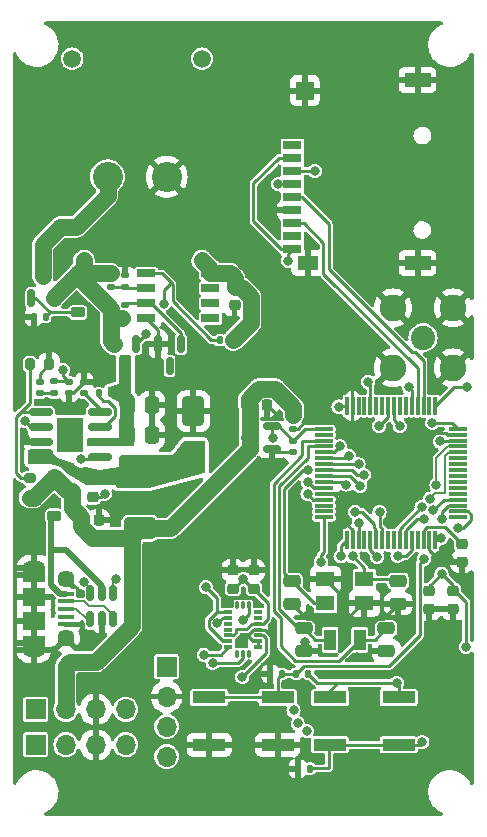
<source format=gbr>
%TF.GenerationSoftware,KiCad,Pcbnew,7.0.2*%
%TF.CreationDate,2023-04-27T13:19:39+10:00*%
%TF.ProjectId,neptune,6e657074-756e-4652-9e6b-696361645f70,rev?*%
%TF.SameCoordinates,Original*%
%TF.FileFunction,Copper,L1,Top*%
%TF.FilePolarity,Positive*%
%FSLAX46Y46*%
G04 Gerber Fmt 4.6, Leading zero omitted, Abs format (unit mm)*
G04 Created by KiCad (PCBNEW 7.0.2) date 2023-04-27 13:19:39*
%MOMM*%
%LPD*%
G01*
G04 APERTURE LIST*
G04 Aperture macros list*
%AMRoundRect*
0 Rectangle with rounded corners*
0 $1 Rounding radius*
0 $2 $3 $4 $5 $6 $7 $8 $9 X,Y pos of 4 corners*
0 Add a 4 corners polygon primitive as box body*
4,1,4,$2,$3,$4,$5,$6,$7,$8,$9,$2,$3,0*
0 Add four circle primitives for the rounded corners*
1,1,$1+$1,$2,$3*
1,1,$1+$1,$4,$5*
1,1,$1+$1,$6,$7*
1,1,$1+$1,$8,$9*
0 Add four rect primitives between the rounded corners*
20,1,$1+$1,$2,$3,$4,$5,0*
20,1,$1+$1,$4,$5,$6,$7,0*
20,1,$1+$1,$6,$7,$8,$9,0*
20,1,$1+$1,$8,$9,$2,$3,0*%
G04 Aperture macros list end*
%TA.AperFunction,SMDPad,CuDef*%
%ADD10R,1.600000X1.300000*%
%TD*%
%TA.AperFunction,SMDPad,CuDef*%
%ADD11RoundRect,0.135000X-0.185000X0.135000X-0.185000X-0.135000X0.185000X-0.135000X0.185000X0.135000X0*%
%TD*%
%TA.AperFunction,SMDPad,CuDef*%
%ADD12RoundRect,0.250000X-0.475000X0.250000X-0.475000X-0.250000X0.475000X-0.250000X0.475000X0.250000X0*%
%TD*%
%TA.AperFunction,SMDPad,CuDef*%
%ADD13RoundRect,0.140000X-0.170000X0.140000X-0.170000X-0.140000X0.170000X-0.140000X0.170000X0.140000X0*%
%TD*%
%TA.AperFunction,SMDPad,CuDef*%
%ADD14RoundRect,0.150000X-0.150000X0.587500X-0.150000X-0.587500X0.150000X-0.587500X0.150000X0.587500X0*%
%TD*%
%TA.AperFunction,SMDPad,CuDef*%
%ADD15RoundRect,0.135000X-0.135000X-0.185000X0.135000X-0.185000X0.135000X0.185000X-0.135000X0.185000X0*%
%TD*%
%TA.AperFunction,SMDPad,CuDef*%
%ADD16RoundRect,0.200000X0.200000X0.275000X-0.200000X0.275000X-0.200000X-0.275000X0.200000X-0.275000X0*%
%TD*%
%TA.AperFunction,SMDPad,CuDef*%
%ADD17RoundRect,0.140000X0.170000X-0.140000X0.170000X0.140000X-0.170000X0.140000X-0.170000X-0.140000X0*%
%TD*%
%TA.AperFunction,SMDPad,CuDef*%
%ADD18RoundRect,0.225000X-0.225000X-0.250000X0.225000X-0.250000X0.225000X0.250000X-0.225000X0.250000X0*%
%TD*%
%TA.AperFunction,SMDPad,CuDef*%
%ADD19RoundRect,0.140000X0.140000X0.170000X-0.140000X0.170000X-0.140000X-0.170000X0.140000X-0.170000X0*%
%TD*%
%TA.AperFunction,SMDPad,CuDef*%
%ADD20RoundRect,0.225000X-0.250000X0.225000X-0.250000X-0.225000X0.250000X-0.225000X0.250000X0.225000X0*%
%TD*%
%TA.AperFunction,SMDPad,CuDef*%
%ADD21RoundRect,0.225000X-0.375000X0.225000X-0.375000X-0.225000X0.375000X-0.225000X0.375000X0.225000X0*%
%TD*%
%TA.AperFunction,SMDPad,CuDef*%
%ADD22RoundRect,0.135000X0.185000X-0.135000X0.185000X0.135000X-0.185000X0.135000X-0.185000X-0.135000X0*%
%TD*%
%TA.AperFunction,ComponentPad*%
%ADD23R,1.700000X1.700000*%
%TD*%
%TA.AperFunction,ComponentPad*%
%ADD24O,1.700000X1.700000*%
%TD*%
%TA.AperFunction,SMDPad,CuDef*%
%ADD25R,1.600000X0.700000*%
%TD*%
%TA.AperFunction,SMDPad,CuDef*%
%ADD26R,1.500000X1.600000*%
%TD*%
%TA.AperFunction,SMDPad,CuDef*%
%ADD27R,2.200000X1.200000*%
%TD*%
%TA.AperFunction,SMDPad,CuDef*%
%ADD28R,1.800000X1.200000*%
%TD*%
%TA.AperFunction,SMDPad,CuDef*%
%ADD29RoundRect,0.150000X0.587500X0.150000X-0.587500X0.150000X-0.587500X-0.150000X0.587500X-0.150000X0*%
%TD*%
%TA.AperFunction,SMDPad,CuDef*%
%ADD30RoundRect,0.476250X-0.918750X0.476250X-0.918750X-0.476250X0.918750X-0.476250X0.918750X0.476250X0*%
%TD*%
%TA.AperFunction,SMDPad,CuDef*%
%ADD31RoundRect,0.150000X0.150000X-0.587500X0.150000X0.587500X-0.150000X0.587500X-0.150000X-0.587500X0*%
%TD*%
%TA.AperFunction,ComponentPad*%
%ADD32C,2.550000*%
%TD*%
%TA.AperFunction,ComponentPad*%
%ADD33C,1.500000*%
%TD*%
%TA.AperFunction,SMDPad,CuDef*%
%ADD34RoundRect,0.150000X0.825000X0.150000X-0.825000X0.150000X-0.825000X-0.150000X0.825000X-0.150000X0*%
%TD*%
%TA.AperFunction,ComponentPad*%
%ADD35C,0.500000*%
%TD*%
%TA.AperFunction,SMDPad,CuDef*%
%ADD36R,2.290000X3.000000*%
%TD*%
%TA.AperFunction,ComponentPad*%
%ADD37C,2.050000*%
%TD*%
%TA.AperFunction,ComponentPad*%
%ADD38C,2.250000*%
%TD*%
%TA.AperFunction,SMDPad,CuDef*%
%ADD39RoundRect,0.225000X0.250000X-0.225000X0.250000X0.225000X-0.250000X0.225000X-0.250000X-0.225000X0*%
%TD*%
%TA.AperFunction,SMDPad,CuDef*%
%ADD40RoundRect,0.200000X-0.275000X0.200000X-0.275000X-0.200000X0.275000X-0.200000X0.275000X0.200000X0*%
%TD*%
%TA.AperFunction,SMDPad,CuDef*%
%ADD41R,1.350000X0.400000*%
%TD*%
%TA.AperFunction,ComponentPad*%
%ADD42O,1.900000X1.200000*%
%TD*%
%TA.AperFunction,SMDPad,CuDef*%
%ADD43R,1.900000X1.200000*%
%TD*%
%TA.AperFunction,ComponentPad*%
%ADD44C,1.450000*%
%TD*%
%TA.AperFunction,SMDPad,CuDef*%
%ADD45R,1.900000X1.500000*%
%TD*%
%TA.AperFunction,SMDPad,CuDef*%
%ADD46RoundRect,0.250000X-0.337500X-0.475000X0.337500X-0.475000X0.337500X0.475000X-0.337500X0.475000X0*%
%TD*%
%TA.AperFunction,SMDPad,CuDef*%
%ADD47RoundRect,0.150000X0.150000X-0.512500X0.150000X0.512500X-0.150000X0.512500X-0.150000X-0.512500X0*%
%TD*%
%TA.AperFunction,SMDPad,CuDef*%
%ADD48RoundRect,0.075000X-0.700000X-0.075000X0.700000X-0.075000X0.700000X0.075000X-0.700000X0.075000X0*%
%TD*%
%TA.AperFunction,SMDPad,CuDef*%
%ADD49RoundRect,0.075000X-0.075000X-0.700000X0.075000X-0.700000X0.075000X0.700000X-0.075000X0.700000X0*%
%TD*%
%TA.AperFunction,SMDPad,CuDef*%
%ADD50R,2.800000X1.000000*%
%TD*%
%TA.AperFunction,SMDPad,CuDef*%
%ADD51RoundRect,0.250000X0.650000X-1.000000X0.650000X1.000000X-0.650000X1.000000X-0.650000X-1.000000X0*%
%TD*%
%TA.AperFunction,SMDPad,CuDef*%
%ADD52R,1.525000X0.700000*%
%TD*%
%TA.AperFunction,SMDPad,CuDef*%
%ADD53R,1.000000X1.800000*%
%TD*%
%TA.AperFunction,SMDPad,CuDef*%
%ADD54RoundRect,0.005000X-0.332500X-0.120000X0.332500X-0.120000X0.332500X0.120000X-0.332500X0.120000X0*%
%TD*%
%TA.AperFunction,SMDPad,CuDef*%
%ADD55RoundRect,0.005000X0.120000X-0.270000X0.120000X0.270000X-0.120000X0.270000X-0.120000X-0.270000X0*%
%TD*%
%TA.AperFunction,ViaPad*%
%ADD56C,0.800000*%
%TD*%
%TA.AperFunction,Conductor*%
%ADD57C,0.250000*%
%TD*%
%TA.AperFunction,Conductor*%
%ADD58C,1.400000*%
%TD*%
%TA.AperFunction,Conductor*%
%ADD59C,0.500000*%
%TD*%
%TA.AperFunction,Conductor*%
%ADD60C,0.200000*%
%TD*%
G04 APERTURE END LIST*
D10*
%TO.P,Y2,1,1*%
%TO.N,/STM32/OSC_IN*%
X117200000Y-110000000D03*
%TO.P,Y2,2,2*%
%TO.N,GND*%
X120500000Y-110000000D03*
%TO.P,Y2,3,3*%
%TO.N,/STM32/OSC_OUT*%
X120500000Y-108000000D03*
%TO.P,Y2,4,4*%
%TO.N,GND*%
X117200000Y-108000000D03*
%TD*%
D11*
%TO.P,R4,1*%
%TO.N,GND*%
X100250000Y-82240000D03*
%TO.P,R4,2*%
%TO.N,Net-(U2A--)*%
X100250000Y-83260000D03*
%TD*%
D12*
%TO.P,C3,1*%
%TO.N,/STM32/OSC_OUT*%
X123350000Y-108150000D03*
%TO.P,C3,2*%
%TO.N,GND*%
X123350000Y-110050000D03*
%TD*%
D13*
%TO.P,C16,1*%
%TO.N,+3.3V*%
X114475000Y-96270000D03*
%TO.P,C16,2*%
%TO.N,GND*%
X114475000Y-97230000D03*
%TD*%
D14*
%TO.P,U1,1,K*%
%TO.N,Net-(U1-K)*%
X104950000Y-88062500D03*
%TO.P,U1,2,A*%
%TO.N,GND*%
X103050000Y-88062500D03*
%TO.P,U1,3*%
%TO.N,N/C*%
X104000000Y-89937500D03*
%TD*%
D15*
%TO.P,R10,1*%
%TO.N,GND*%
X114840000Y-124025000D03*
%TO.P,R10,2*%
%TO.N,/STM32/BOOT0*%
X115860000Y-124025000D03*
%TD*%
D16*
%TO.P,R9,1*%
%TO.N,GND*%
X93825000Y-89750000D03*
%TO.P,R9,2*%
%TO.N,Net-(U3-VSENSE)*%
X92175000Y-89750000D03*
%TD*%
D17*
%TO.P,C15,1*%
%TO.N,Net-(U3-SS)*%
X96750000Y-92230000D03*
%TO.P,C15,2*%
%TO.N,GND*%
X96750000Y-91270000D03*
%TD*%
D12*
%TO.P,C21,1*%
%TO.N,/STM32/OSC_IN*%
X114350000Y-108150000D03*
%TO.P,C21,2*%
%TO.N,GND*%
X114350000Y-110050000D03*
%TD*%
D18*
%TO.P,C19,1*%
%TO.N,+5V*%
X96475000Y-103000000D03*
%TO.P,C19,2*%
%TO.N,GND*%
X98025000Y-103000000D03*
%TD*%
D15*
%TO.P,R11,1*%
%TO.N,/STM32/NRST*%
X114740000Y-116000000D03*
%TO.P,R11,2*%
%TO.N,+3.3V*%
X115760000Y-116000000D03*
%TD*%
D19*
%TO.P,C20,1*%
%TO.N,/STM32/NRST*%
X113480000Y-116000000D03*
%TO.P,C20,2*%
%TO.N,GND*%
X112520000Y-116000000D03*
%TD*%
D20*
%TO.P,C7,1*%
%TO.N,VDC*%
X109500000Y-83225000D03*
%TO.P,C7,2*%
%TO.N,GND*%
X109500000Y-84775000D03*
%TD*%
D21*
%TO.P,D3,1,K*%
%TO.N,+5V*%
X94250000Y-99350000D03*
%TO.P,D3,2,A*%
%TO.N,VBUS*%
X94250000Y-102650000D03*
%TD*%
D22*
%TO.P,R7,1*%
%TO.N,Net-(C17-Pad1)*%
X94250000Y-92260000D03*
%TO.P,R7,2*%
%TO.N,Net-(U3-COMP)*%
X94250000Y-91240000D03*
%TD*%
D23*
%TO.P,J7,1,Pin_1*%
%TO.N,/STM32/S2_control*%
X92670000Y-119000000D03*
D24*
%TO.P,J7,2,Pin_2*%
%TO.N,+5V*%
X95210000Y-119000000D03*
%TO.P,J7,3,Pin_3*%
%TO.N,GND*%
X97750000Y-119000000D03*
%TO.P,J7,4,Pin_4*%
%TO.N,/STM32/S2_feedback*%
X100290000Y-119000000D03*
%TD*%
D25*
%TO.P,J1,1,DAT2*%
%TO.N,unconnected-(J1-DAT2-Pad1)*%
X114400000Y-71225000D03*
%TO.P,J1,2,CD/DAT3*%
%TO.N,/CS_SD*%
X114400000Y-72325000D03*
%TO.P,J1,3,CMD*%
%TO.N,/MOSI_SD*%
X114400000Y-73425000D03*
%TO.P,J1,4,VDD*%
%TO.N,+3.3V*%
X114400000Y-74525000D03*
%TO.P,J1,5,CLX*%
%TO.N,/CLK_SD*%
X114400000Y-75625000D03*
%TO.P,J1,6,VSS*%
%TO.N,GND*%
X114400000Y-76725000D03*
%TO.P,J1,7,DAT0*%
%TO.N,/MISO_SD*%
X114400000Y-77825000D03*
%TO.P,J1,8,DAT1*%
%TO.N,unconnected-(J1-DAT1-Pad8)*%
X114400000Y-78925000D03*
%TO.P,J1,9,CD*%
%TO.N,/CS_SD*%
X114400000Y-80025000D03*
D26*
%TO.P,J1,MP1,MP1*%
%TO.N,GND*%
X115450000Y-66625000D03*
D27*
%TO.P,J1,MP2,MP2*%
X125000000Y-65725000D03*
%TO.P,J1,MP3,MP3*%
X125000000Y-81225000D03*
D28*
%TO.P,J1,MP4,MP4*%
X115700000Y-81225000D03*
%TD*%
D20*
%TO.P,C4,1*%
%TO.N,+3.3V*%
X128010000Y-108975000D03*
%TO.P,C4,2*%
%TO.N,GND*%
X128010000Y-110525000D03*
%TD*%
D29*
%TO.P,U4,1,GND*%
%TO.N,GND*%
X112662500Y-96950000D03*
%TO.P,U4,2,VOUT*%
%TO.N,+3.3V*%
X112662500Y-95050000D03*
%TO.P,U4,3,VIN*%
%TO.N,+5V*%
X110787500Y-96000000D03*
%TD*%
D23*
%TO.P,J5,1,Pin_1*%
%TO.N,+3.3V*%
X103750000Y-115380000D03*
D24*
%TO.P,J5,2,Pin_2*%
%TO.N,GND*%
X103750000Y-117920000D03*
%TO.P,J5,3,Pin_3*%
%TO.N,/STM32/SWDIO*%
X103750000Y-120460000D03*
%TO.P,J5,4,Pin_4*%
%TO.N,/STM32/SWCLK*%
X103750000Y-123000000D03*
%TD*%
D30*
%TO.P,L1,1*%
%TO.N,Net-(D2-K)*%
X101500000Y-98824500D03*
%TO.P,L1,2*%
%TO.N,+5V*%
X101500000Y-103675500D03*
%TD*%
D22*
%TO.P,R3,1*%
%TO.N,Net-(U2A--)*%
X99000000Y-83260000D03*
%TO.P,R3,2*%
%TO.N,VDC*%
X99000000Y-82240000D03*
%TD*%
D18*
%TO.P,C6,1*%
%TO.N,+5V*%
X110700000Y-93250000D03*
%TO.P,C6,2*%
%TO.N,GND*%
X112250000Y-93250000D03*
%TD*%
D31*
%TO.P,Q1,1,G*%
%TO.N,Net-(D1-A)*%
X92300000Y-84187500D03*
%TO.P,Q1,2,S*%
%TO.N,VDC*%
X94200000Y-84187500D03*
%TO.P,Q1,3,D*%
%TO.N,Net-(J2-Pin_1)*%
X93250000Y-82312500D03*
%TD*%
D32*
%TO.P,J2,1,Pin_1*%
%TO.N,Net-(J2-Pin_1)*%
X98750000Y-73912000D03*
%TO.P,J2,2,Pin_2*%
%TO.N,GND*%
X103750000Y-73912000D03*
D33*
%TO.P,J2,3*%
%TO.N,N/C*%
X106750000Y-63912000D03*
%TO.P,J2,4*%
X95750000Y-63912000D03*
%TD*%
D34*
%TO.P,U3,1,BOOT*%
%TO.N,Net-(U3-BOOT)*%
X98075000Y-97655000D03*
%TO.P,U3,2,VIN*%
%TO.N,VCC*%
X98075000Y-96385000D03*
%TO.P,U3,3,EN*%
%TO.N,Net-(U3-EN)*%
X98075000Y-95115000D03*
%TO.P,U3,4,SS*%
%TO.N,Net-(U3-SS)*%
X98075000Y-93845000D03*
%TO.P,U3,5,VSENSE*%
%TO.N,Net-(U3-VSENSE)*%
X93125000Y-93845000D03*
%TO.P,U3,6,COMP*%
%TO.N,Net-(U3-COMP)*%
X93125000Y-95115000D03*
%TO.P,U3,7,GND*%
%TO.N,GND*%
X93125000Y-96385000D03*
%TO.P,U3,8,PH*%
%TO.N,Net-(D2-K)*%
X93125000Y-97655000D03*
D35*
%TO.P,U3,9*%
%TO.N,N/C*%
X96250000Y-96750000D03*
X96250000Y-95750000D03*
X96250000Y-94750000D03*
D36*
X95600000Y-95750000D03*
D35*
X94950000Y-96750000D03*
X94950000Y-95750000D03*
X94950000Y-94750000D03*
%TD*%
D37*
%TO.P,J3,1,In*%
%TO.N,Net-(J3-In)*%
X125460000Y-87540000D03*
D38*
%TO.P,J3,2,Ext*%
%TO.N,GND*%
X122920000Y-85000000D03*
X122920000Y-90080000D03*
X128000000Y-85000000D03*
X128000000Y-90080000D03*
%TD*%
D39*
%TO.P,C8,1*%
%TO.N,Net-(U3-BOOT)*%
X97500000Y-101025000D03*
%TO.P,C8,2*%
%TO.N,Net-(D2-K)*%
X97500000Y-99475000D03*
%TD*%
D13*
%TO.P,C18,1*%
%TO.N,Net-(U3-COMP)*%
X95500000Y-91270000D03*
%TO.P,C18,2*%
%TO.N,GND*%
X95500000Y-92230000D03*
%TD*%
D12*
%TO.P,C1,1*%
%TO.N,/STM32/OSC32_IN*%
X122350000Y-112150000D03*
%TO.P,C1,2*%
%TO.N,GND*%
X122350000Y-114050000D03*
%TD*%
D11*
%TO.P,R1,1*%
%TO.N,Net-(U1-K)*%
X100250000Y-84740000D03*
%TO.P,R1,2*%
%TO.N,VDC*%
X100250000Y-85760000D03*
%TD*%
D13*
%TO.P,C13,1*%
%TO.N,+5V*%
X114475000Y-94270000D03*
%TO.P,C13,2*%
%TO.N,GND*%
X114475000Y-95230000D03*
%TD*%
D40*
%TO.P,R8,1*%
%TO.N,Net-(U3-VSENSE)*%
X92150000Y-99425000D03*
%TO.P,R8,2*%
%TO.N,+5V*%
X92150000Y-101075000D03*
%TD*%
D20*
%TO.P,C26,1*%
%TO.N,Net-(U7-VCAP1)*%
X128750000Y-104975000D03*
%TO.P,C26,2*%
%TO.N,GND*%
X128750000Y-106525000D03*
%TD*%
D15*
%TO.P,R5,1*%
%TO.N,Net-(Q2-G)*%
X108240000Y-87750000D03*
%TO.P,R5,2*%
%TO.N,VDC*%
X109260000Y-87750000D03*
%TD*%
D41*
%TO.P,J4,1,VBUS*%
%TO.N,VBUS*%
X95212500Y-109200000D03*
%TO.P,J4,2,D-*%
%TO.N,/STM32/USB_conn_D-*%
X95212500Y-109850000D03*
%TO.P,J4,3,D+*%
%TO.N,/STM32/USB_conn_D+*%
X95212500Y-110500000D03*
%TO.P,J4,4,ID*%
%TO.N,unconnected-(J4-ID-Pad4)*%
X95212500Y-111150000D03*
%TO.P,J4,5,GND*%
%TO.N,GND*%
X95212500Y-111800000D03*
D42*
%TO.P,J4,6,Shield*%
X92512500Y-107000000D03*
D43*
X92512500Y-107600000D03*
D44*
X95212500Y-108000000D03*
D45*
X92512500Y-109500000D03*
X92512500Y-111500000D03*
D44*
X95212500Y-113000000D03*
D43*
X92512500Y-113400000D03*
D42*
X92512500Y-114000000D03*
%TD*%
D46*
%TO.P,C14,1*%
%TO.N,VCC*%
X100462500Y-93250000D03*
%TO.P,C14,2*%
%TO.N,GND*%
X102537500Y-93250000D03*
%TD*%
D47*
%TO.P,U6,1,I/O1*%
%TO.N,/STM32/USB_conn_D+*%
X97300000Y-111387500D03*
%TO.P,U6,2,GND*%
%TO.N,GND*%
X98250000Y-111387500D03*
%TO.P,U6,3,I/O2*%
%TO.N,/STM32/USB_conn_D-*%
X99200000Y-111387500D03*
%TO.P,U6,4,I/O2*%
%TO.N,/STM32/USB_D-*%
X99200000Y-109112500D03*
%TO.P,U6,5,VBUS*%
%TO.N,VBUS*%
X98250000Y-109112500D03*
%TO.P,U6,6,I/O1*%
%TO.N,/STM32/USB_D+*%
X97300000Y-109112500D03*
%TD*%
D48*
%TO.P,U7,1,VBAT*%
%TO.N,+3.3V*%
X117075000Y-95250000D03*
%TO.P,U7,2,PC13*%
%TO.N,unconnected-(U7-PC13-Pad2)*%
X117075000Y-95750000D03*
%TO.P,U7,3,PC14*%
%TO.N,/STM32/OSC32_IN*%
X117075000Y-96250000D03*
%TO.P,U7,4,PC15*%
%TO.N,/STM32/OSC32_OUT*%
X117075000Y-96750000D03*
%TO.P,U7,5,PH0*%
%TO.N,/STM32/OSC_IN*%
X117075000Y-97250000D03*
%TO.P,U7,6,PH1*%
%TO.N,/STM32/OSC_OUT*%
X117075000Y-97750000D03*
%TO.P,U7,7,NRST*%
%TO.N,/STM32/NRST*%
X117075000Y-98250000D03*
%TO.P,U7,8,PC0*%
%TO.N,/RF_1O0*%
X117075000Y-98750000D03*
%TO.P,U7,9,PC1*%
%TO.N,/RESET_RF*%
X117075000Y-99250000D03*
%TO.P,U7,10,PC2*%
%TO.N,/CS_RF*%
X117075000Y-99750000D03*
%TO.P,U7,11,PC3*%
%TO.N,/CS_SD*%
X117075000Y-100250000D03*
%TO.P,U7,12,VSSA*%
%TO.N,GND*%
X117075000Y-100750000D03*
%TO.P,U7,13,VDDA*%
%TO.N,Net-(U7-VDDA)*%
X117075000Y-101250000D03*
%TO.P,U7,14,PA0*%
%TO.N,unconnected-(U7-PA0-Pad14)*%
X117075000Y-101750000D03*
%TO.P,U7,15,PA1*%
%TO.N,unconnected-(U7-PA1-Pad15)*%
X117075000Y-102250000D03*
%TO.P,U7,16,PA2*%
%TO.N,/STM32/S1_feedback*%
X117075000Y-102750000D03*
D49*
%TO.P,U7,17,PA3*%
%TO.N,/STM32/S2_feedback*%
X119000000Y-104675000D03*
%TO.P,U7,18,VSS*%
%TO.N,GND*%
X119500000Y-104675000D03*
%TO.P,U7,19,VDD*%
%TO.N,+3.3V*%
X120000000Y-104675000D03*
%TO.P,U7,20,PA4*%
%TO.N,unconnected-(U7-PA4-Pad20)*%
X120500000Y-104675000D03*
%TO.P,U7,21,PA5*%
%TO.N,/IMU_SCK*%
X121000000Y-104675000D03*
%TO.P,U7,22,PA6*%
%TO.N,/IMU_MISO*%
X121500000Y-104675000D03*
%TO.P,U7,23,PA7*%
%TO.N,/IMU_MOSI*%
X122000000Y-104675000D03*
%TO.P,U7,24,PC4*%
%TO.N,unconnected-(U7-PC4-Pad24)*%
X122500000Y-104675000D03*
%TO.P,U7,25,PC5*%
%TO.N,unconnected-(U7-PC5-Pad25)*%
X123000000Y-104675000D03*
%TO.P,U7,26,PB0*%
%TO.N,/CE_ACC*%
X123500000Y-104675000D03*
%TO.P,U7,27,PB1*%
%TO.N,/CE_GYR*%
X124000000Y-104675000D03*
%TO.P,U7,28,PB2*%
%TO.N,/CE_MAG*%
X124500000Y-104675000D03*
%TO.P,U7,29,PB10*%
%TO.N,unconnected-(U7-PB10-Pad29)*%
X125000000Y-104675000D03*
%TO.P,U7,30,VCAP1*%
%TO.N,Net-(U7-VCAP1)*%
X125500000Y-104675000D03*
%TO.P,U7,31,VSS*%
%TO.N,GND*%
X126000000Y-104675000D03*
%TO.P,U7,32,VDD*%
%TO.N,+3.3V*%
X126500000Y-104675000D03*
D48*
%TO.P,U7,33,PB12*%
%TO.N,unconnected-(U7-PB12-Pad33)*%
X128425000Y-102750000D03*
%TO.P,U7,34,PB13*%
%TO.N,/SCK_RF*%
X128425000Y-102250000D03*
%TO.P,U7,35,PB14*%
%TO.N,/MISO_RF*%
X128425000Y-101750000D03*
%TO.P,U7,36,PB15*%
%TO.N,/MOSI_RF*%
X128425000Y-101250000D03*
%TO.P,U7,37,PC6*%
%TO.N,unconnected-(U7-PC6-Pad37)*%
X128425000Y-100750000D03*
%TO.P,U7,38,PC7*%
%TO.N,unconnected-(U7-PC7-Pad38)*%
X128425000Y-100250000D03*
%TO.P,U7,39,PC8*%
%TO.N,unconnected-(U7-PC8-Pad39)*%
X128425000Y-99750000D03*
%TO.P,U7,40,PC9*%
%TO.N,unconnected-(U7-PC9-Pad40)*%
X128425000Y-99250000D03*
%TO.P,U7,41,PA8*%
%TO.N,unconnected-(U7-PA8-Pad41)*%
X128425000Y-98750000D03*
%TO.P,U7,42,PA9*%
%TO.N,unconnected-(U7-PA9-Pad42)*%
X128425000Y-98250000D03*
%TO.P,U7,43,PA10*%
%TO.N,unconnected-(U7-PA10-Pad43)*%
X128425000Y-97750000D03*
%TO.P,U7,44,PA11*%
%TO.N,/STM32/USB_D-*%
X128425000Y-97250000D03*
%TO.P,U7,45,PA12*%
%TO.N,/STM32/USB_D+*%
X128425000Y-96750000D03*
%TO.P,U7,46,PA13*%
%TO.N,/STM32/SWDIO*%
X128425000Y-96250000D03*
%TO.P,U7,47,VSS*%
%TO.N,GND*%
X128425000Y-95750000D03*
%TO.P,U7,48,VDD*%
%TO.N,+3.3V*%
X128425000Y-95250000D03*
D49*
%TO.P,U7,49,PA14*%
%TO.N,/STM32/SWCLK*%
X126500000Y-93325000D03*
%TO.P,U7,50,PA15*%
%TO.N,unconnected-(U7-PA15-Pad50)*%
X126000000Y-93325000D03*
%TO.P,U7,51,PC10*%
%TO.N,/CLK_SD*%
X125500000Y-93325000D03*
%TO.P,U7,52,PC11*%
%TO.N,/MISO_SD*%
X125000000Y-93325000D03*
%TO.P,U7,53,PC12*%
%TO.N,/MOSI_SD*%
X124500000Y-93325000D03*
%TO.P,U7,54,PD2*%
%TO.N,unconnected-(U7-PD2-Pad54)*%
X124000000Y-93325000D03*
%TO.P,U7,55,PB3*%
%TO.N,unconnected-(U7-PB3-Pad55)*%
X123500000Y-93325000D03*
%TO.P,U7,56,PB4*%
%TO.N,/STM32/S1_control*%
X123000000Y-93325000D03*
%TO.P,U7,57,PB5*%
%TO.N,/STM32/S2_control*%
X122500000Y-93325000D03*
%TO.P,U7,58,PB6*%
%TO.N,unconnected-(U7-PB6-Pad58)*%
X122000000Y-93325000D03*
%TO.P,U7,59,PB7*%
%TO.N,unconnected-(U7-PB7-Pad59)*%
X121500000Y-93325000D03*
%TO.P,U7,60,BOOT0*%
%TO.N,/STM32/BOOT0*%
X121000000Y-93325000D03*
%TO.P,U7,61,PB8*%
%TO.N,unconnected-(U7-PB8-Pad61)*%
X120500000Y-93325000D03*
%TO.P,U7,62,PB9*%
%TO.N,unconnected-(U7-PB9-Pad62)*%
X120000000Y-93325000D03*
%TO.P,U7,63,VSS*%
%TO.N,GND*%
X119500000Y-93325000D03*
%TO.P,U7,64,VDD*%
%TO.N,+3.3V*%
X119000000Y-93325000D03*
%TD*%
D12*
%TO.P,C2,1*%
%TO.N,/STM32/OSC32_OUT*%
X115350000Y-112150000D03*
%TO.P,C2,2*%
%TO.N,GND*%
X115350000Y-114050000D03*
%TD*%
D46*
%TO.P,C12,1*%
%TO.N,VCC*%
X100462500Y-95750000D03*
%TO.P,C12,2*%
%TO.N,GND*%
X102537500Y-95750000D03*
%TD*%
D17*
%TO.P,C17,1*%
%TO.N,Net-(C17-Pad1)*%
X93000000Y-92230000D03*
%TO.P,C17,2*%
%TO.N,GND*%
X93000000Y-91270000D03*
%TD*%
D50*
%TO.P,SW1,1,1*%
%TO.N,/STM32/BOOT0*%
X123400000Y-122000000D03*
X117600000Y-122000000D03*
%TO.P,SW1,2,2*%
%TO.N,+3.3V*%
X123400000Y-118000000D03*
X117600000Y-118000000D03*
%TD*%
D20*
%TO.P,C5,1*%
%TO.N,+3.3V*%
X126000000Y-108975000D03*
%TO.P,C5,2*%
%TO.N,GND*%
X126000000Y-110525000D03*
%TD*%
D39*
%TO.P,C24,1*%
%TO.N,+3.3V*%
X109375000Y-108787249D03*
%TO.P,C24,2*%
%TO.N,GND*%
X109375000Y-107237249D03*
%TD*%
D21*
%TO.P,D1,1,K*%
%TO.N,VDC*%
X96250000Y-82100000D03*
%TO.P,D1,2,A*%
%TO.N,Net-(D1-A)*%
X96250000Y-85400000D03*
%TD*%
D50*
%TO.P,SW2,1,1*%
%TO.N,GND*%
X113150000Y-122000000D03*
X107350000Y-122000000D03*
%TO.P,SW2,2,2*%
%TO.N,/STM32/NRST*%
X113150000Y-118000000D03*
X107350000Y-118000000D03*
%TD*%
D39*
%TO.P,C25,1*%
%TO.N,+3.3V*%
X111125000Y-108787249D03*
%TO.P,C25,2*%
%TO.N,GND*%
X111125000Y-107237249D03*
%TD*%
D51*
%TO.P,D2,1,K*%
%TO.N,Net-(D2-K)*%
X106000000Y-97750000D03*
%TO.P,D2,2,A*%
%TO.N,GND*%
X106000000Y-93750000D03*
%TD*%
D52*
%TO.P,U2,1*%
%TO.N,Net-(Q2-G)*%
X102038000Y-82095000D03*
%TO.P,U2,2,-*%
%TO.N,Net-(U2A--)*%
X102038000Y-83365000D03*
%TO.P,U2,3,+*%
%TO.N,Net-(U1-K)*%
X102038000Y-84635000D03*
%TO.P,U2,4,V-*%
%TO.N,GND*%
X102038000Y-85905000D03*
%TO.P,U2,5*%
%TO.N,N/C*%
X107462000Y-85905000D03*
%TO.P,U2,6*%
X107462000Y-84635000D03*
%TO.P,U2,7*%
X107462000Y-83365000D03*
%TO.P,U2,8,V+*%
%TO.N,VDC*%
X107462000Y-82095000D03*
%TD*%
D53*
%TO.P,Y1,1,1*%
%TO.N,/STM32/OSC32_IN*%
X120100000Y-113100000D03*
%TO.P,Y1,2,2*%
%TO.N,/STM32/OSC32_OUT*%
X117600000Y-113100000D03*
%TD*%
D54*
%TO.P,U8,1,INT2*%
%TO.N,unconnected-(U8-INT2-Pad1)*%
X111512500Y-110750000D03*
%TO.P,U8,2,DRDYM*%
%TO.N,unconnected-(U8-DRDYM-Pad2)*%
X111512500Y-111250000D03*
%TO.P,U8,3,VDD*%
%TO.N,+3.3V*%
X111512500Y-111750000D03*
%TO.P,U8,4,GNDA*%
%TO.N,GND*%
X111512500Y-112250000D03*
%TO.P,U8,5,CSB2*%
%TO.N,/CE_GYR*%
X111512500Y-112750000D03*
%TO.P,U8,6,GNDIO*%
%TO.N,GND*%
X111512500Y-113250000D03*
%TO.P,U8,7,PS*%
X111512500Y-113750000D03*
D55*
%TO.P,U8,8*%
%TO.N,N/C*%
X110750000Y-114300000D03*
%TO.P,U8,9,SCX*%
%TO.N,/IMU_SCK*%
X110250000Y-114300000D03*
%TO.P,U8,10,INT5*%
%TO.N,unconnected-(U8-INT5-Pad10)*%
X109750000Y-114300000D03*
D54*
%TO.P,U8,11,SDX*%
%TO.N,/IMU_MOSI*%
X108987500Y-113750000D03*
%TO.P,U8,12,SDO2*%
%TO.N,/IMU_MISO*%
X108987500Y-113250000D03*
%TO.P,U8,13,VDDIO*%
%TO.N,+3.3V*%
X108987500Y-112750000D03*
%TO.P,U8,14,INT3*%
%TO.N,unconnected-(U8-INT3-Pad14)*%
X108987500Y-112250000D03*
%TO.P,U8,15,INT4*%
%TO.N,unconnected-(U8-INT4-Pad15)*%
X108987500Y-111750000D03*
%TO.P,U8,16,CSB1*%
%TO.N,/CE_ACC*%
X108987500Y-111250000D03*
%TO.P,U8,17,SDO1*%
%TO.N,/IMU_MISO*%
X108987500Y-110750000D03*
D55*
%TO.P,U8,18*%
%TO.N,N/C*%
X109750000Y-110200000D03*
%TO.P,U8,19,INT1*%
%TO.N,unconnected-(U8-INT1-Pad19)*%
X110250000Y-110200000D03*
%TO.P,U8,20,CSB3*%
%TO.N,/CE_MAG*%
X110750000Y-110200000D03*
%TD*%
D23*
%TO.P,J6,1,Pin_1*%
%TO.N,/STM32/S1_control*%
X92670000Y-122000000D03*
D24*
%TO.P,J6,2,Pin_2*%
%TO.N,+5V*%
X95210000Y-122000000D03*
%TO.P,J6,3,Pin_3*%
%TO.N,GND*%
X97750000Y-122000000D03*
%TO.P,J6,4,Pin_4*%
%TO.N,/STM32/S1_feedback*%
X100290000Y-122000000D03*
%TD*%
D15*
%TO.P,R6,1*%
%TO.N,Net-(U3-EN)*%
X97990000Y-92250000D03*
%TO.P,R6,2*%
%TO.N,VCC*%
X99010000Y-92250000D03*
%TD*%
%TO.P,R2,1*%
%TO.N,GND*%
X92490000Y-85750000D03*
%TO.P,R2,2*%
%TO.N,Net-(D1-A)*%
X93510000Y-85750000D03*
%TD*%
D14*
%TO.P,Q2,1,G*%
%TO.N,Net-(Q2-G)*%
X101200000Y-88062500D03*
%TO.P,Q2,2,S*%
%TO.N,VDC*%
X99300000Y-88062500D03*
%TO.P,Q2,3,D*%
%TO.N,VCC*%
X100250000Y-89937500D03*
%TD*%
D56*
%TO.N,GND*%
X119850000Y-114600000D03*
X113179392Y-94150500D03*
X127650000Y-106250000D03*
X109100000Y-86150000D03*
X91724500Y-96000000D03*
X112750000Y-75500000D03*
X105000000Y-100500000D03*
X106000000Y-85000000D03*
X95500000Y-93500000D03*
X126091823Y-95736905D03*
X115666825Y-92891077D03*
X115437451Y-113262049D03*
%TO.N,/STM32/OSC_OUT*%
X119500000Y-106049500D03*
X119168363Y-97525500D03*
%TO.N,+3.3V*%
X127001000Y-104521728D03*
X120011397Y-103224756D03*
X113200000Y-74525000D03*
X110250000Y-108000000D03*
X126250000Y-94750000D03*
X112750000Y-96000000D03*
X129086655Y-113710128D03*
X127024500Y-107515500D03*
X123250000Y-116750000D03*
X118303559Y-93374121D03*
%TO.N,VDC*%
X96750000Y-81000000D03*
X106750000Y-81000000D03*
%TO.N,Net-(U3-BOOT)*%
X96500000Y-97849502D03*
X98500000Y-100750000D03*
%TO.N,Net-(U7-VDDA)*%
X115688201Y-100762299D03*
%TO.N,Net-(U3-COMP)*%
X91747919Y-94569500D03*
X95000000Y-90250000D03*
%TO.N,/STM32/NRST*%
X125550500Y-106249098D03*
X120000000Y-98250000D03*
%TO.N,/STM32/OSC_IN*%
X115700500Y-98710494D03*
X118449500Y-96734211D03*
%TO.N,/CS_SD*%
X114050000Y-81025000D03*
X115700500Y-99750000D03*
%TO.N,/MOSI_SD*%
X116300000Y-73425000D03*
X124275500Y-91750500D03*
%TO.N,/STM32/SWDIO*%
X126900000Y-96325000D03*
%TO.N,/STM32/SWCLK*%
X129200000Y-91750500D03*
%TO.N,/STM32/S1_control*%
X123497643Y-95028815D03*
%TO.N,/STM32/S1_feedback*%
X116800000Y-106488426D03*
%TO.N,/STM32/S2_control*%
X121755000Y-95012751D03*
%TO.N,/STM32/S2_feedback*%
X118482443Y-106056542D03*
%TO.N,Net-(Q2-G)*%
X103495050Y-84654952D03*
X102000000Y-87250000D03*
%TO.N,/STM32/BOOT0*%
X120800000Y-91275000D03*
X125400000Y-121775000D03*
%TO.N,/MISO_RF*%
X127050982Y-102850500D03*
X114853497Y-120199166D03*
%TO.N,/MOSI_RF*%
X126345291Y-102119317D03*
X114500000Y-119099502D03*
%TO.N,/SCK_RF*%
X115614298Y-120847384D03*
X128450500Y-103650902D03*
%TO.N,/CS_RF*%
X118979030Y-99974500D03*
%TO.N,/RESET_RF*%
X120138008Y-100094528D03*
%TO.N,/RF_1O0*%
X120446991Y-99143983D03*
%TO.N,/STM32/USB_D-*%
X99500500Y-107975000D03*
X126039075Y-101162861D03*
%TO.N,/STM32/USB_D+*%
X96761076Y-108263924D03*
X126600500Y-100025500D03*
%TO.N,/IMU_SCK*%
X121579482Y-106104482D03*
X107647038Y-115099500D03*
%TO.N,/IMU_MISO*%
X119700000Y-102275000D03*
X107080902Y-108674500D03*
%TO.N,/IMU_MOSI*%
X121775500Y-102325000D03*
X106900000Y-114375000D03*
%TO.N,/CE_ACC*%
X108050500Y-111725000D03*
X125341467Y-101878646D03*
%TO.N,/CE_GYR*%
X125550500Y-102856046D03*
X110166521Y-116261830D03*
%TO.N,/CE_MAG*%
X110227570Y-111435478D03*
X123306032Y-106038926D03*
%TD*%
D57*
%TO.N,GND*%
X119000000Y-109800000D02*
X119000000Y-111325000D01*
X117200000Y-108000000D02*
X119000000Y-109800000D01*
X120325000Y-110000000D02*
X119000000Y-111325000D01*
X120500000Y-110000000D02*
X120325000Y-110000000D01*
X119000000Y-111325000D02*
X122075000Y-111325000D01*
X115625000Y-111325000D02*
X119000000Y-111325000D01*
%TO.N,/STM32/OSC_IN*%
X116200000Y-110000000D02*
X114350000Y-108150000D01*
X117200000Y-110000000D02*
X116200000Y-110000000D01*
%TO.N,/STM32/OSC_OUT*%
X120500000Y-107049500D02*
X119500000Y-106049500D01*
X120500000Y-108000000D02*
X120500000Y-107049500D01*
X123350000Y-108150000D02*
X123200000Y-108000000D01*
X123200000Y-108000000D02*
X120500000Y-108000000D01*
%TO.N,/STM32/OSC32_IN*%
X115250000Y-96250000D02*
X117075000Y-96250000D01*
X113400000Y-113638173D02*
X113400000Y-111274569D01*
X118325000Y-114875000D02*
X114636827Y-114875000D01*
X115250000Y-97500000D02*
X115250000Y-96250000D01*
X112800000Y-99950000D02*
X115250000Y-97500000D01*
X120100000Y-113100000D02*
X121400000Y-113100000D01*
X113400000Y-111274569D02*
X112800000Y-110674569D01*
X121400000Y-113100000D02*
X122350000Y-112150000D01*
X112800000Y-110674569D02*
X112800000Y-99950000D01*
X114636827Y-114875000D02*
X113400000Y-113638173D01*
X120100000Y-113100000D02*
X118325000Y-114875000D01*
%TO.N,GND*%
X109500000Y-85750000D02*
X109500000Y-84775000D01*
X127434315Y-95600000D02*
X126228728Y-95600000D01*
X114475000Y-97230000D02*
X112942500Y-97230000D01*
X127925000Y-106525000D02*
X127650000Y-106250000D01*
X128425000Y-95750000D02*
X127584315Y-95750000D01*
X119500000Y-103834315D02*
X118175000Y-102509315D01*
X113179392Y-94150500D02*
X112278892Y-93250000D01*
X126000000Y-105515685D02*
X126000000Y-104675000D01*
X109100000Y-86150000D02*
X109500000Y-85750000D01*
X92109500Y-96385000D02*
X91724500Y-96000000D01*
X93125000Y-96385000D02*
X92109500Y-96385000D01*
X93000000Y-91270000D02*
X93000000Y-90575000D01*
X128750000Y-106525000D02*
X127925000Y-106525000D01*
X111075000Y-113250000D02*
X111512500Y-113250000D01*
X95782391Y-92230000D02*
X96742391Y-91270000D01*
X95500000Y-92230000D02*
X95782391Y-92230000D01*
X95500000Y-93500000D02*
X95500000Y-92230000D01*
X112942500Y-97230000D02*
X112662500Y-96950000D01*
X115350000Y-114050000D02*
X115350000Y-113349500D01*
X114350000Y-110050000D02*
X115625000Y-111325000D01*
X114475000Y-95230000D02*
X114878604Y-95230000D01*
X115666825Y-94441779D02*
X115666825Y-92891077D01*
X112520000Y-116000000D02*
X112625000Y-115895000D01*
X126734315Y-106250000D02*
X126000000Y-105515685D01*
X111074749Y-112250000D02*
X110599749Y-112725000D01*
X102038000Y-85905000D02*
X103050000Y-86917000D01*
X96742391Y-91270000D02*
X96750000Y-91270000D01*
X112625000Y-115895000D02*
X112625000Y-112806914D01*
X126228728Y-95600000D02*
X126091823Y-95736905D01*
X111512500Y-113750000D02*
X111512500Y-113250000D01*
X93000000Y-90575000D02*
X93825000Y-89750000D01*
X127584315Y-95750000D02*
X127434315Y-95600000D01*
X117915685Y-100750000D02*
X117075000Y-100750000D01*
X127650000Y-106250000D02*
X126734315Y-106250000D01*
X110550000Y-112725000D02*
X111075000Y-113250000D01*
X119500000Y-104675000D02*
X119500000Y-103834315D01*
X115350000Y-113349500D02*
X115437451Y-113262049D01*
X118175000Y-102509315D02*
X118175000Y-101009315D01*
X112278892Y-93250000D02*
X112250000Y-93250000D01*
X103050000Y-86917000D02*
X103050000Y-88062500D01*
X111512500Y-112250000D02*
X111074749Y-112250000D01*
X118175000Y-101009315D02*
X117915685Y-100750000D01*
X112625000Y-112806914D02*
X112068086Y-112250000D01*
X110599749Y-112725000D02*
X110550000Y-112725000D01*
X122075000Y-111325000D02*
X123350000Y-110050000D01*
X112068086Y-112250000D02*
X111512500Y-112250000D01*
X114878604Y-95230000D02*
X115666825Y-94441779D01*
%TO.N,/STM32/OSC32_OUT*%
X115700000Y-96750000D02*
X117075000Y-96750000D01*
X113250000Y-110488173D02*
X113250000Y-100136396D01*
X115350000Y-112150000D02*
X116300000Y-113100000D01*
X113250000Y-100136396D02*
X115700000Y-97686396D01*
X115700000Y-97686396D02*
X115700000Y-96750000D01*
X114911827Y-112150000D02*
X113250000Y-110488173D01*
X115350000Y-112150000D02*
X114911827Y-112150000D01*
X116300000Y-113100000D02*
X117600000Y-113100000D01*
%TO.N,/STM32/OSC_OUT*%
X118943863Y-97750000D02*
X119168363Y-97525500D01*
X117075000Y-97750000D02*
X118943863Y-97750000D01*
%TO.N,+3.3V*%
X115495000Y-95250000D02*
X117075000Y-95250000D01*
X112662500Y-95050000D02*
X112662500Y-95912500D01*
X117600000Y-117400000D02*
X117600000Y-118000000D01*
X126000000Y-108540000D02*
X127024500Y-107515500D01*
X126847728Y-104675000D02*
X126500000Y-104675000D01*
X123400000Y-118000000D02*
X123400000Y-116900000D01*
X114500000Y-74525000D02*
X113200000Y-74525000D01*
X116510000Y-116750000D02*
X118250000Y-116750000D01*
X115760000Y-116000000D02*
X116510000Y-116750000D01*
X118250000Y-116750000D02*
X117600000Y-117400000D01*
X112662500Y-95050000D02*
X113255000Y-95050000D01*
X128150000Y-108975000D02*
X129100000Y-109925000D01*
X113255000Y-95050000D02*
X114475000Y-96270000D01*
X128010000Y-108975000D02*
X128150000Y-108975000D01*
X129100000Y-109925000D02*
X129100000Y-113696783D01*
X123250000Y-116750000D02*
X118250000Y-116750000D01*
X128010000Y-108975000D02*
X128010000Y-108501000D01*
X129100000Y-113696783D02*
X129086655Y-113710128D01*
X128010000Y-108501000D02*
X127024500Y-107515500D01*
X123400000Y-116900000D02*
X123250000Y-116750000D01*
X126000000Y-108975000D02*
X126000000Y-108540000D01*
X112662500Y-95912500D02*
X112750000Y-96000000D01*
X127001000Y-104521728D02*
X126847728Y-104675000D01*
X114475000Y-96270000D02*
X115495000Y-95250000D01*
D58*
%TO.N,+5V*%
X114475000Y-93409010D02*
X114475000Y-94050000D01*
X111559010Y-91875000D02*
X112940990Y-91875000D01*
X97459010Y-104500000D02*
X100675500Y-104500000D01*
X96475000Y-103515990D02*
X97459010Y-104500000D01*
X95400000Y-100500000D02*
X94250000Y-99350000D01*
X100800000Y-111934924D02*
X97759924Y-114975000D01*
X110787500Y-96962500D02*
X110787500Y-96000000D01*
X110700000Y-93250000D02*
X110700000Y-92734010D01*
X112940990Y-91875000D02*
X114475000Y-93409010D01*
X95550000Y-114975000D02*
X95210000Y-115315000D01*
X110787500Y-96000000D02*
X110787500Y-93337500D01*
X94250000Y-99350000D02*
X94250000Y-99355635D01*
X94250000Y-99355635D02*
X92530635Y-101075000D01*
X101500000Y-103675500D02*
X100800000Y-104375500D01*
X95750000Y-100500000D02*
X95400000Y-100500000D01*
X110787500Y-93337500D02*
X110700000Y-93250000D01*
X100800000Y-104375500D02*
X100800000Y-111934924D01*
X95210000Y-119000000D02*
X95210000Y-115315000D01*
X101500000Y-103675500D02*
X104074500Y-103675500D01*
X95750000Y-101959010D02*
X95750000Y-100500000D01*
X96475000Y-103000000D02*
X96475000Y-102684010D01*
X110700000Y-92734010D02*
X111559010Y-91875000D01*
X96475000Y-103000000D02*
X96475000Y-103515990D01*
X92530635Y-101075000D02*
X92150000Y-101075000D01*
X97759924Y-114975000D02*
X95550000Y-114975000D01*
X104074500Y-103675500D02*
X110787500Y-96962500D01*
X96475000Y-102684010D02*
X95750000Y-101959010D01*
X100675500Y-104500000D02*
X101500000Y-103675500D01*
%TO.N,VDC*%
X109500000Y-82490500D02*
X109500000Y-83225000D01*
X107462000Y-82095000D02*
X107462000Y-81712000D01*
X94200000Y-84150000D02*
X96250000Y-82100000D01*
X94200000Y-84187500D02*
X94200000Y-84150000D01*
X109104500Y-82095000D02*
X109500000Y-82490500D01*
X96250000Y-82295000D02*
X99030000Y-85075000D01*
X96750000Y-81000000D02*
X96750000Y-81600000D01*
X110875000Y-86285000D02*
X109410000Y-87750000D01*
X107462000Y-81712000D02*
X106750000Y-81000000D01*
X96250000Y-82100000D02*
X96250000Y-82295000D01*
X99300000Y-88062500D02*
X99030000Y-87792500D01*
X96750000Y-81600000D02*
X96250000Y-82100000D01*
X99030000Y-85075000D02*
X99030000Y-85780000D01*
X110015990Y-83225000D02*
X110875000Y-84084010D01*
X107462000Y-82095000D02*
X109104500Y-82095000D01*
X110875000Y-84084010D02*
X110875000Y-86285000D01*
X109500000Y-83225000D02*
X110015990Y-83225000D01*
X99160000Y-85910000D02*
X100006289Y-85910000D01*
X96250000Y-82100000D02*
X96260000Y-82090000D01*
X99030000Y-85780000D02*
X99160000Y-85910000D01*
X96260000Y-82090000D02*
X99000000Y-82090000D01*
X99030000Y-87792500D02*
X99030000Y-85075000D01*
D57*
%TO.N,Net-(U3-BOOT)*%
X98225000Y-101025000D02*
X98500000Y-100750000D01*
X97880498Y-97849502D02*
X98075000Y-97655000D01*
X96500000Y-97849502D02*
X97880498Y-97849502D01*
X97500000Y-101025000D02*
X98225000Y-101025000D01*
%TO.N,Net-(U7-VDDA)*%
X117075000Y-101250000D02*
X116175902Y-101250000D01*
X116175902Y-101250000D02*
X115688201Y-100762299D01*
%TO.N,Net-(U3-SS)*%
X98075000Y-93845000D02*
X98075000Y-93555000D01*
X98075000Y-93555000D02*
X96750000Y-92230000D01*
%TO.N,Net-(C17-Pad1)*%
X93030000Y-92260000D02*
X93000000Y-92230000D01*
X94250000Y-92260000D02*
X93030000Y-92260000D01*
%TO.N,Net-(U3-COMP)*%
X94250000Y-91240000D02*
X95470000Y-91240000D01*
X92293419Y-95115000D02*
X91747919Y-94569500D01*
X95000000Y-90250000D02*
X95000000Y-90770000D01*
X95470000Y-91240000D02*
X95500000Y-91270000D01*
X95000000Y-90770000D02*
X95500000Y-91270000D01*
X93125000Y-95115000D02*
X92293419Y-95115000D01*
%TO.N,/STM32/NRST*%
X122583173Y-115355000D02*
X125200000Y-112738173D01*
X113480000Y-116000000D02*
X114740000Y-116000000D01*
X125200000Y-112738173D02*
X125200000Y-106599598D01*
X113150000Y-116330000D02*
X113480000Y-116000000D01*
X125200000Y-106599598D02*
X125550500Y-106249098D01*
X113150000Y-118000000D02*
X113150000Y-116330000D01*
X117075000Y-98250000D02*
X120000000Y-98250000D01*
X115385000Y-115355000D02*
X122583173Y-115355000D01*
X107350000Y-118000000D02*
X113150000Y-118000000D01*
X114740000Y-116000000D02*
X115385000Y-115355000D01*
%TO.N,/STM32/OSC_IN*%
X117933711Y-97250000D02*
X117075000Y-97250000D01*
X115700500Y-98710494D02*
X115312298Y-98710494D01*
X118449500Y-96734211D02*
X117933711Y-97250000D01*
X113700000Y-107500000D02*
X114350000Y-108150000D01*
X115312298Y-98710494D02*
X113700000Y-100322792D01*
X113700000Y-100322792D02*
X113700000Y-107500000D01*
%TO.N,Net-(U7-VCAP1)*%
X125500000Y-104675000D02*
X125500000Y-103834315D01*
X127350000Y-103575000D02*
X128750000Y-104975000D01*
X125500000Y-103834315D02*
X125759315Y-103575000D01*
X125759315Y-103575000D02*
X127350000Y-103575000D01*
%TO.N,Net-(D1-A)*%
X93860000Y-85400000D02*
X93510000Y-85750000D01*
X93860000Y-85400000D02*
X92647500Y-84187500D01*
X92647500Y-84187500D02*
X92300000Y-84187500D01*
X96250000Y-85400000D02*
X93860000Y-85400000D01*
D59*
%TO.N,VBUS*%
X94000000Y-105500000D02*
X94000000Y-102900000D01*
X95198528Y-105500000D02*
X98250000Y-108551472D01*
X94737500Y-109200000D02*
X94000000Y-108462500D01*
X95212500Y-109200000D02*
X94737500Y-109200000D01*
X94000000Y-108462500D02*
X94000000Y-105500000D01*
X94000000Y-102900000D02*
X94250000Y-102650000D01*
X98250000Y-108551472D02*
X98250000Y-109112500D01*
X94000000Y-105500000D02*
X95198528Y-105500000D01*
D57*
%TO.N,/CS_SD*%
X114050000Y-80475000D02*
X114500000Y-80025000D01*
X117075000Y-100250000D02*
X116200500Y-100250000D01*
X114050000Y-81025000D02*
X114050000Y-80475000D01*
X113450000Y-80025000D02*
X111100000Y-77675000D01*
X116200500Y-100250000D02*
X115700500Y-99750000D01*
X111100000Y-74475000D02*
X113250000Y-72325000D01*
X111100000Y-77675000D02*
X111100000Y-74475000D01*
X113250000Y-72325000D02*
X114500000Y-72325000D01*
X114500000Y-80025000D02*
X113450000Y-80025000D01*
%TO.N,/MOSI_SD*%
X116300000Y-73425000D02*
X114500000Y-73425000D01*
X124500000Y-91975000D02*
X124275500Y-91750500D01*
X124500000Y-93325000D02*
X124500000Y-91975000D01*
%TO.N,/CLK_SD*%
X115200000Y-75625000D02*
X114500000Y-75625000D01*
X124800000Y-88775000D02*
X124500000Y-88775000D01*
X125500000Y-89475000D02*
X124800000Y-88775000D01*
X125500000Y-93325000D02*
X125500000Y-89475000D01*
X117475000Y-77900000D02*
X115200000Y-75625000D01*
X124500000Y-88775000D02*
X117475000Y-81750000D01*
X117475000Y-81750000D02*
X117475000Y-77900000D01*
%TO.N,/MISO_SD*%
X125000000Y-93325000D02*
X125000000Y-90109390D01*
X117025000Y-82134390D02*
X117025000Y-79500000D01*
X115350000Y-77825000D02*
X114500000Y-77825000D01*
X117025000Y-79500000D02*
X115350000Y-77825000D01*
X125000000Y-90109390D02*
X117025000Y-82134390D01*
D58*
%TO.N,Net-(J2-Pin_1)*%
X94750000Y-78162000D02*
X96088000Y-78162000D01*
X96088000Y-78162000D02*
X98750000Y-75500000D01*
X98750000Y-75500000D02*
X98750000Y-73912000D01*
X93250000Y-79662000D02*
X94750000Y-78162000D01*
X93250000Y-82312500D02*
X93250000Y-79662000D01*
D60*
%TO.N,/STM32/USB_conn_D-*%
X95212500Y-109850000D02*
X96738604Y-109850000D01*
X97138604Y-110250000D02*
X98411396Y-110250000D01*
X98411396Y-110250000D02*
X99200000Y-111038604D01*
X96738604Y-109850000D02*
X97138604Y-110250000D01*
X99200000Y-111038604D02*
X99200000Y-111387500D01*
%TO.N,/STM32/USB_conn_D+*%
X95212500Y-110500000D02*
X96087500Y-110500000D01*
X96087500Y-110500000D02*
X96975000Y-111387500D01*
X96975000Y-111387500D02*
X97300000Y-111387500D01*
D57*
%TO.N,/STM32/SWDIO*%
X126900000Y-96325000D02*
X126975000Y-96250000D01*
X126975000Y-96250000D02*
X128425000Y-96250000D01*
%TO.N,/STM32/SWCLK*%
X129200000Y-91750500D02*
X128074500Y-91750500D01*
X128074500Y-91750500D02*
X126500000Y-93325000D01*
%TO.N,/STM32/S1_control*%
X123000000Y-94531172D02*
X123000000Y-93325000D01*
X123497643Y-95028815D02*
X123000000Y-94531172D01*
%TO.N,/STM32/S1_feedback*%
X116800000Y-105949404D02*
X117075000Y-105674404D01*
X116800000Y-106488426D02*
X116800000Y-105949404D01*
X117075000Y-105674404D02*
X117075000Y-102750000D01*
%TO.N,/STM32/S2_control*%
X121755000Y-95012751D02*
X122500000Y-94267751D01*
X122500000Y-94267751D02*
X122500000Y-93325000D01*
%TO.N,/STM32/S2_feedback*%
X118482443Y-105192557D02*
X119000000Y-104675000D01*
X118482443Y-106056542D02*
X118482443Y-105192557D01*
%TO.N,Net-(Q2-G)*%
X103495050Y-83504950D02*
X104000000Y-83000000D01*
X101200000Y-88050000D02*
X102000000Y-87250000D01*
X104000000Y-83000000D02*
X104250000Y-83000000D01*
X107544500Y-87750000D02*
X104250000Y-84455500D01*
X103495050Y-84654952D02*
X103495050Y-83504950D01*
X104250000Y-84455500D02*
X104250000Y-83000000D01*
X104250000Y-83000000D02*
X103345000Y-82095000D01*
X101200000Y-88062500D02*
X101200000Y-88050000D01*
X108240000Y-87750000D02*
X107544500Y-87750000D01*
X103345000Y-82095000D02*
X102038000Y-82095000D01*
%TO.N,Net-(U1-K)*%
X104950000Y-87134500D02*
X102450500Y-84635000D01*
X102038000Y-84635000D02*
X100355000Y-84635000D01*
X104950000Y-88062500D02*
X104950000Y-87134500D01*
X100355000Y-84635000D02*
X100250000Y-84740000D01*
X102450500Y-84635000D02*
X102038000Y-84635000D01*
%TO.N,Net-(U2A--)*%
X100355000Y-83365000D02*
X100250000Y-83260000D01*
X102038000Y-83365000D02*
X100355000Y-83365000D01*
X100250000Y-83260000D02*
X99000000Y-83260000D01*
%TO.N,Net-(U3-EN)*%
X98395000Y-92895000D02*
X97990000Y-92490000D01*
X98771751Y-92895000D02*
X98395000Y-92895000D01*
X98075000Y-95115000D02*
X98451751Y-95115000D01*
X99375000Y-93498249D02*
X98771751Y-92895000D01*
X99375000Y-94191751D02*
X99375000Y-93498249D01*
X97990000Y-92490000D02*
X97990000Y-92250000D01*
X98451751Y-95115000D02*
X99375000Y-94191751D01*
%TO.N,Net-(U3-VSENSE)*%
X92175000Y-93075000D02*
X92175000Y-89750000D01*
X91000000Y-99000000D02*
X91000000Y-94250000D01*
X91405000Y-93845000D02*
X92175000Y-93075000D01*
X91000000Y-99000000D02*
X91425000Y-99425000D01*
X91405000Y-93845000D02*
X93125000Y-93845000D01*
X91000000Y-94250000D02*
X91405000Y-93845000D01*
X91425000Y-99425000D02*
X92150000Y-99425000D01*
%TO.N,/STM32/BOOT0*%
X117510000Y-122090000D02*
X117600000Y-122000000D01*
X120800000Y-91275000D02*
X121000000Y-91475000D01*
X121000000Y-91475000D02*
X121000000Y-93325000D01*
X123400000Y-122000000D02*
X125175000Y-122000000D01*
X117600000Y-122000000D02*
X123400000Y-122000000D01*
X125175000Y-122000000D02*
X125400000Y-121775000D01*
X117510000Y-124000000D02*
X115885000Y-124000000D01*
X115885000Y-124000000D02*
X115860000Y-124025000D01*
X117510000Y-124000000D02*
X117510000Y-122090000D01*
%TO.N,/MISO_RF*%
X127050982Y-102283333D02*
X127584315Y-101750000D01*
X127050982Y-102850500D02*
X127050982Y-102283333D01*
X127584315Y-101750000D02*
X128425000Y-101750000D01*
%TO.N,/MOSI_RF*%
X126345291Y-102119317D02*
X127214608Y-101250000D01*
X127214608Y-101250000D02*
X128425000Y-101250000D01*
%TO.N,/SCK_RF*%
X128864783Y-103650902D02*
X129525000Y-102990685D01*
X129525000Y-102509315D02*
X129265685Y-102250000D01*
X129525000Y-102990685D02*
X129525000Y-102509315D01*
X128450500Y-103650902D02*
X128864783Y-103650902D01*
X129265685Y-102250000D02*
X128425000Y-102250000D01*
%TO.N,/CS_RF*%
X117075000Y-99750000D02*
X118754530Y-99750000D01*
X118754530Y-99750000D02*
X118979030Y-99974500D01*
%TO.N,/RESET_RF*%
X119293480Y-99250000D02*
X120138008Y-100094528D01*
X117075000Y-99250000D02*
X119293480Y-99250000D01*
%TO.N,/RF_1O0*%
X117075000Y-98750000D02*
X119474695Y-98750000D01*
X119868678Y-99143983D02*
X120446991Y-99143983D01*
X119474695Y-98750000D02*
X119868678Y-99143983D01*
D60*
%TO.N,/STM32/USB_D-*%
X127300000Y-100725000D02*
X127300000Y-97569670D01*
X99200000Y-108275500D02*
X99500500Y-107975000D01*
X99200000Y-109112500D02*
X99200000Y-108275500D01*
X126039075Y-101162861D02*
X126476936Y-100725000D01*
X127300000Y-97569670D02*
X127619670Y-97250000D01*
X126476936Y-100725000D02*
X127300000Y-100725000D01*
X127619670Y-97250000D02*
X128425000Y-97250000D01*
%TO.N,/STM32/USB_D+*%
X97300000Y-108802848D02*
X96761076Y-108263924D01*
X126600500Y-100025500D02*
X126600500Y-97703484D01*
X127553984Y-96750000D02*
X128425000Y-96750000D01*
X126600500Y-97703484D02*
X127553984Y-96750000D01*
X97300000Y-109112500D02*
X97300000Y-108802848D01*
D57*
%TO.N,/IMU_SCK*%
X121579482Y-106104482D02*
X121000000Y-105525000D01*
X121000000Y-105525000D02*
X121000000Y-104675000D01*
X109807190Y-115099500D02*
X110250000Y-114656690D01*
X107647038Y-115099500D02*
X109807190Y-115099500D01*
X110250000Y-114656690D02*
X110250000Y-114300000D01*
%TO.N,/IMU_MISO*%
X120300000Y-102275000D02*
X121325500Y-103300500D01*
X121325500Y-103300500D02*
X121325500Y-103659815D01*
X121500000Y-103834315D02*
X121500000Y-104675000D01*
X108000195Y-110750000D02*
X108000195Y-109593793D01*
X108987500Y-113250000D02*
X108550195Y-113250000D01*
X107325500Y-112025305D02*
X107325500Y-111424695D01*
X108000195Y-109593793D02*
X107080902Y-108674500D01*
X107325500Y-111424695D02*
X108000195Y-110750000D01*
X108000195Y-110750000D02*
X108987500Y-110750000D01*
X108550195Y-113250000D02*
X107325500Y-112025305D01*
X121325500Y-103659815D02*
X121500000Y-103834315D01*
X119700000Y-102275000D02*
X120300000Y-102275000D01*
%TO.N,/IMU_MOSI*%
X121775500Y-103473419D02*
X122000000Y-103697919D01*
X122000000Y-103697919D02*
X122000000Y-104675000D01*
X106900000Y-114375000D02*
X108362500Y-114375000D01*
X108362500Y-114375000D02*
X108987500Y-113750000D01*
X121775500Y-102325000D02*
X121775500Y-103473419D01*
%TO.N,/CE_ACC*%
X123500000Y-103697919D02*
X123500000Y-104675000D01*
X125341467Y-101878646D02*
X125319273Y-101878646D01*
X125319273Y-101878646D02*
X123500000Y-103697919D01*
X108525500Y-111250000D02*
X108050500Y-111725000D01*
X108987500Y-111250000D02*
X108525500Y-111250000D01*
%TO.N,/CE_GYR*%
X111931690Y-112750000D02*
X111512500Y-112750000D01*
X112175000Y-114253351D02*
X112175000Y-112993310D01*
X124978269Y-102856046D02*
X124000000Y-103834315D01*
X124000000Y-103834315D02*
X124000000Y-104675000D01*
X125550500Y-102856046D02*
X124978269Y-102856046D01*
X112175000Y-112993310D02*
X111931690Y-112750000D01*
X110166521Y-116261830D02*
X112175000Y-114253351D01*
%TO.N,/CE_MAG*%
X124500000Y-105515685D02*
X124500000Y-104675000D01*
X110750000Y-110913048D02*
X110227570Y-111435478D01*
X123976759Y-106038926D02*
X124500000Y-105515685D01*
X110750000Y-110200000D02*
X110750000Y-110913048D01*
X123306032Y-106038926D02*
X123976759Y-106038926D01*
%TO.N,+3.3V*%
X112300000Y-109962249D02*
X111125000Y-108787249D01*
X111512500Y-111750000D02*
X111931690Y-111750000D01*
X109375000Y-108787249D02*
X109462751Y-108787249D01*
X118352680Y-93325000D02*
X118303559Y-93374121D01*
X111931690Y-111750000D02*
X112300000Y-111381690D01*
X111037249Y-108787249D02*
X110250000Y-108000000D01*
X112300000Y-111381690D02*
X112300000Y-109962249D01*
X120011397Y-103224756D02*
X120000000Y-103236153D01*
X110513353Y-112175000D02*
X110938353Y-111750000D01*
X119000000Y-93325000D02*
X118352680Y-93325000D01*
X120000000Y-103236153D02*
X120000000Y-104675000D01*
X110938353Y-111750000D02*
X111512500Y-111750000D01*
X111125000Y-108787249D02*
X111037249Y-108787249D01*
X127925000Y-94750000D02*
X128425000Y-95250000D01*
X109650000Y-112175000D02*
X110513353Y-112175000D01*
X126250000Y-94750000D02*
X127925000Y-94750000D01*
X109650000Y-112506690D02*
X109650000Y-112175000D01*
X108987500Y-112750000D02*
X109406690Y-112750000D01*
X109462751Y-108787249D02*
X110250000Y-108000000D01*
X109406690Y-112750000D02*
X109650000Y-112506690D01*
%TD*%
%TA.AperFunction,Conductor*%
%TO.N,Net-(D2-K)*%
G36*
X106925500Y-96269962D02*
G01*
X106980038Y-96324500D01*
X107000000Y-96399000D01*
X106999999Y-98885137D01*
X106980037Y-98959637D01*
X106925499Y-99014175D01*
X106888919Y-99029231D01*
X102268643Y-100245094D01*
X102230723Y-100250000D01*
X99649000Y-100250000D01*
X99574500Y-100230038D01*
X99519962Y-100175500D01*
X99500000Y-100101000D01*
X99500000Y-100000000D01*
X97040282Y-100000000D01*
X96965782Y-99980038D01*
X96965205Y-99979703D01*
X95372459Y-99050601D01*
X95342177Y-99027257D01*
X94988370Y-98673450D01*
X94980674Y-98665146D01*
X94942864Y-98621102D01*
X94873933Y-98567746D01*
X94870978Y-98565398D01*
X94803134Y-98510078D01*
X94782279Y-98496709D01*
X94703667Y-98458148D01*
X94700301Y-98456443D01*
X94622737Y-98415928D01*
X94599606Y-98407026D01*
X94514867Y-98385085D01*
X94511228Y-98384093D01*
X94427092Y-98360019D01*
X94402645Y-98355955D01*
X94330050Y-98352273D01*
X94315212Y-98351520D01*
X94311462Y-98351282D01*
X94298818Y-98350319D01*
X94224180Y-98344636D01*
X94198625Y-98345609D01*
X94196826Y-98345518D01*
X94129276Y-98325411D01*
X94000001Y-98250000D01*
X94000000Y-98250000D01*
X92149000Y-98250000D01*
X92074500Y-98230038D01*
X92019962Y-98175500D01*
X92000000Y-98101000D01*
X92000000Y-97149000D01*
X92019962Y-97074500D01*
X92074500Y-97019962D01*
X92149000Y-97000000D01*
X93920257Y-97000000D01*
X93994757Y-97019962D01*
X94044233Y-97066350D01*
X94129476Y-97194215D01*
X94154191Y-97267276D01*
X94154500Y-97276857D01*
X94154500Y-97290554D01*
X94154500Y-97290571D01*
X94154501Y-97294864D01*
X94154996Y-97299138D01*
X94154997Y-97299143D01*
X94157414Y-97319992D01*
X94202793Y-97422764D01*
X94202794Y-97422765D01*
X94282235Y-97502206D01*
X94317022Y-97517566D01*
X94377111Y-97565918D01*
X94380813Y-97571220D01*
X94432667Y-97649000D01*
X94500000Y-97750000D01*
X95794147Y-98119756D01*
X95860295Y-98159416D01*
X95875836Y-98178380D01*
X95942530Y-98275002D01*
X95971817Y-98317431D01*
X96099148Y-98430236D01*
X96249775Y-98509292D01*
X96249778Y-98509292D01*
X96249779Y-98509293D01*
X96414942Y-98550002D01*
X96414944Y-98550002D01*
X96585055Y-98550002D01*
X96585056Y-98550002D01*
X96750225Y-98509292D01*
X96840975Y-98461662D01*
X96916214Y-98444716D01*
X96951144Y-98450326D01*
X98000000Y-98750000D01*
X98000000Y-98749999D01*
X98000001Y-98750000D01*
X98593978Y-98665146D01*
X99750000Y-98500000D01*
X99750000Y-97648999D01*
X99769962Y-97574500D01*
X99824500Y-97519962D01*
X99899000Y-97500000D01*
X104249999Y-97500000D01*
X104250000Y-97500000D01*
X105205263Y-96305920D01*
X105267391Y-96260216D01*
X105321613Y-96250000D01*
X106851000Y-96250000D01*
X106925500Y-96269962D01*
G37*
%TD.AperFunction*%
%TD*%
%TA.AperFunction,Conductor*%
%TO.N,VCC*%
G36*
X100675500Y-89019962D02*
G01*
X100730038Y-89074500D01*
X100750000Y-89149000D01*
X100750000Y-92250000D01*
X100956359Y-92456359D01*
X100994923Y-92523154D01*
X101000000Y-92561718D01*
X101000000Y-96601000D01*
X100980038Y-96675500D01*
X100925500Y-96730038D01*
X100851000Y-96750000D01*
X97194500Y-96750000D01*
X97120000Y-96730038D01*
X97065462Y-96675500D01*
X97045500Y-96601000D01*
X97045499Y-96149000D01*
X97065461Y-96074500D01*
X97119999Y-96019962D01*
X97194499Y-96000000D01*
X99750000Y-96000000D01*
X99750000Y-94438167D01*
X99757290Y-94392133D01*
X99765698Y-94366250D01*
X99774649Y-94344637D01*
X99784719Y-94324877D01*
X99788188Y-94302968D01*
X99793644Y-94280240D01*
X99800500Y-94259144D01*
X99800500Y-94124358D01*
X99800500Y-93464761D01*
X99800500Y-93430856D01*
X99793643Y-93409756D01*
X99788188Y-93387032D01*
X99784719Y-93365123D01*
X99784718Y-93365121D01*
X99784718Y-93365120D01*
X99774649Y-93345360D01*
X99765698Y-93323749D01*
X99757291Y-93297871D01*
X99750000Y-93251834D01*
X99750000Y-93000000D01*
X99228624Y-92739312D01*
X99189900Y-92711401D01*
X99024970Y-92546471D01*
X99005211Y-92536404D01*
X98985274Y-92524186D01*
X98967333Y-92511151D01*
X98955061Y-92507164D01*
X98946243Y-92504298D01*
X98924641Y-92495351D01*
X98904875Y-92485279D01*
X98882968Y-92481810D01*
X98860224Y-92476349D01*
X98852947Y-92473984D01*
X98788264Y-92431973D01*
X98753254Y-92363249D01*
X98750000Y-92332280D01*
X98750000Y-91866335D01*
X98769962Y-91791835D01*
X98824500Y-91737297D01*
X98862858Y-91721785D01*
X99750000Y-91500000D01*
X99750000Y-89148999D01*
X99769962Y-89074500D01*
X99824500Y-89019962D01*
X99899000Y-89000000D01*
X100601000Y-89000000D01*
X100675500Y-89019962D01*
G37*
%TD.AperFunction*%
%TD*%
%TA.AperFunction,Conductor*%
%TO.N,GND*%
G36*
X127065597Y-60770462D02*
G01*
X127120135Y-60825000D01*
X127140097Y-60899500D01*
X127120135Y-60974000D01*
X127065597Y-61028538D01*
X127044324Y-61038668D01*
X126962445Y-61069983D01*
X126726219Y-61202561D01*
X126511827Y-61368108D01*
X126511823Y-61368111D01*
X126511823Y-61368112D01*
X126421131Y-61462180D01*
X126323812Y-61563121D01*
X126166200Y-61783420D01*
X126042343Y-62024325D01*
X125954882Y-62280691D01*
X125905681Y-62547066D01*
X125895788Y-62817768D01*
X125925414Y-63087017D01*
X125993928Y-63349090D01*
X126099869Y-63598389D01*
X126240979Y-63829606D01*
X126240981Y-63829608D01*
X126240982Y-63829610D01*
X126414255Y-64037820D01*
X126615998Y-64218582D01*
X126841910Y-64368044D01*
X126964542Y-64425532D01*
X127087173Y-64483019D01*
X127087175Y-64483019D01*
X127087176Y-64483020D01*
X127346569Y-64561060D01*
X127614561Y-64600500D01*
X127814908Y-64600500D01*
X127817631Y-64600500D01*
X128020156Y-64585677D01*
X128284553Y-64526780D01*
X128398971Y-64483019D01*
X128537554Y-64430016D01*
X128537558Y-64430014D01*
X128773777Y-64297441D01*
X128988177Y-64131888D01*
X129176186Y-63936881D01*
X129333799Y-63716579D01*
X129457656Y-63475675D01*
X129459481Y-63470325D01*
X129502427Y-63406263D01*
X129571652Y-63372254D01*
X129648608Y-63377415D01*
X129712672Y-63420362D01*
X129746681Y-63489587D01*
X129749500Y-63518435D01*
X129749499Y-84228261D01*
X129729537Y-84302761D01*
X129674999Y-84357299D01*
X129600499Y-84377261D01*
X129525999Y-84357299D01*
X129471461Y-84302761D01*
X129462840Y-84285278D01*
X129452363Y-84259983D01*
X129318717Y-84041895D01*
X129315464Y-84038087D01*
X128751232Y-84602319D01*
X128707684Y-84520178D01*
X128587991Y-84379265D01*
X128440805Y-84267377D01*
X128398595Y-84247848D01*
X128961911Y-83684533D01*
X128958103Y-83681281D01*
X128740016Y-83547636D01*
X128503705Y-83449753D01*
X128254993Y-83390043D01*
X128000000Y-83369975D01*
X127745006Y-83390043D01*
X127496294Y-83449753D01*
X127259980Y-83547637D01*
X127041899Y-83681278D01*
X127038087Y-83684533D01*
X127601391Y-84247837D01*
X127482569Y-84319331D01*
X127348342Y-84446477D01*
X127245138Y-84598691D01*
X126684533Y-84038087D01*
X126681278Y-84041899D01*
X126547637Y-84259980D01*
X126449753Y-84496294D01*
X126390043Y-84745006D01*
X126369975Y-84999999D01*
X126390043Y-85254993D01*
X126449753Y-85503705D01*
X126547636Y-85740016D01*
X126681281Y-85958103D01*
X126684533Y-85961911D01*
X127248766Y-85397678D01*
X127292316Y-85479822D01*
X127412009Y-85620735D01*
X127559195Y-85732623D01*
X127601402Y-85752150D01*
X127038087Y-86315464D01*
X127041895Y-86318717D01*
X127259984Y-86452363D01*
X127496294Y-86550246D01*
X127745006Y-86609956D01*
X128000000Y-86630024D01*
X128254993Y-86609956D01*
X128503705Y-86550246D01*
X128740015Y-86452363D01*
X128958104Y-86318717D01*
X128961911Y-86315464D01*
X128398609Y-85752162D01*
X128517431Y-85680669D01*
X128651658Y-85553523D01*
X128754861Y-85401308D01*
X129315464Y-85961911D01*
X129318717Y-85958104D01*
X129452362Y-85740017D01*
X129462839Y-85714723D01*
X129509790Y-85653531D01*
X129581046Y-85624013D01*
X129657514Y-85634078D01*
X129718706Y-85681029D01*
X129748224Y-85752285D01*
X129749499Y-85771738D01*
X129749499Y-89308261D01*
X129729537Y-89382761D01*
X129674999Y-89437299D01*
X129600499Y-89457261D01*
X129525999Y-89437299D01*
X129471461Y-89382761D01*
X129462840Y-89365278D01*
X129452363Y-89339983D01*
X129318717Y-89121895D01*
X129315464Y-89118087D01*
X128751232Y-89682319D01*
X128707684Y-89600178D01*
X128587991Y-89459265D01*
X128440805Y-89347377D01*
X128398595Y-89327848D01*
X128961911Y-88764533D01*
X128958103Y-88761281D01*
X128740016Y-88627636D01*
X128503705Y-88529753D01*
X128254993Y-88470043D01*
X128000000Y-88449975D01*
X127745006Y-88470043D01*
X127496294Y-88529753D01*
X127259980Y-88627637D01*
X127041895Y-88761281D01*
X127038087Y-88764533D01*
X127601391Y-89327837D01*
X127482569Y-89399331D01*
X127348342Y-89526477D01*
X127245138Y-89678692D01*
X126684533Y-89118087D01*
X126681281Y-89121895D01*
X126547637Y-89339980D01*
X126449753Y-89576294D01*
X126390043Y-89825006D01*
X126369975Y-90080000D01*
X126390043Y-90334993D01*
X126449753Y-90583705D01*
X126547636Y-90820016D01*
X126681281Y-91038103D01*
X126684533Y-91041911D01*
X127248766Y-90477677D01*
X127292316Y-90559822D01*
X127412009Y-90700735D01*
X127559195Y-90812623D01*
X127601402Y-90832150D01*
X127038087Y-91395464D01*
X127041895Y-91398717D01*
X127259985Y-91532364D01*
X127458657Y-91614656D01*
X127519847Y-91661608D01*
X127549363Y-91732865D01*
X127539296Y-91809333D01*
X127506997Y-91857673D01*
X126958803Y-92405868D01*
X126892008Y-92444432D01*
X126814880Y-92444432D01*
X126770664Y-92424398D01*
X126682494Y-92365484D01*
X126602133Y-92349500D01*
X126397864Y-92349500D01*
X126288436Y-92371266D01*
X126288261Y-92370389D01*
X126259736Y-92380071D01*
X126211713Y-92370515D01*
X126211564Y-92371267D01*
X126102133Y-92349500D01*
X125974500Y-92349500D01*
X125900000Y-92329538D01*
X125845462Y-92275000D01*
X125825500Y-92200500D01*
X125825500Y-89495708D01*
X125826067Y-89482721D01*
X125828119Y-89459265D01*
X125829263Y-89446193D01*
X125819769Y-89410762D01*
X125816957Y-89398079D01*
X125810588Y-89361955D01*
X125810586Y-89361953D01*
X125810056Y-89358942D01*
X125801308Y-89337821D01*
X125778518Y-89305274D01*
X125771537Y-89294318D01*
X125753194Y-89262545D01*
X125736583Y-89248607D01*
X125725100Y-89238971D01*
X125715517Y-89230190D01*
X125497902Y-89012575D01*
X125459338Y-88945780D01*
X125459338Y-88868652D01*
X125497902Y-88801857D01*
X125564697Y-88763293D01*
X125590270Y-88758783D01*
X125673619Y-88751492D01*
X125880747Y-88695992D01*
X126075091Y-88605368D01*
X126250745Y-88482373D01*
X126402373Y-88330745D01*
X126525368Y-88155091D01*
X126615992Y-87960747D01*
X126671492Y-87753619D01*
X126690181Y-87540000D01*
X126671492Y-87326381D01*
X126661280Y-87288268D01*
X126615992Y-87119252D01*
X126544044Y-86964961D01*
X126525368Y-86924910D01*
X126402373Y-86749255D01*
X126250745Y-86597627D01*
X126075091Y-86474632D01*
X126075092Y-86474632D01*
X126075090Y-86474631D01*
X125880747Y-86384008D01*
X125673618Y-86328507D01*
X125460000Y-86309819D01*
X125246381Y-86328507D01*
X125039252Y-86384007D01*
X124844911Y-86474631D01*
X124669254Y-86597627D01*
X124517627Y-86749254D01*
X124394631Y-86924911D01*
X124304007Y-87119252D01*
X124248507Y-87326381D01*
X124229819Y-87540000D01*
X124242508Y-87685045D01*
X124229115Y-87761001D01*
X124179537Y-87820084D01*
X124107060Y-87846463D01*
X124031104Y-87833070D01*
X123988716Y-87803389D01*
X123051528Y-86866201D01*
X123012964Y-86799406D01*
X123012964Y-86722278D01*
X123051528Y-86655483D01*
X123118323Y-86616919D01*
X123145200Y-86612301D01*
X123174993Y-86609956D01*
X123423705Y-86550246D01*
X123660015Y-86452363D01*
X123878104Y-86318717D01*
X123881911Y-86315464D01*
X123318609Y-85752162D01*
X123437431Y-85680669D01*
X123571658Y-85553523D01*
X123674861Y-85401308D01*
X124235464Y-85961911D01*
X124238717Y-85958104D01*
X124372363Y-85740015D01*
X124470246Y-85503705D01*
X124529956Y-85254993D01*
X124550024Y-84999999D01*
X124529956Y-84745006D01*
X124470246Y-84496294D01*
X124372363Y-84259984D01*
X124238717Y-84041895D01*
X124235464Y-84038087D01*
X123671232Y-84602319D01*
X123627684Y-84520178D01*
X123507991Y-84379265D01*
X123360805Y-84267377D01*
X123318595Y-84247848D01*
X123881911Y-83684533D01*
X123878103Y-83681281D01*
X123660016Y-83547636D01*
X123423705Y-83449753D01*
X123174993Y-83390043D01*
X122919999Y-83369975D01*
X122665006Y-83390043D01*
X122416294Y-83449753D01*
X122179980Y-83547637D01*
X121961899Y-83681278D01*
X121958087Y-83684533D01*
X122521391Y-84247837D01*
X122402569Y-84319331D01*
X122268342Y-84446477D01*
X122165138Y-84598691D01*
X121604533Y-84038087D01*
X121601278Y-84041899D01*
X121467637Y-84259980D01*
X121369753Y-84496294D01*
X121310043Y-84745005D01*
X121307698Y-84774803D01*
X121281952Y-84847507D01*
X121223303Y-84897597D01*
X121147466Y-84911653D01*
X121074762Y-84885907D01*
X121053798Y-84868471D01*
X117844141Y-81658814D01*
X117805577Y-81592019D01*
X117800500Y-81553455D01*
X117800500Y-81475000D01*
X123400000Y-81475000D01*
X123400000Y-81868841D01*
X123400426Y-81876797D01*
X123406401Y-81932373D01*
X123456647Y-82067088D01*
X123542811Y-82182188D01*
X123657911Y-82268352D01*
X123792626Y-82318598D01*
X123848202Y-82324573D01*
X123856159Y-82325000D01*
X124750000Y-82325000D01*
X124750000Y-81475000D01*
X125250000Y-81475000D01*
X125250000Y-82325000D01*
X126143841Y-82325000D01*
X126151797Y-82324573D01*
X126207373Y-82318598D01*
X126342088Y-82268352D01*
X126457188Y-82182188D01*
X126543352Y-82067088D01*
X126593598Y-81932373D01*
X126599573Y-81876797D01*
X126600000Y-81868841D01*
X126600000Y-81475000D01*
X125250000Y-81475000D01*
X124750000Y-81475000D01*
X123400000Y-81475000D01*
X117800500Y-81475000D01*
X117800500Y-80975000D01*
X123400000Y-80975000D01*
X124750000Y-80975000D01*
X124750000Y-80125000D01*
X125250000Y-80125000D01*
X125250000Y-80975000D01*
X126600000Y-80975000D01*
X126600000Y-80581158D01*
X126599573Y-80573202D01*
X126593598Y-80517626D01*
X126543352Y-80382911D01*
X126457188Y-80267811D01*
X126342088Y-80181647D01*
X126207373Y-80131401D01*
X126151797Y-80125426D01*
X126143841Y-80125000D01*
X125250000Y-80125000D01*
X124750000Y-80125000D01*
X123856159Y-80125000D01*
X123848202Y-80125426D01*
X123792626Y-80131401D01*
X123657911Y-80181647D01*
X123542811Y-80267811D01*
X123456647Y-80382911D01*
X123406401Y-80517626D01*
X123400426Y-80573202D01*
X123400000Y-80581158D01*
X123400000Y-80975000D01*
X117800500Y-80975000D01*
X117800500Y-78468936D01*
X124645668Y-78468936D01*
X124676134Y-78641711D01*
X124699356Y-78695544D01*
X124745623Y-78802804D01*
X124850390Y-78943530D01*
X124984786Y-79056302D01*
X125141567Y-79135040D01*
X125312279Y-79175500D01*
X125312280Y-79175500D01*
X125439365Y-79175500D01*
X125443709Y-79175500D01*
X125574255Y-79160241D01*
X125576341Y-79159482D01*
X125657936Y-79129784D01*
X125739117Y-79100237D01*
X125885696Y-79003830D01*
X126006092Y-78876218D01*
X126093812Y-78724281D01*
X126102416Y-78695544D01*
X126118532Y-78641711D01*
X126144130Y-78556210D01*
X126154331Y-78381065D01*
X126151298Y-78363867D01*
X126123865Y-78208288D01*
X126102923Y-78159741D01*
X126054377Y-78047196D01*
X125949610Y-77906470D01*
X125815214Y-77793698D01*
X125815213Y-77793697D01*
X125658435Y-77714961D01*
X125658434Y-77714960D01*
X125658433Y-77714960D01*
X125487721Y-77674500D01*
X125356291Y-77674500D01*
X125351988Y-77675002D01*
X125351987Y-77675003D01*
X125225741Y-77689759D01*
X125060885Y-77749761D01*
X124914304Y-77846170D01*
X124793908Y-77973782D01*
X124706186Y-78125720D01*
X124655870Y-78293788D01*
X124645668Y-78468936D01*
X117800500Y-78468936D01*
X117800500Y-77920719D01*
X117801067Y-77907732D01*
X117802841Y-77887454D01*
X117804264Y-77871193D01*
X117794765Y-77835746D01*
X117791956Y-77823068D01*
X117785057Y-77783940D01*
X117776309Y-77762822D01*
X117753517Y-77730271D01*
X117746534Y-77719310D01*
X117728194Y-77687545D01*
X117700094Y-77663966D01*
X117690511Y-77655185D01*
X115444812Y-75409486D01*
X115436081Y-75399963D01*
X115435407Y-75399160D01*
X115402776Y-75329278D01*
X115400500Y-75303336D01*
X115400500Y-75255252D01*
X115388867Y-75196769D01*
X115362813Y-75157778D01*
X115338022Y-75084747D01*
X115353068Y-75009101D01*
X115362806Y-74992232D01*
X115388867Y-74953231D01*
X115400500Y-74894748D01*
X115400500Y-74155252D01*
X115388867Y-74096769D01*
X115362813Y-74057778D01*
X115338022Y-73984747D01*
X115353068Y-73909101D01*
X115362806Y-73892232D01*
X115388867Y-73853231D01*
X115388867Y-73853229D01*
X115405334Y-73828586D01*
X115405896Y-73828962D01*
X115419561Y-73801255D01*
X115483692Y-73758406D01*
X115531583Y-73750500D01*
X115719372Y-73750500D01*
X115793872Y-73770462D01*
X115837582Y-73808795D01*
X115871718Y-73853282D01*
X115997159Y-73949536D01*
X116143238Y-74010044D01*
X116221619Y-74020363D01*
X116299999Y-74030682D01*
X116299999Y-74030681D01*
X116300000Y-74030682D01*
X116456762Y-74010044D01*
X116602841Y-73949536D01*
X116728282Y-73853282D01*
X116824536Y-73727841D01*
X116885044Y-73581762D01*
X116905682Y-73425000D01*
X116885044Y-73268238D01*
X116824536Y-73122159D01*
X116728282Y-72996718D01*
X116602841Y-72900464D01*
X116470480Y-72845638D01*
X116456760Y-72839955D01*
X116299999Y-72819317D01*
X116143239Y-72839955D01*
X115997158Y-72900464D01*
X115871717Y-72996718D01*
X115837582Y-73041205D01*
X115776392Y-73088158D01*
X115719372Y-73099500D01*
X115531583Y-73099500D01*
X115457083Y-73079538D01*
X115402545Y-73025000D01*
X115395857Y-73007231D01*
X115388867Y-72996770D01*
X115388867Y-72996769D01*
X115362813Y-72957778D01*
X115338022Y-72884747D01*
X115353068Y-72809101D01*
X115362806Y-72792232D01*
X115388867Y-72753231D01*
X115400500Y-72694748D01*
X115400500Y-71955252D01*
X115388867Y-71896769D01*
X115362813Y-71857778D01*
X115338022Y-71784747D01*
X115353068Y-71709101D01*
X115362806Y-71692232D01*
X115388867Y-71653231D01*
X115400500Y-71594748D01*
X115400500Y-70855252D01*
X115388867Y-70796769D01*
X115344552Y-70730448D01*
X115278231Y-70686133D01*
X115278230Y-70686132D01*
X115278229Y-70686132D01*
X115219748Y-70674500D01*
X113580252Y-70674500D01*
X113521770Y-70686132D01*
X113455448Y-70730448D01*
X113411132Y-70796770D01*
X113399500Y-70855251D01*
X113399500Y-71594748D01*
X113411132Y-71653229D01*
X113411132Y-71653230D01*
X113411133Y-71653231D01*
X113437185Y-71692220D01*
X113461977Y-71765254D01*
X113446930Y-71840900D01*
X113437188Y-71857774D01*
X113411133Y-71896769D01*
X113411132Y-71896770D01*
X113394667Y-71921413D01*
X113394059Y-71921007D01*
X113380475Y-71948551D01*
X113316342Y-71991397D01*
X113255471Y-71998735D01*
X113221192Y-71995736D01*
X113185754Y-72005231D01*
X113173071Y-72008043D01*
X113133946Y-72014942D01*
X113112816Y-72023694D01*
X113080266Y-72046485D01*
X113069313Y-72053463D01*
X113037543Y-72071806D01*
X113013964Y-72099905D01*
X113005187Y-72109484D01*
X110884484Y-74230188D01*
X110874903Y-74238968D01*
X110846805Y-74262545D01*
X110828460Y-74294319D01*
X110821480Y-74305275D01*
X110798692Y-74337821D01*
X110789942Y-74358944D01*
X110783042Y-74398076D01*
X110780230Y-74410760D01*
X110770736Y-74446194D01*
X110773932Y-74482731D01*
X110774499Y-74495714D01*
X110774499Y-77654285D01*
X110773931Y-77667268D01*
X110770736Y-77703807D01*
X110773725Y-77714961D01*
X110780230Y-77739240D01*
X110783042Y-77751925D01*
X110789943Y-77791059D01*
X110798690Y-77812177D01*
X110800446Y-77814684D01*
X110821487Y-77844734D01*
X110828460Y-77855681D01*
X110846806Y-77887455D01*
X110869467Y-77906470D01*
X110874905Y-77911033D01*
X110884488Y-77919814D01*
X113205186Y-80240512D01*
X113213967Y-80250095D01*
X113237545Y-80278194D01*
X113269310Y-80296534D01*
X113280271Y-80303517D01*
X113331839Y-80339625D01*
X113331608Y-80339954D01*
X113367065Y-80360423D01*
X113405632Y-80427217D01*
X113407848Y-80436717D01*
X113411132Y-80453229D01*
X113411132Y-80453230D01*
X113411133Y-80453231D01*
X113455448Y-80519552D01*
X113469635Y-80529031D01*
X113474345Y-80532179D01*
X113525198Y-80590168D01*
X113540244Y-80665814D01*
X113529221Y-80713087D01*
X113464955Y-80868238D01*
X113444317Y-81025000D01*
X113464955Y-81181760D01*
X113497560Y-81260474D01*
X113525464Y-81327841D01*
X113621718Y-81453282D01*
X113747159Y-81549536D01*
X113893238Y-81610044D01*
X113932197Y-81615173D01*
X114049999Y-81630682D01*
X114049999Y-81630681D01*
X114050000Y-81630682D01*
X114072946Y-81627661D01*
X114131551Y-81619946D01*
X114208020Y-81630013D01*
X114269210Y-81676965D01*
X114298725Y-81748222D01*
X114300000Y-81767671D01*
X114300000Y-81868841D01*
X114300426Y-81876797D01*
X114306401Y-81932373D01*
X114356647Y-82067088D01*
X114442811Y-82182188D01*
X114557911Y-82268352D01*
X114692626Y-82318598D01*
X114748202Y-82324573D01*
X114756159Y-82325000D01*
X115450000Y-82325000D01*
X115450000Y-80125000D01*
X115444141Y-80119141D01*
X115405577Y-80052346D01*
X115400500Y-80013782D01*
X115400500Y-79655251D01*
X115388867Y-79596771D01*
X115388867Y-79596769D01*
X115362813Y-79557778D01*
X115338022Y-79484747D01*
X115353068Y-79409101D01*
X115362806Y-79392232D01*
X115388867Y-79353231D01*
X115400500Y-79294748D01*
X115400500Y-78695544D01*
X115420462Y-78621044D01*
X115475000Y-78566506D01*
X115549500Y-78546544D01*
X115624000Y-78566506D01*
X115654859Y-78590185D01*
X116655859Y-79591185D01*
X116694423Y-79657980D01*
X116699500Y-79696544D01*
X116699500Y-79976000D01*
X116679538Y-80050500D01*
X116625000Y-80105038D01*
X116550500Y-80125000D01*
X115950000Y-80125000D01*
X115950000Y-82325000D01*
X116643841Y-82325000D01*
X116651792Y-82324573D01*
X116671554Y-82322449D01*
X116747761Y-82334333D01*
X116783255Y-82356453D01*
X116799902Y-82370421D01*
X116809488Y-82379204D01*
X122666637Y-88236353D01*
X122705201Y-88303148D01*
X122705201Y-88380276D01*
X122666637Y-88447071D01*
X122599842Y-88485635D01*
X122596062Y-88486595D01*
X122416294Y-88529753D01*
X122179980Y-88627637D01*
X121961899Y-88761278D01*
X121958087Y-88764533D01*
X122521391Y-89327837D01*
X122402569Y-89399331D01*
X122268342Y-89526477D01*
X122165138Y-89678691D01*
X121604533Y-89118087D01*
X121601278Y-89121899D01*
X121467637Y-89339980D01*
X121369753Y-89576294D01*
X121310043Y-89825006D01*
X121289975Y-90080000D01*
X121310043Y-90334993D01*
X121369753Y-90583705D01*
X121382571Y-90614649D01*
X121392638Y-90691117D01*
X121363123Y-90762374D01*
X121301933Y-90809327D01*
X121225465Y-90819394D01*
X121154208Y-90789879D01*
X121102841Y-90750464D01*
X120956760Y-90689955D01*
X120800000Y-90669317D01*
X120643239Y-90689955D01*
X120497158Y-90750464D01*
X120371718Y-90846718D01*
X120275464Y-90972158D01*
X120214955Y-91118239D01*
X120194317Y-91275000D01*
X120214955Y-91431760D01*
X120251505Y-91520000D01*
X120275464Y-91577841D01*
X120371718Y-91703282D01*
X120497159Y-91799536D01*
X120582519Y-91834893D01*
X120643709Y-91881845D01*
X120673224Y-91953103D01*
X120674499Y-91972550D01*
X120674500Y-92200499D01*
X120654538Y-92274999D01*
X120600001Y-92329537D01*
X120525501Y-92349500D01*
X120397865Y-92349500D01*
X120288435Y-92371266D01*
X120288260Y-92370389D01*
X120259735Y-92380071D01*
X120211712Y-92370515D01*
X120211563Y-92371267D01*
X120140896Y-92357210D01*
X120071722Y-92323097D01*
X120051755Y-92301779D01*
X119985094Y-92214905D01*
X119864978Y-92122737D01*
X119725104Y-92064799D01*
X119649998Y-92054911D01*
X119649999Y-92580679D01*
X119649500Y-92585757D01*
X119649500Y-94064253D01*
X119649999Y-94069319D01*
X119649998Y-94595086D01*
X119650000Y-94595087D01*
X119725104Y-94585200D01*
X119864977Y-94527263D01*
X119985096Y-94435093D01*
X120051756Y-94348220D01*
X120112946Y-94301267D01*
X120140889Y-94292790D01*
X120182495Y-94284515D01*
X120182497Y-94284513D01*
X120211566Y-94278732D01*
X120211740Y-94279607D01*
X120240241Y-94269930D01*
X120288286Y-94279482D01*
X120288436Y-94278733D01*
X120317504Y-94284514D01*
X120317505Y-94284515D01*
X120397867Y-94300500D01*
X120602132Y-94300499D01*
X120602133Y-94300499D01*
X120650782Y-94290822D01*
X120682495Y-94284515D01*
X120682495Y-94284514D01*
X120711564Y-94278733D01*
X120711738Y-94279608D01*
X120740248Y-94269929D01*
X120788286Y-94279483D01*
X120788436Y-94278733D01*
X120817504Y-94284514D01*
X120817505Y-94284515D01*
X120897867Y-94300500D01*
X121102132Y-94300499D01*
X121102133Y-94300499D01*
X121150782Y-94290822D01*
X121182495Y-94284515D01*
X121182495Y-94284514D01*
X121211564Y-94278733D01*
X121211738Y-94279608D01*
X121240248Y-94269929D01*
X121288285Y-94279482D01*
X121288435Y-94278733D01*
X121312723Y-94283564D01*
X121315370Y-94284869D01*
X121315895Y-94284974D01*
X121317726Y-94286031D01*
X121381898Y-94317676D01*
X121424748Y-94381805D01*
X121429793Y-94458768D01*
X121395681Y-94527943D01*
X121374362Y-94547910D01*
X121326718Y-94584468D01*
X121230464Y-94709909D01*
X121169955Y-94855990D01*
X121149317Y-95012751D01*
X121169955Y-95169511D01*
X121169956Y-95169513D01*
X121230464Y-95315592D01*
X121326718Y-95441033D01*
X121452159Y-95537287D01*
X121598238Y-95597795D01*
X121618785Y-95600500D01*
X121754999Y-95618433D01*
X121754999Y-95618432D01*
X121755000Y-95618433D01*
X121911762Y-95597795D01*
X122057841Y-95537287D01*
X122183282Y-95441033D01*
X122279536Y-95315592D01*
X122340044Y-95169513D01*
X122360682Y-95012751D01*
X122353362Y-94957154D01*
X122363428Y-94880688D01*
X122395725Y-94832350D01*
X122513472Y-94714603D01*
X122580265Y-94676041D01*
X122657393Y-94676041D01*
X122724188Y-94714605D01*
X122745826Y-94742805D01*
X122774905Y-94767205D01*
X122784488Y-94775986D01*
X122856913Y-94848411D01*
X122895477Y-94915206D01*
X122899280Y-94973217D01*
X122891960Y-95028817D01*
X122912598Y-95185575D01*
X122959274Y-95298260D01*
X122973107Y-95331656D01*
X123069361Y-95457097D01*
X123194802Y-95553351D01*
X123340881Y-95613859D01*
X123381002Y-95619141D01*
X123497642Y-95634497D01*
X123497642Y-95634496D01*
X123497643Y-95634497D01*
X123654405Y-95613859D01*
X123800484Y-95553351D01*
X123925925Y-95457097D01*
X124022179Y-95331656D01*
X124082687Y-95185577D01*
X124103325Y-95028815D01*
X124082687Y-94872053D01*
X124022179Y-94725974D01*
X123959445Y-94644217D01*
X123925926Y-94600534D01*
X123925925Y-94600533D01*
X123883145Y-94567707D01*
X123836195Y-94506519D01*
X123826128Y-94430050D01*
X123855643Y-94358793D01*
X123916833Y-94311841D01*
X123973849Y-94300499D01*
X124102132Y-94300499D01*
X124102134Y-94300499D01*
X124211565Y-94278733D01*
X124211738Y-94279607D01*
X124240241Y-94269930D01*
X124288286Y-94279482D01*
X124288436Y-94278733D01*
X124317504Y-94284514D01*
X124317505Y-94284515D01*
X124397867Y-94300500D01*
X124602132Y-94300499D01*
X124602133Y-94300499D01*
X124650782Y-94290822D01*
X124682495Y-94284515D01*
X124682495Y-94284514D01*
X124711564Y-94278733D01*
X124711738Y-94279608D01*
X124740248Y-94269929D01*
X124788286Y-94279483D01*
X124788436Y-94278733D01*
X124817504Y-94284514D01*
X124817505Y-94284515D01*
X124897867Y-94300500D01*
X125102132Y-94300499D01*
X125102133Y-94300499D01*
X125150782Y-94290822D01*
X125182495Y-94284515D01*
X125182495Y-94284514D01*
X125211564Y-94278733D01*
X125211738Y-94279608D01*
X125240248Y-94269929D01*
X125288286Y-94279483D01*
X125288436Y-94278733D01*
X125317504Y-94284514D01*
X125317505Y-94284515D01*
X125397867Y-94300500D01*
X125563217Y-94300499D01*
X125637717Y-94320461D01*
X125692255Y-94374998D01*
X125712218Y-94449498D01*
X125700876Y-94506519D01*
X125664955Y-94593239D01*
X125644317Y-94749999D01*
X125664955Y-94906760D01*
X125704521Y-95002280D01*
X125725464Y-95052841D01*
X125821718Y-95178282D01*
X125947159Y-95274536D01*
X126093238Y-95335044D01*
X126148475Y-95342316D01*
X126249999Y-95355682D01*
X126249999Y-95355681D01*
X126250000Y-95355682D01*
X126406762Y-95335044D01*
X126552841Y-95274536D01*
X126678282Y-95178282D01*
X126712417Y-95133795D01*
X126773608Y-95086842D01*
X126830628Y-95075500D01*
X127158098Y-95075500D01*
X127232598Y-95095462D01*
X127287136Y-95150000D01*
X127307098Y-95224500D01*
X127287136Y-95299000D01*
X127276308Y-95315205D01*
X127222738Y-95385018D01*
X127164799Y-95524895D01*
X127154576Y-95602548D01*
X127125060Y-95673805D01*
X127063870Y-95720757D01*
X126987403Y-95730824D01*
X126900000Y-95719317D01*
X126743239Y-95739955D01*
X126597158Y-95800464D01*
X126471718Y-95896718D01*
X126375464Y-96022158D01*
X126314955Y-96168239D01*
X126294317Y-96325000D01*
X126314955Y-96481760D01*
X126347570Y-96560500D01*
X126375464Y-96627841D01*
X126471718Y-96753282D01*
X126597159Y-96849536D01*
X126696834Y-96890822D01*
X126758023Y-96937774D01*
X126787538Y-97009031D01*
X126777471Y-97085500D01*
X126745172Y-97133839D01*
X126439856Y-97439155D01*
X126425284Y-97449640D01*
X126385416Y-97493372D01*
X126380670Y-97498342D01*
X126366905Y-97512107D01*
X126357420Y-97524080D01*
X126340581Y-97542551D01*
X126339123Y-97546317D01*
X126323122Y-97576674D01*
X126320844Y-97579999D01*
X126315124Y-97604317D01*
X126309023Y-97624017D01*
X126300000Y-97647309D01*
X126300000Y-97651335D01*
X126296042Y-97685448D01*
X126295121Y-97689365D01*
X126297038Y-97703106D01*
X126298571Y-97714095D01*
X126300000Y-97734681D01*
X126300000Y-99425688D01*
X126280038Y-99500188D01*
X126241706Y-99543897D01*
X126172218Y-99597217D01*
X126075964Y-99722658D01*
X126015455Y-99868739D01*
X125994817Y-100025500D01*
X126015455Y-100182260D01*
X126083471Y-100346464D01*
X126083074Y-100346628D01*
X126104470Y-100398283D01*
X126094403Y-100474751D01*
X126047450Y-100535941D01*
X125976195Y-100565456D01*
X125882313Y-100577816D01*
X125736233Y-100638325D01*
X125610793Y-100734579D01*
X125514539Y-100860019D01*
X125454030Y-101006099D01*
X125435186Y-101149237D01*
X125405671Y-101220494D01*
X125344481Y-101267446D01*
X125306909Y-101277513D01*
X125184706Y-101293601D01*
X125038625Y-101354110D01*
X124913185Y-101450364D01*
X124816931Y-101575804D01*
X124756422Y-101721885D01*
X124735784Y-101878643D01*
X124740522Y-101914630D01*
X124730453Y-101991098D01*
X124698155Y-102039436D01*
X123284484Y-103453107D01*
X123274903Y-103461887D01*
X123246805Y-103485464D01*
X123228460Y-103517238D01*
X123221480Y-103528194D01*
X123198692Y-103560740D01*
X123186879Y-103589261D01*
X123176589Y-103607086D01*
X123158310Y-103646281D01*
X123095128Y-103690517D01*
X123044175Y-103699500D01*
X122897864Y-103699500D01*
X122788435Y-103721266D01*
X122788260Y-103720389D01*
X122759735Y-103730071D01*
X122711713Y-103720515D01*
X122711564Y-103721267D01*
X122602133Y-103699500D01*
X122455825Y-103699500D01*
X122381325Y-103679538D01*
X122326787Y-103625000D01*
X122314905Y-103592351D01*
X122313128Y-103589274D01*
X122301309Y-103560741D01*
X122278517Y-103528190D01*
X122271534Y-103517229D01*
X122253194Y-103485464D01*
X122225094Y-103461885D01*
X122215511Y-103453104D01*
X122144641Y-103382234D01*
X122106077Y-103315439D01*
X122101000Y-103276875D01*
X122101000Y-102905627D01*
X122120962Y-102831127D01*
X122159292Y-102787419D01*
X122203782Y-102753282D01*
X122300036Y-102627841D01*
X122360544Y-102481762D01*
X122381182Y-102325000D01*
X122360544Y-102168238D01*
X122300036Y-102022159D01*
X122203782Y-101896718D01*
X122078341Y-101800464D01*
X122078340Y-101800463D01*
X121932260Y-101739955D01*
X121775499Y-101719317D01*
X121618739Y-101739955D01*
X121472658Y-101800464D01*
X121347218Y-101896718D01*
X121250964Y-102022158D01*
X121190455Y-102168239D01*
X121167432Y-102343112D01*
X121137916Y-102414369D01*
X121076726Y-102461321D01*
X121000258Y-102471388D01*
X120929001Y-102441872D01*
X120914348Y-102429022D01*
X120544813Y-102059487D01*
X120536030Y-102049902D01*
X120512454Y-102021804D01*
X120480686Y-102003463D01*
X120469725Y-101996480D01*
X120437179Y-101973691D01*
X120416060Y-101964943D01*
X120376925Y-101958042D01*
X120364240Y-101955229D01*
X120328808Y-101945735D01*
X120293529Y-101948822D01*
X120217572Y-101935429D01*
X120162334Y-101891095D01*
X120128282Y-101846718D01*
X120002841Y-101750464D01*
X119856760Y-101689955D01*
X119700000Y-101669317D01*
X119543239Y-101689955D01*
X119397158Y-101750464D01*
X119271718Y-101846718D01*
X119175464Y-101972158D01*
X119114955Y-102118239D01*
X119094317Y-102275000D01*
X119114955Y-102431760D01*
X119117867Y-102438789D01*
X119175464Y-102577841D01*
X119271718Y-102703282D01*
X119381300Y-102787367D01*
X119412721Y-102811477D01*
X119409681Y-102815438D01*
X119440410Y-102838957D01*
X119470015Y-102910177D01*
X119460043Y-102986658D01*
X119459972Y-102986830D01*
X119426352Y-103067995D01*
X119405714Y-103224754D01*
X119408631Y-103246909D01*
X119398562Y-103323377D01*
X119351609Y-103384566D01*
X119280359Y-103414080D01*
X119274895Y-103414799D01*
X119135021Y-103472737D01*
X119014902Y-103564907D01*
X118948242Y-103651780D01*
X118887052Y-103698733D01*
X118859102Y-103707211D01*
X118817505Y-103715485D01*
X118726375Y-103776376D01*
X118665484Y-103867505D01*
X118649500Y-103947866D01*
X118649500Y-104503455D01*
X118629538Y-104577955D01*
X118605859Y-104608814D01*
X118266927Y-104947745D01*
X118257346Y-104956525D01*
X118229248Y-104980102D01*
X118210903Y-105011876D01*
X118203923Y-105022832D01*
X118181135Y-105055378D01*
X118172385Y-105076501D01*
X118165485Y-105115633D01*
X118162672Y-105128318D01*
X118153178Y-105163748D01*
X118156376Y-105200289D01*
X118156943Y-105213276D01*
X118156943Y-105475913D01*
X118136981Y-105550413D01*
X118098650Y-105594122D01*
X118054160Y-105628260D01*
X117957907Y-105753700D01*
X117897398Y-105899781D01*
X117876760Y-106056542D01*
X117897398Y-106213302D01*
X117928188Y-106287635D01*
X117957907Y-106359383D01*
X118054161Y-106484824D01*
X118170425Y-106574036D01*
X118187587Y-106587205D01*
X118234540Y-106648395D01*
X118239921Y-106689271D01*
X118281249Y-106656772D01*
X118357592Y-106645797D01*
X118359251Y-106646005D01*
X118482443Y-106662224D01*
X118482443Y-106662223D01*
X118482444Y-106662224D01*
X118535933Y-106655182D01*
X118639205Y-106641586D01*
X118785284Y-106581078D01*
X118905106Y-106489135D01*
X118976362Y-106459621D01*
X119052830Y-106469688D01*
X119086514Y-106489135D01*
X119197159Y-106574036D01*
X119343238Y-106634544D01*
X119371548Y-106638271D01*
X119499997Y-106655182D01*
X119499998Y-106655181D01*
X119500000Y-106655182D01*
X119555594Y-106647862D01*
X119632060Y-106657928D01*
X119680402Y-106690228D01*
X119885315Y-106895141D01*
X119923879Y-106961936D01*
X119923879Y-107039064D01*
X119885315Y-107105859D01*
X119818520Y-107144423D01*
X119779956Y-107149500D01*
X119680252Y-107149500D01*
X119621770Y-107161132D01*
X119555448Y-107205448D01*
X119511132Y-107271770D01*
X119499499Y-107330251D01*
X119499500Y-108669749D01*
X119516807Y-108756762D01*
X119511762Y-108833725D01*
X119468912Y-108897854D01*
X119459964Y-108905108D01*
X119342813Y-108992808D01*
X119256647Y-109107911D01*
X119206401Y-109242626D01*
X119200426Y-109298202D01*
X119200000Y-109306158D01*
X119200000Y-109750000D01*
X121800000Y-109750000D01*
X121800000Y-109306158D01*
X121799573Y-109298202D01*
X121793598Y-109242626D01*
X121743352Y-109107911D01*
X121657186Y-108992809D01*
X121540035Y-108905108D01*
X121492358Y-108844481D01*
X121481383Y-108768138D01*
X121483192Y-108756760D01*
X121490077Y-108722150D01*
X121500500Y-108669748D01*
X121500500Y-108474499D01*
X121520462Y-108400000D01*
X121575000Y-108345462D01*
X121649500Y-108325500D01*
X122276744Y-108325500D01*
X122351244Y-108345462D01*
X122405782Y-108400000D01*
X122425093Y-108460590D01*
X122427353Y-108484700D01*
X122472206Y-108612881D01*
X122552849Y-108722150D01*
X122680188Y-108816129D01*
X122679813Y-108816637D01*
X122720478Y-108844360D01*
X122753945Y-108913849D01*
X122748183Y-108990761D01*
X122704737Y-109054489D01*
X122654411Y-109082991D01*
X122555878Y-109115641D01*
X122406655Y-109207683D01*
X122282683Y-109331655D01*
X122190641Y-109480879D01*
X122135493Y-109647305D01*
X122125386Y-109746234D01*
X122125000Y-109753821D01*
X122125000Y-109800000D01*
X124574998Y-109800000D01*
X124574999Y-109753808D01*
X124574614Y-109746261D01*
X124564505Y-109647300D01*
X124509358Y-109480879D01*
X124417316Y-109331655D01*
X124293344Y-109207683D01*
X124144121Y-109115641D01*
X124045588Y-109082991D01*
X123981149Y-109040608D01*
X123946534Y-108971684D01*
X123951019Y-108894686D01*
X123993402Y-108830247D01*
X124029324Y-108809108D01*
X124037879Y-108802793D01*
X124037882Y-108802793D01*
X124147150Y-108722150D01*
X124227793Y-108612882D01*
X124256685Y-108530314D01*
X124272646Y-108484700D01*
X124274329Y-108466751D01*
X124275500Y-108454266D01*
X124275500Y-107845734D01*
X124272922Y-107818239D01*
X124272646Y-107815299D01*
X124227793Y-107687118D01*
X124147150Y-107577849D01*
X124037881Y-107497206D01*
X123909700Y-107452353D01*
X123882736Y-107449825D01*
X123882727Y-107449824D01*
X123879266Y-107449500D01*
X122820734Y-107449500D01*
X122817273Y-107449824D01*
X122817263Y-107449825D01*
X122790299Y-107452353D01*
X122662118Y-107497206D01*
X122552851Y-107577849D01*
X122526185Y-107613980D01*
X122465883Y-107662068D01*
X122406300Y-107674500D01*
X121649500Y-107674500D01*
X121575000Y-107654538D01*
X121520462Y-107600000D01*
X121500500Y-107525500D01*
X121500500Y-107330251D01*
X121488867Y-107271770D01*
X121488867Y-107271769D01*
X121444552Y-107205448D01*
X121378231Y-107161133D01*
X121378230Y-107161132D01*
X121378229Y-107161132D01*
X121319748Y-107149500D01*
X120978110Y-107149500D01*
X120903610Y-107129538D01*
X120849072Y-107075000D01*
X120834188Y-107039067D01*
X120819770Y-106985262D01*
X120816956Y-106972568D01*
X120810057Y-106933440D01*
X120801309Y-106912322D01*
X120778517Y-106879771D01*
X120771534Y-106868810D01*
X120753194Y-106837045D01*
X120725094Y-106813466D01*
X120715511Y-106804685D01*
X120140728Y-106229902D01*
X120102164Y-106163107D01*
X120098362Y-106105095D01*
X120105682Y-106049500D01*
X120101191Y-106015391D01*
X120085044Y-105892739D01*
X120082608Y-105886859D01*
X120063123Y-105839816D01*
X120053056Y-105763348D01*
X120082571Y-105692091D01*
X120143761Y-105645138D01*
X120171707Y-105636660D01*
X120182495Y-105634515D01*
X120182496Y-105634513D01*
X120211567Y-105628732D01*
X120211741Y-105629607D01*
X120240241Y-105619930D01*
X120288286Y-105629482D01*
X120288436Y-105628733D01*
X120317504Y-105634514D01*
X120317505Y-105634515D01*
X120397867Y-105650500D01*
X120602132Y-105650499D01*
X120610575Y-105650499D01*
X120685075Y-105670461D01*
X120739612Y-105724996D01*
X120746805Y-105737454D01*
X120774905Y-105761033D01*
X120784488Y-105769814D01*
X120938752Y-105924078D01*
X120977316Y-105990873D01*
X120981119Y-106048884D01*
X120973799Y-106104484D01*
X120994437Y-106261242D01*
X121007226Y-106292118D01*
X121054946Y-106407323D01*
X121151200Y-106532764D01*
X121276641Y-106629018D01*
X121422720Y-106689526D01*
X121579482Y-106710164D01*
X121736244Y-106689526D01*
X121882323Y-106629018D01*
X122007764Y-106532764D01*
X122104018Y-106407323D01*
X122164526Y-106261244D01*
X122185164Y-106104482D01*
X122164526Y-105947720D01*
X122114570Y-105827116D01*
X122104504Y-105750653D01*
X122134019Y-105679395D01*
X122195208Y-105632442D01*
X122271676Y-105622375D01*
X122288719Y-105628789D01*
X122317504Y-105634514D01*
X122317505Y-105634515D01*
X122397867Y-105650500D01*
X122593951Y-105650499D01*
X122668451Y-105670461D01*
X122722989Y-105724998D01*
X122742952Y-105799498D01*
X122731610Y-105856518D01*
X122720987Y-105882163D01*
X122700349Y-106038925D01*
X122720987Y-106195686D01*
X122762109Y-106294962D01*
X122781496Y-106341767D01*
X122877750Y-106467208D01*
X123003191Y-106563462D01*
X123149270Y-106623970D01*
X123187606Y-106629017D01*
X123306031Y-106644608D01*
X123306031Y-106644607D01*
X123306032Y-106644608D01*
X123462794Y-106623970D01*
X123608873Y-106563462D01*
X123734314Y-106467208D01*
X123767052Y-106424543D01*
X123768450Y-106422721D01*
X123829640Y-106375768D01*
X123886660Y-106364426D01*
X123956039Y-106364426D01*
X123969025Y-106364992D01*
X124005566Y-106368190D01*
X124041012Y-106358691D01*
X124053676Y-106355883D01*
X124089804Y-106349514D01*
X124089805Y-106349513D01*
X124092824Y-106348981D01*
X124113930Y-106340238D01*
X124116439Y-106338480D01*
X124116443Y-106338480D01*
X124146493Y-106317437D01*
X124157428Y-106310470D01*
X124189214Y-106292120D01*
X124212803Y-106264006D01*
X124221563Y-106254446D01*
X124715526Y-105760483D01*
X124725087Y-105751723D01*
X124753194Y-105728140D01*
X124755005Y-105725002D01*
X124809538Y-105670464D01*
X124884038Y-105650499D01*
X124897862Y-105650499D01*
X124897867Y-105650500D01*
X124950766Y-105650499D01*
X125025264Y-105670461D01*
X125079802Y-105724999D01*
X125099764Y-105799499D01*
X125079802Y-105873999D01*
X125068975Y-105890203D01*
X125025964Y-105946256D01*
X124965455Y-106092337D01*
X124944817Y-106249098D01*
X124953383Y-106314168D01*
X124943315Y-106390636D01*
X124934697Y-106408113D01*
X124928463Y-106418911D01*
X124921480Y-106429873D01*
X124898692Y-106462419D01*
X124889942Y-106483542D01*
X124883042Y-106522674D01*
X124880229Y-106535359D01*
X124870735Y-106570789D01*
X124873933Y-106607330D01*
X124874500Y-106620317D01*
X124874500Y-112541627D01*
X124854538Y-112616127D01*
X124830859Y-112646986D01*
X123801532Y-113676313D01*
X123734737Y-113714877D01*
X123657609Y-113714877D01*
X123590814Y-113676313D01*
X123554736Y-113617821D01*
X123509358Y-113480879D01*
X123417316Y-113331655D01*
X123293344Y-113207683D01*
X123144121Y-113115641D01*
X123045588Y-113082991D01*
X122981149Y-113040608D01*
X122946534Y-112971684D01*
X122951019Y-112894686D01*
X122993402Y-112830247D01*
X123029324Y-112809108D01*
X123037879Y-112802793D01*
X123037882Y-112802793D01*
X123147150Y-112722150D01*
X123227793Y-112612882D01*
X123261327Y-112517047D01*
X123272646Y-112484700D01*
X123273232Y-112478449D01*
X123275500Y-112454266D01*
X123275500Y-111845734D01*
X123272646Y-111815301D01*
X123272646Y-111815299D01*
X123227793Y-111687118D01*
X123147150Y-111577849D01*
X123037881Y-111497206D01*
X122909700Y-111452353D01*
X122882736Y-111449825D01*
X122882727Y-111449824D01*
X122879266Y-111449500D01*
X121820734Y-111449500D01*
X121817273Y-111449824D01*
X121817263Y-111449825D01*
X121790299Y-111452353D01*
X121662118Y-111497206D01*
X121552849Y-111577849D01*
X121472206Y-111687118D01*
X121427353Y-111815299D01*
X121424825Y-111842263D01*
X121424824Y-111842273D01*
X121424500Y-111845734D01*
X121424500Y-112454266D01*
X121424824Y-112457728D01*
X121424825Y-112457735D01*
X121427353Y-112484697D01*
X121429513Y-112490869D01*
X121435276Y-112567782D01*
X121401811Y-112637272D01*
X121394234Y-112645438D01*
X121308816Y-112730858D01*
X121242022Y-112769422D01*
X121203456Y-112774500D01*
X120949500Y-112774500D01*
X120875000Y-112754538D01*
X120820462Y-112700000D01*
X120800500Y-112625500D01*
X120800500Y-112180251D01*
X120789148Y-112123182D01*
X120788867Y-112121769D01*
X120744552Y-112055448D01*
X120678231Y-112011133D01*
X120678230Y-112011132D01*
X120678229Y-112011132D01*
X120619748Y-111999500D01*
X119580252Y-111999500D01*
X119521770Y-112011132D01*
X119455448Y-112055448D01*
X119411132Y-112121770D01*
X119399500Y-112180251D01*
X119399500Y-113278455D01*
X119379538Y-113352955D01*
X119355859Y-113383814D01*
X118543677Y-114195996D01*
X118476882Y-114234560D01*
X118399754Y-114234560D01*
X118332959Y-114195996D01*
X118294395Y-114129201D01*
X118292181Y-114061568D01*
X118293580Y-114054538D01*
X118300500Y-114019748D01*
X118300500Y-112180252D01*
X118299604Y-112175750D01*
X118289148Y-112123182D01*
X118288867Y-112121769D01*
X118244552Y-112055448D01*
X118178231Y-112011133D01*
X118178230Y-112011132D01*
X118178229Y-112011132D01*
X118119748Y-111999500D01*
X117080252Y-111999500D01*
X117021770Y-112011132D01*
X116955448Y-112055448D01*
X116911132Y-112121770D01*
X116899500Y-112180251D01*
X116899500Y-112625500D01*
X116879538Y-112700000D01*
X116825000Y-112754538D01*
X116750500Y-112774500D01*
X116496544Y-112774500D01*
X116422044Y-112754538D01*
X116391185Y-112730859D01*
X116305766Y-112645440D01*
X116267202Y-112578645D01*
X116267202Y-112501517D01*
X116270488Y-112490865D01*
X116272646Y-112484699D01*
X116275500Y-112454266D01*
X116275500Y-111845734D01*
X116272646Y-111815301D01*
X116272646Y-111815299D01*
X116227793Y-111687118D01*
X116147150Y-111577849D01*
X116037881Y-111497206D01*
X115909700Y-111452353D01*
X115882736Y-111449825D01*
X115882727Y-111449824D01*
X115879266Y-111449500D01*
X114820734Y-111449500D01*
X114817272Y-111449824D01*
X114817264Y-111449825D01*
X114772180Y-111454053D01*
X114772081Y-111453006D01*
X114715971Y-111457209D01*
X114646483Y-111423740D01*
X114638321Y-111416167D01*
X114526512Y-111304358D01*
X114487948Y-111237563D01*
X114487948Y-111160435D01*
X114526512Y-111093640D01*
X114593307Y-111055076D01*
X114631871Y-111049999D01*
X114871191Y-111049999D01*
X114878738Y-111049614D01*
X114977699Y-111039505D01*
X115144120Y-110984358D01*
X115293344Y-110892316D01*
X115417316Y-110768344D01*
X115509358Y-110619120D01*
X115564506Y-110452694D01*
X115574613Y-110353765D01*
X115574999Y-110346179D01*
X115574999Y-110195044D01*
X115594961Y-110120544D01*
X115649498Y-110066006D01*
X115723998Y-110046043D01*
X115798498Y-110066005D01*
X115829358Y-110089684D01*
X115955186Y-110215512D01*
X115963967Y-110225095D01*
X115987545Y-110253194D01*
X116019310Y-110271534D01*
X116030271Y-110278517D01*
X116062822Y-110301309D01*
X116091355Y-110313128D01*
X116109710Y-110323726D01*
X116109464Y-110324151D01*
X116146270Y-110341313D01*
X116190512Y-110404490D01*
X116199500Y-110455458D01*
X116199500Y-110669748D01*
X116211132Y-110728229D01*
X116211132Y-110728230D01*
X116211133Y-110728231D01*
X116255448Y-110794552D01*
X116321769Y-110838867D01*
X116380252Y-110850500D01*
X118019748Y-110850500D01*
X118078231Y-110838867D01*
X118144552Y-110794552D01*
X118188867Y-110728231D01*
X118200500Y-110669748D01*
X118200500Y-110250000D01*
X119200000Y-110250000D01*
X119200000Y-110693841D01*
X119200426Y-110701797D01*
X119206401Y-110757373D01*
X119256647Y-110892088D01*
X119342811Y-111007188D01*
X119457911Y-111093352D01*
X119592626Y-111143598D01*
X119648202Y-111149573D01*
X119656159Y-111150000D01*
X120250000Y-111150000D01*
X120250000Y-110250000D01*
X120750000Y-110250000D01*
X120750000Y-111150000D01*
X121343841Y-111150000D01*
X121351797Y-111149573D01*
X121407373Y-111143598D01*
X121542088Y-111093352D01*
X121657188Y-111007188D01*
X121743352Y-110892088D01*
X121793598Y-110757373D01*
X121799573Y-110701797D01*
X121800000Y-110693841D01*
X121800000Y-110300000D01*
X122125001Y-110300000D01*
X122125001Y-110346191D01*
X122125385Y-110353738D01*
X122135494Y-110452699D01*
X122190641Y-110619120D01*
X122282683Y-110768344D01*
X122406655Y-110892316D01*
X122555879Y-110984358D01*
X122722305Y-111039506D01*
X122821235Y-111049613D01*
X122828820Y-111049999D01*
X123099999Y-111049999D01*
X123599999Y-111049999D01*
X123871191Y-111049999D01*
X123878738Y-111049614D01*
X123977699Y-111039505D01*
X124144120Y-110984358D01*
X124293344Y-110892316D01*
X124417316Y-110768344D01*
X124509358Y-110619120D01*
X124564506Y-110452694D01*
X124574613Y-110353765D01*
X124575000Y-110346178D01*
X124575000Y-110300000D01*
X123600000Y-110300000D01*
X123599999Y-111049999D01*
X123099999Y-111049999D01*
X123100000Y-111049998D01*
X123100000Y-110300000D01*
X122125001Y-110300000D01*
X121800000Y-110300000D01*
X121800000Y-110250000D01*
X120750000Y-110250000D01*
X120250000Y-110250000D01*
X119200000Y-110250000D01*
X118200500Y-110250000D01*
X118200500Y-109330252D01*
X118197805Y-109316705D01*
X118183192Y-109243238D01*
X118188236Y-109166275D01*
X118231087Y-109102146D01*
X118240036Y-109094890D01*
X118357187Y-109007190D01*
X118443352Y-108892088D01*
X118493598Y-108757373D01*
X118499573Y-108701797D01*
X118500000Y-108693841D01*
X118500000Y-108250000D01*
X115900000Y-108250000D01*
X115900000Y-108693841D01*
X115900426Y-108701797D01*
X115906401Y-108757373D01*
X115957740Y-108895020D01*
X115965071Y-108971799D01*
X115933030Y-109041957D01*
X115870204Y-109086696D01*
X115793425Y-109094027D01*
X115723267Y-109061986D01*
X115712775Y-109052449D01*
X115305766Y-108645440D01*
X115267202Y-108578645D01*
X115267202Y-108501517D01*
X115270488Y-108490865D01*
X115272646Y-108484699D01*
X115275500Y-108454266D01*
X115275500Y-107845734D01*
X115272922Y-107818239D01*
X115272646Y-107815299D01*
X115227793Y-107687118D01*
X115147150Y-107577849D01*
X115037881Y-107497206D01*
X114909700Y-107452353D01*
X114882736Y-107449825D01*
X114882727Y-107449824D01*
X114879266Y-107449500D01*
X114875784Y-107449500D01*
X114174500Y-107449500D01*
X114100000Y-107429538D01*
X114045462Y-107375000D01*
X114025500Y-107300500D01*
X114025500Y-100519335D01*
X114045462Y-100444835D01*
X114069141Y-100413976D01*
X114444856Y-100038261D01*
X114839280Y-99643836D01*
X114906073Y-99605274D01*
X114983201Y-99605274D01*
X115049996Y-99643838D01*
X115088560Y-99710633D01*
X115089894Y-99730862D01*
X115092257Y-99730552D01*
X115115455Y-99906760D01*
X115156526Y-100005913D01*
X115175964Y-100052841D01*
X115236138Y-100131262D01*
X115256218Y-100157430D01*
X115285733Y-100228687D01*
X115275666Y-100305155D01*
X115256218Y-100338840D01*
X115163665Y-100459457D01*
X115103156Y-100605538D01*
X115082518Y-100762299D01*
X115103156Y-100919059D01*
X115152531Y-101038261D01*
X115163665Y-101065140D01*
X115259919Y-101190581D01*
X115385360Y-101286835D01*
X115531439Y-101347343D01*
X115555419Y-101350500D01*
X115688199Y-101367981D01*
X115688199Y-101367980D01*
X115688201Y-101367981D01*
X115743796Y-101360661D01*
X115820262Y-101370727D01*
X115868600Y-101403025D01*
X115931098Y-101465523D01*
X115939869Y-101475095D01*
X115963447Y-101503194D01*
X115995215Y-101521535D01*
X116006172Y-101528516D01*
X116035963Y-101549376D01*
X116085540Y-101608459D01*
X116099500Y-101671428D01*
X116099500Y-101852135D01*
X116121266Y-101961565D01*
X116120389Y-101961739D01*
X116130070Y-101990257D01*
X116120515Y-102038286D01*
X116121267Y-102038436D01*
X116099500Y-102147866D01*
X116099500Y-102352135D01*
X116121266Y-102461565D01*
X116120389Y-102461739D01*
X116130070Y-102490257D01*
X116120515Y-102538286D01*
X116121267Y-102538436D01*
X116099500Y-102647866D01*
X116099500Y-102852133D01*
X116115484Y-102932493D01*
X116115484Y-102932494D01*
X116115485Y-102932495D01*
X116176376Y-103023624D01*
X116267505Y-103084515D01*
X116347867Y-103100500D01*
X116600500Y-103100499D01*
X116675000Y-103120461D01*
X116729538Y-103174999D01*
X116749500Y-103249498D01*
X116749500Y-105477859D01*
X116729538Y-105552359D01*
X116705858Y-105583218D01*
X116584483Y-105704592D01*
X116574903Y-105713372D01*
X116546805Y-105736949D01*
X116528460Y-105768723D01*
X116521480Y-105779679D01*
X116498692Y-105812225D01*
X116489942Y-105833348D01*
X116483042Y-105872480D01*
X116480229Y-105885165D01*
X116463936Y-105945974D01*
X116460645Y-105945092D01*
X116455418Y-105974711D01*
X116411097Y-106029926D01*
X116371718Y-106060143D01*
X116275464Y-106185584D01*
X116214955Y-106331665D01*
X116194317Y-106488426D01*
X116214955Y-106645188D01*
X116242036Y-106710567D01*
X116252103Y-106787035D01*
X116222587Y-106858292D01*
X116161397Y-106905244D01*
X116158000Y-106906580D01*
X116042811Y-106992811D01*
X115956647Y-107107911D01*
X115906401Y-107242626D01*
X115900426Y-107298202D01*
X115900000Y-107306158D01*
X115900000Y-107750000D01*
X118500000Y-107750000D01*
X118500000Y-107306158D01*
X118499573Y-107298202D01*
X118493598Y-107242626D01*
X118443352Y-107107911D01*
X118357186Y-106992808D01*
X118250607Y-106913022D01*
X118202930Y-106852395D01*
X118196852Y-106810116D01*
X118153902Y-106843073D01*
X118080957Y-106853562D01*
X118051781Y-106850425D01*
X118043841Y-106850000D01*
X117523203Y-106850000D01*
X117448703Y-106830038D01*
X117394165Y-106775500D01*
X117374203Y-106701000D01*
X117384535Y-106649051D01*
X117385955Y-106638271D01*
X117405682Y-106488426D01*
X117405435Y-106486553D01*
X117385044Y-106331665D01*
X117379153Y-106317442D01*
X117324536Y-106185585D01*
X117273659Y-106119280D01*
X117244144Y-106048026D01*
X117254211Y-105971558D01*
X117286507Y-105923221D01*
X117290526Y-105919202D01*
X117300087Y-105910442D01*
X117328194Y-105886859D01*
X117346542Y-105855078D01*
X117353501Y-105844152D01*
X117374554Y-105814088D01*
X117374555Y-105814083D01*
X117376313Y-105811573D01*
X117385055Y-105790469D01*
X117385587Y-105787450D01*
X117385588Y-105787449D01*
X117391957Y-105751321D01*
X117394764Y-105738661D01*
X117404264Y-105703211D01*
X117401067Y-105666666D01*
X117400500Y-105653680D01*
X117400500Y-103249499D01*
X117420462Y-103174999D01*
X117475000Y-103120461D01*
X117549500Y-103100499D01*
X117802133Y-103100499D01*
X117828919Y-103095171D01*
X117882495Y-103084515D01*
X117973624Y-103023624D01*
X118034515Y-102932495D01*
X118050500Y-102852133D01*
X118050499Y-102647868D01*
X118048301Y-102636818D01*
X118028733Y-102538436D01*
X118029609Y-102538261D01*
X118019929Y-102509743D01*
X118029483Y-102461713D01*
X118028733Y-102461564D01*
X118039409Y-102407889D01*
X118050500Y-102352133D01*
X118050499Y-102147868D01*
X118041352Y-102101882D01*
X118036576Y-102077869D01*
X118034515Y-102067505D01*
X118034514Y-102067504D01*
X118028733Y-102038436D01*
X118029609Y-102038261D01*
X118019929Y-102009743D01*
X118029483Y-101961713D01*
X118028733Y-101961564D01*
X118035052Y-101929796D01*
X118050500Y-101852133D01*
X118050499Y-101647868D01*
X118040685Y-101598528D01*
X118035136Y-101570626D01*
X118034515Y-101567505D01*
X118034514Y-101567504D01*
X118028733Y-101538436D01*
X118029609Y-101538261D01*
X118019929Y-101509743D01*
X118029483Y-101461714D01*
X118028733Y-101461565D01*
X118042789Y-101390898D01*
X118076901Y-101321723D01*
X118098221Y-101301755D01*
X118185093Y-101235096D01*
X118277262Y-101114978D01*
X118335200Y-100975104D01*
X118345088Y-100900000D01*
X117819320Y-100900000D01*
X117814242Y-100899500D01*
X117074000Y-100899500D01*
X116999500Y-100879538D01*
X116944962Y-100825000D01*
X116925000Y-100750500D01*
X116925000Y-100749499D01*
X116944962Y-100674999D01*
X116999500Y-100620461D01*
X117073998Y-100600499D01*
X117802132Y-100600499D01*
X117814247Y-100600499D01*
X117819314Y-100600000D01*
X118345087Y-100600000D01*
X118340048Y-100561719D01*
X118350115Y-100485250D01*
X118397067Y-100424061D01*
X118468324Y-100394545D01*
X118544793Y-100404612D01*
X118578478Y-100424060D01*
X118676189Y-100499036D01*
X118822268Y-100559544D01*
X118880877Y-100567260D01*
X118979029Y-100580182D01*
X118979029Y-100580181D01*
X118979030Y-100580182D01*
X119135792Y-100559544D01*
X119281871Y-100499036D01*
X119407312Y-100402782D01*
X119407314Y-100402778D01*
X119421475Y-100391913D01*
X119492732Y-100362398D01*
X119569201Y-100372465D01*
X119630388Y-100419415D01*
X119709726Y-100522810D01*
X119835167Y-100619064D01*
X119981246Y-100679572D01*
X120138008Y-100700210D01*
X120294770Y-100679572D01*
X120440849Y-100619064D01*
X120566290Y-100522810D01*
X120662544Y-100397369D01*
X120723052Y-100251290D01*
X120743690Y-100094528D01*
X120723052Y-99937766D01*
X120688634Y-99854674D01*
X120678568Y-99778211D01*
X120708083Y-99706954D01*
X120735588Y-99679448D01*
X120749829Y-99668519D01*
X120749832Y-99668519D01*
X120875273Y-99572265D01*
X120971527Y-99446824D01*
X121032035Y-99300745D01*
X121052673Y-99143983D01*
X121032035Y-98987221D01*
X120971527Y-98841142D01*
X120875273Y-98715701D01*
X120786871Y-98647868D01*
X120749833Y-98619447D01*
X120671638Y-98587058D01*
X120610449Y-98540105D01*
X120580934Y-98468848D01*
X120586477Y-98426736D01*
X120582484Y-98426211D01*
X120605682Y-98250000D01*
X120585044Y-98093239D01*
X120562344Y-98038436D01*
X120524536Y-97947159D01*
X120428282Y-97821718D01*
X120302841Y-97725464D01*
X120244458Y-97701281D01*
X120156760Y-97664955D01*
X119999998Y-97644317D01*
X119940994Y-97652085D01*
X119864526Y-97642018D01*
X119803337Y-97595065D01*
X119773822Y-97523808D01*
X119772853Y-97516450D01*
X119753407Y-97368738D01*
X119692899Y-97222659D01*
X119596645Y-97097218D01*
X119471204Y-97000964D01*
X119376084Y-96961564D01*
X119325123Y-96940455D01*
X119180815Y-96921456D01*
X119109558Y-96891940D01*
X119062606Y-96830750D01*
X119052539Y-96754284D01*
X119055182Y-96734211D01*
X119055181Y-96734208D01*
X119055182Y-96734206D01*
X119036896Y-96595314D01*
X119034544Y-96577449D01*
X118974036Y-96431370D01*
X118877782Y-96305929D01*
X118752341Y-96209675D01*
X118652306Y-96168239D01*
X118606260Y-96149166D01*
X118449500Y-96128528D01*
X118292738Y-96149166D01*
X118236912Y-96172290D01*
X118160444Y-96182356D01*
X118089187Y-96152840D01*
X118042235Y-96091649D01*
X118033756Y-96063694D01*
X118028732Y-96038432D01*
X118029608Y-96038257D01*
X118019929Y-96009743D01*
X118029483Y-95961713D01*
X118028733Y-95961564D01*
X118036105Y-95924500D01*
X118050500Y-95852133D01*
X118050499Y-95647868D01*
X118048864Y-95639649D01*
X118028733Y-95538436D01*
X118029609Y-95538261D01*
X118019929Y-95509743D01*
X118029483Y-95461713D01*
X118028733Y-95461564D01*
X118039689Y-95406483D01*
X118050500Y-95352133D01*
X118050499Y-95147868D01*
X118046913Y-95129841D01*
X118034515Y-95067506D01*
X118034515Y-95067505D01*
X117973624Y-94976376D01*
X117968897Y-94973217D01*
X117882494Y-94915484D01*
X117802133Y-94899500D01*
X116347870Y-94899500D01*
X116238435Y-94921267D01*
X116237721Y-94917680D01*
X116218589Y-94924179D01*
X116208814Y-94924500D01*
X115515721Y-94924500D01*
X115502734Y-94923933D01*
X115466191Y-94920735D01*
X115430761Y-94930229D01*
X115418074Y-94933042D01*
X115404940Y-94935358D01*
X115328105Y-94928637D01*
X115264925Y-94884398D01*
X115246093Y-94849127D01*
X115191248Y-94756390D01*
X115170506Y-94682103D01*
X115189687Y-94607398D01*
X115206507Y-94583992D01*
X115207531Y-94582217D01*
X115207533Y-94582216D01*
X115302179Y-94418284D01*
X115360674Y-94238256D01*
X115375500Y-94097192D01*
X115375499Y-93491606D01*
X115377335Y-93468288D01*
X115379219Y-93456397D01*
X115375704Y-93389322D01*
X115375500Y-93381524D01*
X115375500Y-93374121D01*
X117697876Y-93374121D01*
X117718514Y-93530881D01*
X117749969Y-93606820D01*
X117779023Y-93676962D01*
X117875277Y-93802403D01*
X118000718Y-93898657D01*
X118146797Y-93959165D01*
X118225177Y-93969483D01*
X118303558Y-93979803D01*
X118303558Y-93979802D01*
X118303559Y-93979803D01*
X118340523Y-93974936D01*
X118479770Y-93956605D01*
X118480137Y-93959393D01*
X118526728Y-93953254D01*
X118597989Y-93982761D01*
X118644949Y-94043945D01*
X118653435Y-94071914D01*
X118665484Y-94132493D01*
X118665484Y-94132494D01*
X118665485Y-94132495D01*
X118726376Y-94223624D01*
X118817505Y-94284515D01*
X118859102Y-94292789D01*
X118928276Y-94326901D01*
X118948243Y-94348220D01*
X119014902Y-94435092D01*
X119135022Y-94527263D01*
X119274895Y-94585200D01*
X119349999Y-94595087D01*
X119350000Y-94595087D01*
X119350000Y-94069325D01*
X119350499Y-94064248D01*
X119350499Y-94052138D01*
X119350500Y-94052133D01*
X119350499Y-92597868D01*
X119350499Y-92597866D01*
X119350499Y-92585754D01*
X119349999Y-92580685D01*
X119349999Y-92054911D01*
X119274895Y-92064799D01*
X119135021Y-92122737D01*
X119014902Y-92214907D01*
X118948242Y-92301780D01*
X118887052Y-92348733D01*
X118859102Y-92357211D01*
X118817505Y-92365485D01*
X118726375Y-92426376D01*
X118665484Y-92517505D01*
X118649500Y-92597866D01*
X118649500Y-92644443D01*
X118629538Y-92718943D01*
X118575000Y-92773481D01*
X118500500Y-92793443D01*
X118480067Y-92789378D01*
X118479770Y-92791637D01*
X118303558Y-92768438D01*
X118146798Y-92789076D01*
X118000717Y-92849585D01*
X117875277Y-92945839D01*
X117779023Y-93071279D01*
X117718514Y-93217360D01*
X117697876Y-93374121D01*
X115375500Y-93374121D01*
X115375500Y-93365719D01*
X115375500Y-93365718D01*
X115375500Y-93361818D01*
X115373440Y-93342217D01*
X115372827Y-93334435D01*
X115372616Y-93330406D01*
X115369313Y-93267365D01*
X115366193Y-93255721D01*
X115361933Y-93232734D01*
X115360674Y-93220753D01*
X115350046Y-93188045D01*
X115339915Y-93156867D01*
X115337704Y-93149401D01*
X115337381Y-93148194D01*
X115320320Y-93084522D01*
X115314850Y-93073787D01*
X115305900Y-93052179D01*
X115302179Y-93040726D01*
X115268601Y-92982568D01*
X115264878Y-92975711D01*
X115246770Y-92940173D01*
X115234383Y-92915861D01*
X115226795Y-92906491D01*
X115213557Y-92887228D01*
X115207533Y-92876794D01*
X115162594Y-92826884D01*
X115157529Y-92820954D01*
X115147575Y-92808662D01*
X115145120Y-92805630D01*
X115131181Y-92791691D01*
X115125812Y-92786033D01*
X115080871Y-92736121D01*
X115071124Y-92729040D01*
X115053347Y-92713857D01*
X113636143Y-91296654D01*
X113620957Y-91278873D01*
X113613877Y-91269128D01*
X113563964Y-91224186D01*
X113558306Y-91218817D01*
X113547126Y-91207637D01*
X113547125Y-91207636D01*
X113544370Y-91204881D01*
X113541338Y-91202426D01*
X113541333Y-91202421D01*
X113529056Y-91192479D01*
X113523126Y-91187415D01*
X113515398Y-91180457D01*
X113473206Y-91142467D01*
X113462763Y-91136437D01*
X113443506Y-91123203D01*
X113434139Y-91115617D01*
X113374297Y-91085126D01*
X113367445Y-91081406D01*
X113348494Y-91070465D01*
X113309274Y-91047821D01*
X113309272Y-91047820D01*
X113309268Y-91047818D01*
X113297809Y-91044095D01*
X113276210Y-91035148D01*
X113265477Y-91029679D01*
X113200606Y-91012296D01*
X113193130Y-91010082D01*
X113129242Y-90989324D01*
X113117260Y-90988065D01*
X113094276Y-90983805D01*
X113082640Y-90980687D01*
X113015544Y-90977170D01*
X113007778Y-90976559D01*
X112992059Y-90974907D01*
X112992052Y-90974906D01*
X112988182Y-90974500D01*
X112984276Y-90974500D01*
X112968475Y-90974500D01*
X112960678Y-90974296D01*
X112893602Y-90970781D01*
X112893601Y-90970781D01*
X112893599Y-90970781D01*
X112881698Y-90972666D01*
X112858393Y-90974500D01*
X111641607Y-90974500D01*
X111618302Y-90972666D01*
X111606400Y-90970781D01*
X111606398Y-90970781D01*
X111539323Y-90974296D01*
X111531526Y-90974500D01*
X111511818Y-90974500D01*
X111507948Y-90974906D01*
X111507940Y-90974907D01*
X111496853Y-90976072D01*
X111492215Y-90976559D01*
X111484458Y-90977170D01*
X111417365Y-90980687D01*
X111405714Y-90983808D01*
X111382744Y-90988065D01*
X111370752Y-90989325D01*
X111306862Y-91010084D01*
X111299387Y-91012298D01*
X111234523Y-91029679D01*
X111223777Y-91035154D01*
X111202192Y-91044095D01*
X111190725Y-91047821D01*
X111132550Y-91081407D01*
X111125701Y-91085126D01*
X111065858Y-91115618D01*
X111056489Y-91123205D01*
X111037235Y-91136438D01*
X111026794Y-91142466D01*
X110976884Y-91187405D01*
X110970959Y-91192465D01*
X110958667Y-91202419D01*
X110958649Y-91202434D01*
X110955630Y-91204880D01*
X110952881Y-91207628D01*
X110952873Y-91207636D01*
X110941678Y-91218831D01*
X110936025Y-91224195D01*
X110886122Y-91269129D01*
X110879036Y-91278881D01*
X110863858Y-91296650D01*
X110121654Y-92038855D01*
X110103881Y-92054035D01*
X110094130Y-92061120D01*
X110049185Y-92111035D01*
X110043824Y-92116684D01*
X110032642Y-92127867D01*
X110032625Y-92127885D01*
X110029881Y-92130630D01*
X110027439Y-92133644D01*
X110027432Y-92133653D01*
X110017480Y-92145942D01*
X110012424Y-92151861D01*
X109967464Y-92201796D01*
X109961435Y-92212238D01*
X109948203Y-92231492D01*
X109940617Y-92240860D01*
X109910118Y-92300716D01*
X109906398Y-92307568D01*
X109875811Y-92360548D01*
X109872820Y-92365728D01*
X109869097Y-92377186D01*
X109860153Y-92398781D01*
X109854679Y-92409523D01*
X109837295Y-92474398D01*
X109835081Y-92481871D01*
X109814324Y-92545755D01*
X109813065Y-92557740D01*
X109808806Y-92580723D01*
X109805687Y-92592363D01*
X109802170Y-92659457D01*
X109801559Y-92667223D01*
X109800059Y-92681500D01*
X109799500Y-92686818D01*
X109799500Y-92690724D01*
X109799500Y-92706525D01*
X109799296Y-92714321D01*
X109795781Y-92781399D01*
X109797665Y-92793292D01*
X109799500Y-92816602D01*
X109799500Y-93167403D01*
X109797666Y-93190708D01*
X109795781Y-93202612D01*
X109796732Y-93220753D01*
X109799296Y-93269686D01*
X109799500Y-93277483D01*
X109799500Y-93297192D01*
X109799906Y-93301062D01*
X109799907Y-93301069D01*
X109801559Y-93316788D01*
X109802170Y-93324554D01*
X109805687Y-93391650D01*
X109808805Y-93403286D01*
X109813065Y-93426270D01*
X109814324Y-93438252D01*
X109835082Y-93502140D01*
X109837296Y-93509616D01*
X109854679Y-93574487D01*
X109860148Y-93585220D01*
X109869096Y-93606820D01*
X109877660Y-93633176D01*
X109874027Y-93634356D01*
X109887000Y-93682758D01*
X109887000Y-95657734D01*
X109871861Y-95723173D01*
X109859426Y-95748607D01*
X109849499Y-95816738D01*
X109849499Y-96183261D01*
X109859427Y-96251393D01*
X109871860Y-96276826D01*
X109886999Y-96342264D01*
X109887000Y-96527781D01*
X109867038Y-96602281D01*
X109843359Y-96633141D01*
X107559858Y-98916642D01*
X107493063Y-98955206D01*
X107415935Y-98955206D01*
X107349140Y-98916642D01*
X107310576Y-98849847D01*
X107305499Y-98811283D01*
X107305499Y-97642461D01*
X107305500Y-96399000D01*
X107295091Y-96319932D01*
X107275129Y-96245432D01*
X107259508Y-96201102D01*
X107259507Y-96201099D01*
X107196060Y-96108480D01*
X107143544Y-96055964D01*
X107141521Y-96053941D01*
X107139340Y-96052072D01*
X107105828Y-96023360D01*
X107004568Y-95974870D01*
X106934786Y-95956173D01*
X106934783Y-95956172D01*
X106930068Y-95954909D01*
X106925228Y-95954271D01*
X106925224Y-95954271D01*
X106855843Y-95945137D01*
X106855834Y-95945136D01*
X106851000Y-95944500D01*
X105321613Y-95944500D01*
X105318169Y-95944821D01*
X105318160Y-95944822D01*
X105268497Y-95949459D01*
X105268475Y-95949462D01*
X105265049Y-95949782D01*
X105261655Y-95950421D01*
X105261644Y-95950423D01*
X105210827Y-95959998D01*
X105207977Y-95960622D01*
X105187535Y-95965326D01*
X105086356Y-96014133D01*
X105028162Y-96056943D01*
X105028153Y-96056950D01*
X105024232Y-96059835D01*
X105020726Y-96063201D01*
X105020715Y-96063211D01*
X104970219Y-96111703D01*
X104966707Y-96115076D01*
X104963669Y-96118872D01*
X104963663Y-96118880D01*
X104422610Y-96795198D01*
X104180995Y-97097218D01*
X104147906Y-97138579D01*
X104085778Y-97184284D01*
X104031556Y-97194500D01*
X103256969Y-97194500D01*
X103182469Y-97174538D01*
X103127931Y-97120000D01*
X103107969Y-97045500D01*
X103127931Y-96971000D01*
X103179731Y-96919199D01*
X103179300Y-96918500D01*
X103182251Y-96916679D01*
X103182469Y-96916462D01*
X103182965Y-96916239D01*
X103343344Y-96817316D01*
X103467316Y-96693344D01*
X103559358Y-96544120D01*
X103614506Y-96377694D01*
X103624613Y-96278765D01*
X103625000Y-96271178D01*
X103625000Y-96000000D01*
X102436500Y-96000000D01*
X102362000Y-95980038D01*
X102307462Y-95925500D01*
X102287500Y-95851000D01*
X102287500Y-95500000D01*
X102787499Y-95500000D01*
X103624999Y-95500000D01*
X103624999Y-95228808D01*
X103624614Y-95221261D01*
X103614505Y-95122300D01*
X103559358Y-94955879D01*
X103467316Y-94806655D01*
X103343344Y-94682683D01*
X103252770Y-94626817D01*
X103199841Y-94570716D01*
X103182054Y-94495667D01*
X103204174Y-94421779D01*
X103252770Y-94373183D01*
X103343344Y-94317316D01*
X103467316Y-94193344D01*
X103559358Y-94044120D01*
X103573978Y-94000000D01*
X104600001Y-94000000D01*
X104600001Y-94796191D01*
X104600385Y-94803738D01*
X104610494Y-94902699D01*
X104665641Y-95069120D01*
X104757683Y-95218344D01*
X104881655Y-95342316D01*
X105030879Y-95434358D01*
X105197305Y-95489506D01*
X105296234Y-95499613D01*
X105303820Y-95499999D01*
X105750000Y-95499999D01*
X105750000Y-94000000D01*
X106250000Y-94000000D01*
X106250000Y-95499999D01*
X106696191Y-95499999D01*
X106703738Y-95499614D01*
X106802699Y-95489505D01*
X106969120Y-95434358D01*
X107118344Y-95342316D01*
X107242316Y-95218344D01*
X107334358Y-95069120D01*
X107389506Y-94902694D01*
X107399613Y-94803765D01*
X107400000Y-94796178D01*
X107400000Y-94000000D01*
X106250000Y-94000000D01*
X105750000Y-94000000D01*
X104600001Y-94000000D01*
X103573978Y-94000000D01*
X103614506Y-93877694D01*
X103624613Y-93778765D01*
X103625000Y-93771178D01*
X103625000Y-93500000D01*
X104600000Y-93500000D01*
X105750000Y-93500000D01*
X105750000Y-92000000D01*
X106250000Y-92000000D01*
X106250000Y-93500000D01*
X107399999Y-93500000D01*
X107399999Y-92703808D01*
X107399614Y-92696261D01*
X107389505Y-92597300D01*
X107334358Y-92430879D01*
X107242316Y-92281655D01*
X107118344Y-92157683D01*
X106969120Y-92065641D01*
X106802694Y-92010493D01*
X106703765Y-92000386D01*
X106696179Y-92000000D01*
X106250000Y-92000000D01*
X105750000Y-92000000D01*
X105303808Y-92000000D01*
X105296261Y-92000385D01*
X105197300Y-92010494D01*
X105030879Y-92065641D01*
X104881655Y-92157683D01*
X104757683Y-92281655D01*
X104665641Y-92430879D01*
X104610493Y-92597305D01*
X104600386Y-92696234D01*
X104600000Y-92703820D01*
X104600000Y-93500000D01*
X103625000Y-93500000D01*
X102787500Y-93500000D01*
X102787499Y-95500000D01*
X102287500Y-95500000D01*
X102287500Y-92025000D01*
X102787500Y-92025000D01*
X102787500Y-93000000D01*
X103624999Y-93000000D01*
X103624999Y-92728808D01*
X103624614Y-92721261D01*
X103614505Y-92622300D01*
X103559358Y-92455879D01*
X103467316Y-92306655D01*
X103343344Y-92182683D01*
X103194120Y-92090641D01*
X103027694Y-92035493D01*
X102928765Y-92025386D01*
X102921179Y-92025000D01*
X102787500Y-92025000D01*
X102287500Y-92025000D01*
X102153808Y-92025000D01*
X102146261Y-92025385D01*
X102047300Y-92035494D01*
X101880879Y-92090641D01*
X101731655Y-92182683D01*
X101607681Y-92306657D01*
X101535500Y-92423681D01*
X101479399Y-92476609D01*
X101404350Y-92494396D01*
X101330462Y-92472275D01*
X101277534Y-92416174D01*
X101268154Y-92394980D01*
X101265813Y-92388337D01*
X101259494Y-92370404D01*
X101235900Y-92329538D01*
X101223372Y-92307838D01*
X101223369Y-92307833D01*
X101220930Y-92303609D01*
X101172380Y-92240338D01*
X101099141Y-92167099D01*
X101060577Y-92100304D01*
X101055500Y-92061740D01*
X101055500Y-89149500D01*
X101075462Y-89075000D01*
X101130000Y-89020462D01*
X101204500Y-89000500D01*
X101383261Y-89000500D01*
X101390947Y-88999379D01*
X101451393Y-88990573D01*
X101556483Y-88939198D01*
X101639198Y-88856483D01*
X101690573Y-88751393D01*
X101700500Y-88683260D01*
X101700500Y-88312500D01*
X102250000Y-88312500D01*
X102250000Y-88712724D01*
X102250228Y-88718544D01*
X102252900Y-88752490D01*
X102298718Y-88910197D01*
X102382317Y-89051556D01*
X102498443Y-89167682D01*
X102639802Y-89251281D01*
X102797510Y-89297099D01*
X102800000Y-89297295D01*
X102800000Y-88312500D01*
X102250000Y-88312500D01*
X101700500Y-88312500D01*
X101700500Y-88071543D01*
X101720462Y-87997043D01*
X101744137Y-87966188D01*
X101819598Y-87890727D01*
X101886390Y-87852164D01*
X101944403Y-87848362D01*
X102000000Y-87855682D01*
X102000001Y-87855681D01*
X102000002Y-87855682D01*
X102092008Y-87843569D01*
X102156762Y-87835044D01*
X102183805Y-87823842D01*
X102240826Y-87812500D01*
X103850000Y-87812500D01*
X103850000Y-87412275D01*
X103849771Y-87406455D01*
X103847099Y-87372509D01*
X103801281Y-87214802D01*
X103717682Y-87073443D01*
X103601556Y-86957317D01*
X103460197Y-86873718D01*
X103302490Y-86827900D01*
X103282987Y-86826365D01*
X103210283Y-86800618D01*
X103160193Y-86741969D01*
X103146138Y-86666132D01*
X103171885Y-86593428D01*
X103175399Y-86588530D01*
X103243852Y-86497088D01*
X103294098Y-86362373D01*
X103300073Y-86306795D01*
X103300601Y-86296956D01*
X103324522Y-86223631D01*
X103381901Y-86172091D01*
X103457362Y-86156145D01*
X103530687Y-86180066D01*
X103554746Y-86199572D01*
X104472644Y-87117470D01*
X104511208Y-87184265D01*
X104511208Y-87261393D01*
X104501146Y-87288268D01*
X104459426Y-87373607D01*
X104449500Y-87441738D01*
X104449500Y-88683261D01*
X104459426Y-88751390D01*
X104459426Y-88751391D01*
X104459427Y-88751393D01*
X104499901Y-88834185D01*
X104514686Y-88909881D01*
X104489643Y-88982830D01*
X104431480Y-89033484D01*
X104355782Y-89048269D01*
X104300601Y-89033483D01*
X104251393Y-89009427D01*
X104217326Y-89004463D01*
X104183261Y-88999500D01*
X104183260Y-88999500D01*
X103973787Y-88999500D01*
X103899287Y-88979538D01*
X103844749Y-88925000D01*
X103824787Y-88850500D01*
X103830703Y-88808931D01*
X103847099Y-88752492D01*
X103849771Y-88718544D01*
X103850000Y-88712724D01*
X103850000Y-88312500D01*
X103300000Y-88312500D01*
X103300000Y-89297295D01*
X103302488Y-89297099D01*
X103308927Y-89295229D01*
X103386038Y-89293612D01*
X103453627Y-89330767D01*
X103493583Y-89396739D01*
X103499500Y-89438312D01*
X103499500Y-90558261D01*
X103500628Y-90566000D01*
X103509427Y-90626393D01*
X103560802Y-90731483D01*
X103643517Y-90814198D01*
X103748607Y-90865573D01*
X103808074Y-90874237D01*
X103816739Y-90875500D01*
X103816740Y-90875500D01*
X104183261Y-90875500D01*
X104190947Y-90874379D01*
X104251393Y-90865573D01*
X104356483Y-90814198D01*
X104439198Y-90731483D01*
X104490573Y-90626393D01*
X104499379Y-90565947D01*
X104500500Y-90558261D01*
X104500500Y-89316738D01*
X104494094Y-89272776D01*
X104490573Y-89248607D01*
X104450098Y-89165815D01*
X104435312Y-89090119D01*
X104460356Y-89017170D01*
X104518519Y-88966516D01*
X104594216Y-88951729D01*
X104649393Y-88966514D01*
X104698607Y-88990573D01*
X104744029Y-88997190D01*
X104766739Y-89000500D01*
X104766740Y-89000500D01*
X105133261Y-89000500D01*
X105140947Y-88999379D01*
X105201393Y-88990573D01*
X105306483Y-88939198D01*
X105389198Y-88856483D01*
X105440573Y-88751393D01*
X105450500Y-88683260D01*
X105450500Y-87441740D01*
X105440573Y-87373607D01*
X105389198Y-87268517D01*
X105324137Y-87203456D01*
X105285574Y-87136661D01*
X105284611Y-87125651D01*
X105279263Y-87105695D01*
X105279264Y-87105693D01*
X105269765Y-87070246D01*
X105266956Y-87057568D01*
X105260057Y-87018440D01*
X105251309Y-86997322D01*
X105228517Y-86964771D01*
X105221534Y-86953810D01*
X105203194Y-86922045D01*
X105175094Y-86898466D01*
X105165511Y-86889685D01*
X103713333Y-85437507D01*
X103674769Y-85370712D01*
X103674769Y-85293584D01*
X103713333Y-85226789D01*
X103761673Y-85194490D01*
X103771834Y-85190281D01*
X103797891Y-85179488D01*
X103923332Y-85083234D01*
X104019586Y-84957793D01*
X104019586Y-84957792D01*
X104031527Y-84942231D01*
X104034508Y-84944518D01*
X104060974Y-84910025D01*
X104132230Y-84880506D01*
X104208699Y-84890569D01*
X104257045Y-84922871D01*
X107299686Y-87965512D01*
X107308467Y-87975095D01*
X107332045Y-88003194D01*
X107363810Y-88021534D01*
X107374771Y-88028517D01*
X107407322Y-88051309D01*
X107428440Y-88060057D01*
X107467568Y-88066956D01*
X107480261Y-88069770D01*
X107515691Y-88079264D01*
X107515692Y-88079263D01*
X107515693Y-88079264D01*
X107552236Y-88076067D01*
X107565223Y-88075500D01*
X107709313Y-88075500D01*
X107783813Y-88095462D01*
X107814671Y-88119141D01*
X107868829Y-88173298D01*
X107909596Y-88214065D01*
X107966823Y-88240750D01*
X108016826Y-88264068D01*
X108036821Y-88266700D01*
X108065684Y-88270500D01*
X108070565Y-88270500D01*
X108409435Y-88270500D01*
X108414316Y-88270500D01*
X108463173Y-88264068D01*
X108504626Y-88244737D01*
X108580581Y-88231344D01*
X108653058Y-88257722D01*
X108692559Y-88298626D01*
X108706326Y-88319825D01*
X108840175Y-88453674D01*
X108998930Y-88556771D01*
X109175650Y-88624607D01*
X109362612Y-88654219D01*
X109551646Y-88644313D01*
X109734488Y-88595320D01*
X109903149Y-88509383D01*
X110013380Y-88420119D01*
X111453352Y-86980146D01*
X111471126Y-86964967D01*
X111480871Y-86957888D01*
X111525834Y-86907950D01*
X111531171Y-86902328D01*
X111542348Y-86891152D01*
X111542349Y-86891150D01*
X111545120Y-86888380D01*
X111557544Y-86873036D01*
X111562571Y-86867149D01*
X111607533Y-86817216D01*
X111613560Y-86806775D01*
X111626801Y-86787510D01*
X111634383Y-86778149D01*
X111664878Y-86718295D01*
X111668597Y-86711448D01*
X111700909Y-86655483D01*
X111702179Y-86653284D01*
X111705902Y-86641821D01*
X111714851Y-86620220D01*
X111716533Y-86616919D01*
X111720320Y-86609488D01*
X111737715Y-86544564D01*
X111739918Y-86537134D01*
X111746827Y-86515871D01*
X111760674Y-86473256D01*
X111761933Y-86461275D01*
X111766194Y-86438286D01*
X111769312Y-86426647D01*
X111769313Y-86426645D01*
X111772828Y-86359552D01*
X111773440Y-86351790D01*
X111775092Y-86336075D01*
X111775092Y-86336071D01*
X111775500Y-86332192D01*
X111775499Y-86312486D01*
X111775703Y-86304685D01*
X111777529Y-86269862D01*
X111779219Y-86237612D01*
X111777334Y-86225709D01*
X111775500Y-86202401D01*
X111775500Y-84166604D01*
X111777335Y-84143291D01*
X111777786Y-84140448D01*
X111779219Y-84131398D01*
X111775702Y-84064317D01*
X111775499Y-84056516D01*
X111775499Y-84052179D01*
X111775500Y-84036818D01*
X111775092Y-84032941D01*
X111775092Y-84032931D01*
X111773440Y-84017217D01*
X111772827Y-84009435D01*
X111769313Y-83942365D01*
X111766193Y-83930721D01*
X111761933Y-83907734D01*
X111760674Y-83895755D01*
X111758301Y-83888451D01*
X111739907Y-83831843D01*
X111737703Y-83824398D01*
X111720321Y-83759525D01*
X111720320Y-83759523D01*
X111714849Y-83748785D01*
X111705904Y-83727191D01*
X111702179Y-83715726D01*
X111684170Y-83684533D01*
X111668592Y-83657550D01*
X111664869Y-83650694D01*
X111663232Y-83647482D01*
X111634383Y-83590861D01*
X111626800Y-83581497D01*
X111613558Y-83562229D01*
X111607533Y-83551794D01*
X111562594Y-83501884D01*
X111557529Y-83495954D01*
X111547575Y-83483662D01*
X111545120Y-83480630D01*
X111531181Y-83466691D01*
X111525812Y-83461033D01*
X111480871Y-83411121D01*
X111471124Y-83404040D01*
X111453347Y-83388857D01*
X110711143Y-82646654D01*
X110695957Y-82628873D01*
X110688877Y-82619128D01*
X110638964Y-82574186D01*
X110633306Y-82568817D01*
X110622126Y-82557637D01*
X110619370Y-82554881D01*
X110616338Y-82552426D01*
X110616333Y-82552421D01*
X110604056Y-82542479D01*
X110598126Y-82537415D01*
X110555420Y-82498963D01*
X110548206Y-82492467D01*
X110537763Y-82486437D01*
X110518506Y-82473203D01*
X110509139Y-82465617D01*
X110509135Y-82465615D01*
X110509134Y-82465614D01*
X110471498Y-82446438D01*
X110414181Y-82394830D01*
X110395219Y-82352243D01*
X110394312Y-82348859D01*
X110394312Y-82348854D01*
X110391191Y-82337209D01*
X110386933Y-82314227D01*
X110385674Y-82302244D01*
X110364911Y-82238346D01*
X110362704Y-82230893D01*
X110345320Y-82166012D01*
X110345320Y-82166011D01*
X110339852Y-82155281D01*
X110330900Y-82133670D01*
X110327178Y-82122214D01*
X110293601Y-82064058D01*
X110289878Y-82057201D01*
X110259384Y-81997352D01*
X110251803Y-81987991D01*
X110238557Y-81968717D01*
X110232532Y-81958282D01*
X110187586Y-81908363D01*
X110182525Y-81902438D01*
X110172579Y-81890157D01*
X110172573Y-81890150D01*
X110170119Y-81887120D01*
X110156191Y-81873192D01*
X110150822Y-81867534D01*
X110105873Y-81817613D01*
X110096121Y-81810528D01*
X110078342Y-81795343D01*
X109799653Y-81516654D01*
X109784467Y-81498873D01*
X109780309Y-81493150D01*
X109777388Y-81489129D01*
X109727474Y-81444186D01*
X109721816Y-81438817D01*
X109710636Y-81427637D01*
X109707880Y-81424881D01*
X109704848Y-81422426D01*
X109704843Y-81422421D01*
X109692566Y-81412479D01*
X109686636Y-81407415D01*
X109636718Y-81362469D01*
X109636716Y-81362467D01*
X109626273Y-81356437D01*
X109607016Y-81343203D01*
X109597649Y-81335617D01*
X109537809Y-81305127D01*
X109530955Y-81301406D01*
X109477668Y-81270641D01*
X109472784Y-81267821D01*
X109472782Y-81267820D01*
X109472778Y-81267818D01*
X109461319Y-81264095D01*
X109439720Y-81255148D01*
X109428987Y-81249679D01*
X109364116Y-81232296D01*
X109356640Y-81230082D01*
X109292752Y-81209324D01*
X109280770Y-81208065D01*
X109257786Y-81203805D01*
X109246150Y-81200687D01*
X109179054Y-81197170D01*
X109171288Y-81196559D01*
X109155569Y-81194907D01*
X109155562Y-81194906D01*
X109151692Y-81194500D01*
X109147786Y-81194500D01*
X109131985Y-81194500D01*
X109124188Y-81194296D01*
X109057112Y-81190781D01*
X109057111Y-81190781D01*
X109057109Y-81190781D01*
X109045208Y-81192666D01*
X109021903Y-81194500D01*
X108274123Y-81194500D01*
X108199623Y-81174538D01*
X108163396Y-81145202D01*
X108149588Y-81129867D01*
X108144522Y-81123935D01*
X108134580Y-81111658D01*
X108134572Y-81111649D01*
X108132119Y-81108620D01*
X108118191Y-81094692D01*
X108112822Y-81089034D01*
X108067873Y-81039113D01*
X108058121Y-81032028D01*
X108040342Y-81016843D01*
X107356141Y-80332642D01*
X107356140Y-80332642D01*
X107353380Y-80329881D01*
X107320823Y-80303517D01*
X107289552Y-80278194D01*
X107243149Y-80240617D01*
X107127414Y-80181647D01*
X107074487Y-80154679D01*
X106891646Y-80105687D01*
X106702613Y-80095781D01*
X106702612Y-80095781D01*
X106655871Y-80103184D01*
X106515647Y-80125393D01*
X106338931Y-80193228D01*
X106180175Y-80296325D01*
X106046325Y-80430175D01*
X105943228Y-80588931D01*
X105875393Y-80765647D01*
X105853184Y-80905871D01*
X105846365Y-80948928D01*
X105845781Y-80952613D01*
X105855687Y-81141646D01*
X105904679Y-81324487D01*
X105924031Y-81362467D01*
X105990617Y-81493149D01*
X106079881Y-81603380D01*
X106082642Y-81606141D01*
X106455359Y-81978858D01*
X106493923Y-82045653D01*
X106499000Y-82084217D01*
X106499000Y-82464748D01*
X106510632Y-82523229D01*
X106510632Y-82523230D01*
X106510633Y-82523231D01*
X106554948Y-82589552D01*
X106572826Y-82601498D01*
X106579731Y-82606112D01*
X106630584Y-82664101D01*
X106645630Y-82739747D01*
X106620837Y-82812782D01*
X106579731Y-82853888D01*
X106570523Y-82860041D01*
X106554948Y-82870448D01*
X106545936Y-82883935D01*
X106510632Y-82936770D01*
X106499000Y-82995251D01*
X106499000Y-83734748D01*
X106510632Y-83793229D01*
X106510632Y-83793230D01*
X106510633Y-83793231D01*
X106554948Y-83859552D01*
X106572826Y-83871498D01*
X106579731Y-83876112D01*
X106630584Y-83934101D01*
X106645630Y-84009747D01*
X106620837Y-84082782D01*
X106579731Y-84123888D01*
X106568494Y-84131397D01*
X106554948Y-84140448D01*
X106545306Y-84154878D01*
X106510632Y-84206770D01*
X106499000Y-84265251D01*
X106499000Y-85004748D01*
X106510632Y-85063229D01*
X106510632Y-85063230D01*
X106510633Y-85063231D01*
X106554948Y-85129552D01*
X106568079Y-85138326D01*
X106579731Y-85146112D01*
X106630584Y-85204101D01*
X106645630Y-85279747D01*
X106620837Y-85352782D01*
X106579730Y-85393888D01*
X106554948Y-85410448D01*
X106532790Y-85443608D01*
X106510632Y-85476770D01*
X106498999Y-85535251D01*
X106498999Y-85884455D01*
X106479037Y-85958955D01*
X106424499Y-86013493D01*
X106349999Y-86033455D01*
X106275499Y-86013493D01*
X106244640Y-85989814D01*
X104619141Y-84364315D01*
X104580577Y-84297520D01*
X104575500Y-84258956D01*
X104575500Y-83020711D01*
X104576067Y-83007725D01*
X104578461Y-82980358D01*
X104579263Y-82971193D01*
X104579262Y-82971190D01*
X104579529Y-82968143D01*
X104576546Y-82945480D01*
X104570066Y-82927675D01*
X104563345Y-82902594D01*
X104560588Y-82886955D01*
X104560587Y-82886953D01*
X104560055Y-82883935D01*
X104550157Y-82860041D01*
X104538208Y-82837085D01*
X104526033Y-82822576D01*
X104511136Y-82801302D01*
X104503194Y-82787545D01*
X104503191Y-82787542D01*
X104491023Y-82777331D01*
X104472661Y-82758969D01*
X104460487Y-82744461D01*
X104435992Y-82725665D01*
X103589813Y-81879487D01*
X103581030Y-81869902D01*
X103557454Y-81841804D01*
X103525686Y-81823463D01*
X103514725Y-81816480D01*
X103482179Y-81793691D01*
X103461060Y-81784943D01*
X103421925Y-81778042D01*
X103409240Y-81775229D01*
X103373809Y-81765735D01*
X103337267Y-81768933D01*
X103324280Y-81769500D01*
X103132083Y-81769500D01*
X103057583Y-81749538D01*
X103003045Y-81695000D01*
X102996357Y-81677232D01*
X102989367Y-81666771D01*
X102989367Y-81666769D01*
X102945052Y-81600448D01*
X102878731Y-81556133D01*
X102878730Y-81556132D01*
X102878729Y-81556132D01*
X102820248Y-81544500D01*
X101255752Y-81544500D01*
X101197270Y-81556132D01*
X101130946Y-81600449D01*
X101110660Y-81630810D01*
X101052672Y-81681663D01*
X100977026Y-81696710D01*
X100903991Y-81671917D01*
X100881413Y-81653388D01*
X100827289Y-81599264D01*
X100689192Y-81517594D01*
X100535125Y-81472833D01*
X100500000Y-81470068D01*
X100500000Y-82341000D01*
X100480038Y-82415500D01*
X100425500Y-82470038D01*
X100351000Y-82490000D01*
X100149000Y-82490000D01*
X100074500Y-82470038D01*
X100019962Y-82415500D01*
X100000000Y-82341000D01*
X100000000Y-81470068D01*
X99964873Y-81472833D01*
X99814272Y-81516587D01*
X99737160Y-81518202D01*
X99673001Y-81484231D01*
X99660342Y-81472833D01*
X99532216Y-81357467D01*
X99368284Y-81262821D01*
X99368283Y-81262820D01*
X99368282Y-81262820D01*
X99188257Y-81204326D01*
X99051071Y-81189907D01*
X99051057Y-81189906D01*
X99047192Y-81189500D01*
X99043290Y-81189500D01*
X97799500Y-81189500D01*
X97725000Y-81169538D01*
X97670462Y-81115000D01*
X97650500Y-81040500D01*
X97650500Y-80956710D01*
X97650500Y-80952808D01*
X97635674Y-80811744D01*
X97577179Y-80631716D01*
X97482533Y-80467784D01*
X97356956Y-80328317D01*
X97355872Y-80327113D01*
X97318261Y-80299787D01*
X97202730Y-80215849D01*
X97029803Y-80138856D01*
X96844646Y-80099500D01*
X96655354Y-80099500D01*
X96562950Y-80119141D01*
X96470196Y-80138856D01*
X96297271Y-80215848D01*
X96144127Y-80327113D01*
X96017467Y-80467783D01*
X95922820Y-80631717D01*
X95864326Y-80811742D01*
X95849907Y-80948928D01*
X95849906Y-80948943D01*
X95849500Y-80952808D01*
X95849500Y-80956710D01*
X95849500Y-81165282D01*
X95829538Y-81239782D01*
X95805859Y-81270641D01*
X95671655Y-81404844D01*
X95653883Y-81420023D01*
X95644129Y-81427110D01*
X95622335Y-81451314D01*
X95611314Y-81462335D01*
X95587110Y-81484129D01*
X95580026Y-81493879D01*
X95564847Y-81511651D01*
X94362717Y-82713781D01*
X94295922Y-82752345D01*
X94218794Y-82752345D01*
X94151999Y-82713781D01*
X94113435Y-82646986D01*
X94113435Y-82569858D01*
X94115640Y-82562411D01*
X94135674Y-82500756D01*
X94150500Y-82359692D01*
X94150500Y-80096716D01*
X94170462Y-80022216D01*
X94194137Y-79991361D01*
X95079357Y-79106140D01*
X95146153Y-79067577D01*
X95184717Y-79062500D01*
X96005403Y-79062500D01*
X96028708Y-79064334D01*
X96033823Y-79065143D01*
X96040612Y-79066219D01*
X96107688Y-79062703D01*
X96115485Y-79062500D01*
X96131291Y-79062500D01*
X96135192Y-79062500D01*
X96139070Y-79062092D01*
X96139076Y-79062092D01*
X96154790Y-79060440D01*
X96162555Y-79059828D01*
X96229646Y-79056313D01*
X96241278Y-79053195D01*
X96264276Y-79048932D01*
X96276256Y-79047674D01*
X96340160Y-79026910D01*
X96347600Y-79024706D01*
X96412488Y-79007320D01*
X96423221Y-79001850D01*
X96444821Y-78992902D01*
X96456284Y-78989179D01*
X96514448Y-78955597D01*
X96521295Y-78951878D01*
X96581149Y-78921383D01*
X96590513Y-78913798D01*
X96609779Y-78900557D01*
X96620216Y-78894533D01*
X96670180Y-78849544D01*
X96676040Y-78844540D01*
X96691380Y-78832119D01*
X96705321Y-78818176D01*
X96710941Y-78812842D01*
X96760888Y-78767871D01*
X96767970Y-78758122D01*
X96783150Y-78740347D01*
X99328352Y-76195146D01*
X99346126Y-76179967D01*
X99355871Y-76172888D01*
X99400834Y-76122950D01*
X99406171Y-76117328D01*
X99417354Y-76106146D01*
X99417355Y-76106144D01*
X99420120Y-76103380D01*
X99432536Y-76088045D01*
X99437570Y-76082150D01*
X99482533Y-76032216D01*
X99488553Y-76021787D01*
X99501800Y-76002513D01*
X99509384Y-75993149D01*
X99539896Y-75933263D01*
X99543587Y-75926464D01*
X99577179Y-75868284D01*
X99580904Y-75856817D01*
X99589847Y-75835226D01*
X99595320Y-75824487D01*
X99612705Y-75759602D01*
X99614907Y-75752167D01*
X99635674Y-75688256D01*
X99636933Y-75676275D01*
X99641194Y-75653286D01*
X99644312Y-75641647D01*
X99644313Y-75641645D01*
X99647829Y-75574532D01*
X99648441Y-75566770D01*
X99650090Y-75551087D01*
X99650500Y-75547192D01*
X99650500Y-75527496D01*
X99650704Y-75519699D01*
X99650777Y-75518291D01*
X99654220Y-75452611D01*
X99652334Y-75440702D01*
X99650500Y-75417396D01*
X99650500Y-75153709D01*
X99670462Y-75079209D01*
X99707982Y-75036127D01*
X99752754Y-75001281D01*
X99918368Y-74821377D01*
X100052111Y-74616667D01*
X100150336Y-74392736D01*
X100210364Y-74155692D01*
X100230557Y-73912000D01*
X101970022Y-73912000D01*
X101989903Y-74177291D01*
X102049100Y-74436655D01*
X102146294Y-74684301D01*
X102279314Y-74914697D01*
X102330084Y-74978360D01*
X102998766Y-74309677D01*
X103042316Y-74391822D01*
X103162009Y-74532735D01*
X103309195Y-74644623D01*
X103351402Y-74664150D01*
X102682841Y-75332711D01*
X102682841Y-75332712D01*
X102860011Y-75453505D01*
X103099702Y-75568934D01*
X103353913Y-75647348D01*
X103616983Y-75687000D01*
X103883017Y-75687000D01*
X104146084Y-75647348D01*
X104400298Y-75568934D01*
X104639989Y-75453504D01*
X104817158Y-75332712D01*
X104148608Y-74664162D01*
X104267431Y-74592669D01*
X104401658Y-74465523D01*
X104504861Y-74313307D01*
X105169914Y-74978360D01*
X105169915Y-74978360D01*
X105220685Y-74914697D01*
X105353705Y-74684301D01*
X105450899Y-74436655D01*
X105510096Y-74177291D01*
X105529977Y-73911999D01*
X105510096Y-73646708D01*
X105450899Y-73387344D01*
X105353705Y-73139698D01*
X105220685Y-72909302D01*
X105169914Y-72845638D01*
X104501232Y-73514319D01*
X104457684Y-73432178D01*
X104337991Y-73291265D01*
X104190805Y-73179377D01*
X104148595Y-73159848D01*
X104817157Y-72491287D01*
X104817157Y-72491286D01*
X104639989Y-72370494D01*
X104400298Y-72255065D01*
X104146084Y-72176651D01*
X103883017Y-72137000D01*
X103616983Y-72137000D01*
X103353913Y-72176651D01*
X103099702Y-72255065D01*
X102860012Y-72370494D01*
X102682841Y-72491286D01*
X102682841Y-72491287D01*
X103351391Y-73159837D01*
X103232569Y-73231331D01*
X103098342Y-73358477D01*
X102995137Y-73510692D01*
X102330083Y-72845638D01*
X102279316Y-72909300D01*
X102146294Y-73139698D01*
X102049100Y-73387344D01*
X101989903Y-73646708D01*
X101970022Y-73912000D01*
X100230557Y-73912000D01*
X100210364Y-73668308D01*
X100150336Y-73431264D01*
X100052111Y-73207333D01*
X99918368Y-73002623D01*
X99752754Y-72822719D01*
X99559788Y-72672527D01*
X99559787Y-72672526D01*
X99559784Y-72672524D01*
X99344737Y-72556146D01*
X99113455Y-72476748D01*
X98872263Y-72436500D01*
X98627737Y-72436500D01*
X98507140Y-72456624D01*
X98386544Y-72476748D01*
X98155262Y-72556146D01*
X97940215Y-72672524D01*
X97747245Y-72822719D01*
X97581631Y-73002623D01*
X97447888Y-73207333D01*
X97349665Y-73431260D01*
X97289635Y-73668311D01*
X97269442Y-73912000D01*
X97289635Y-74155688D01*
X97289635Y-74155691D01*
X97289636Y-74155692D01*
X97343460Y-74368239D01*
X97349665Y-74392739D01*
X97447888Y-74616666D01*
X97581631Y-74821376D01*
X97755608Y-75010365D01*
X97753527Y-75012280D01*
X97788818Y-75058929D01*
X97798363Y-75135464D01*
X97768361Y-75206518D01*
X97756133Y-75220366D01*
X95758642Y-77217859D01*
X95691847Y-77256423D01*
X95653283Y-77261500D01*
X94832597Y-77261500D01*
X94809292Y-77259666D01*
X94797390Y-77257781D01*
X94797388Y-77257781D01*
X94743965Y-77260580D01*
X94730318Y-77261296D01*
X94722521Y-77261500D01*
X94702808Y-77261500D01*
X94698937Y-77261906D01*
X94698931Y-77261907D01*
X94692593Y-77262573D01*
X94683186Y-77263561D01*
X94675440Y-77264171D01*
X94608350Y-77267688D01*
X94596709Y-77270807D01*
X94573735Y-77275065D01*
X94561747Y-77276325D01*
X94497867Y-77297081D01*
X94490389Y-77299296D01*
X94425510Y-77316680D01*
X94414769Y-77322153D01*
X94393177Y-77331096D01*
X94381720Y-77334818D01*
X94323558Y-77368398D01*
X94316706Y-77372118D01*
X94256850Y-77402617D01*
X94247482Y-77410203D01*
X94228228Y-77423435D01*
X94217786Y-77429464D01*
X94167851Y-77474424D01*
X94161932Y-77479480D01*
X94149643Y-77489432D01*
X94149634Y-77489439D01*
X94146620Y-77491881D01*
X94143875Y-77494625D01*
X94143857Y-77494642D01*
X94132674Y-77505824D01*
X94127025Y-77511185D01*
X94077108Y-77556131D01*
X94070023Y-77565883D01*
X94054844Y-77583655D01*
X92671655Y-78966844D01*
X92653883Y-78982023D01*
X92644131Y-78989108D01*
X92599185Y-79039025D01*
X92593824Y-79044674D01*
X92582642Y-79055857D01*
X92582625Y-79055875D01*
X92579881Y-79058620D01*
X92577439Y-79061634D01*
X92577432Y-79061643D01*
X92567480Y-79073932D01*
X92562424Y-79079851D01*
X92517464Y-79129786D01*
X92511435Y-79140228D01*
X92498203Y-79159482D01*
X92490617Y-79168850D01*
X92460118Y-79228706D01*
X92456398Y-79235558D01*
X92422820Y-79293718D01*
X92419097Y-79305176D01*
X92410153Y-79326771D01*
X92404679Y-79337513D01*
X92387295Y-79402388D01*
X92385081Y-79409861D01*
X92364324Y-79473745D01*
X92363065Y-79485730D01*
X92358806Y-79508713D01*
X92355687Y-79520353D01*
X92352170Y-79587447D01*
X92351559Y-79595205D01*
X92349500Y-79614808D01*
X92349500Y-79618714D01*
X92349500Y-79634515D01*
X92349296Y-79642311D01*
X92345781Y-79709389D01*
X92347665Y-79721282D01*
X92349500Y-79744592D01*
X92349500Y-82359692D01*
X92349906Y-82363557D01*
X92349907Y-82363571D01*
X92364326Y-82500757D01*
X92407576Y-82633867D01*
X92422821Y-82680784D01*
X92506738Y-82826133D01*
X92517467Y-82844716D01*
X92644129Y-82985388D01*
X92650452Y-82989982D01*
X92698991Y-83049921D01*
X92711057Y-83126100D01*
X92683417Y-83198105D01*
X92623478Y-83246644D01*
X92547299Y-83258710D01*
X92541391Y-83257969D01*
X92483263Y-83249500D01*
X92483260Y-83249500D01*
X92116740Y-83249500D01*
X92116739Y-83249500D01*
X92048607Y-83259427D01*
X91943518Y-83310801D01*
X91860801Y-83393518D01*
X91809427Y-83498607D01*
X91800201Y-83561932D01*
X91799500Y-83566740D01*
X91799500Y-84808260D01*
X91809427Y-84876393D01*
X91858423Y-84976616D01*
X91871722Y-85003820D01*
X91868149Y-85005566D01*
X91883852Y-85032763D01*
X91883852Y-85109891D01*
X91857424Y-85155668D01*
X91858846Y-85156509D01*
X91767594Y-85310807D01*
X91722833Y-85464875D01*
X91720069Y-85499999D01*
X91720069Y-85500000D01*
X92591000Y-85500000D01*
X92665500Y-85519962D01*
X92720038Y-85574500D01*
X92740000Y-85649000D01*
X92740000Y-86562844D01*
X92879192Y-86522405D01*
X93017289Y-86440735D01*
X93144046Y-86313979D01*
X93145675Y-86315608D01*
X93181682Y-86280340D01*
X93256384Y-86261150D01*
X93274291Y-86262417D01*
X93286824Y-86264067D01*
X93286827Y-86264068D01*
X93335684Y-86270500D01*
X93340565Y-86270500D01*
X93679435Y-86270500D01*
X93684316Y-86270500D01*
X93733173Y-86264068D01*
X93840404Y-86214065D01*
X93924065Y-86130404D01*
X93974068Y-86023173D01*
X93980500Y-85974316D01*
X93980500Y-85874500D01*
X94000462Y-85800000D01*
X94055000Y-85745462D01*
X94129500Y-85725500D01*
X95357350Y-85725500D01*
X95431850Y-85745462D01*
X95486388Y-85800000D01*
X95490110Y-85806856D01*
X95524576Y-85874500D01*
X95526472Y-85878220D01*
X95621780Y-85973528D01*
X95741874Y-86034719D01*
X95841512Y-86050500D01*
X95841514Y-86050500D01*
X96658486Y-86050500D01*
X96658488Y-86050500D01*
X96758126Y-86034719D01*
X96878220Y-85973528D01*
X96973528Y-85878220D01*
X97034719Y-85758126D01*
X97050500Y-85658488D01*
X97050500Y-85141512D01*
X97034719Y-85041874D01*
X96973528Y-84921780D01*
X96878220Y-84826472D01*
X96758126Y-84765281D01*
X96658488Y-84749500D01*
X95841512Y-84749500D01*
X95741874Y-84765280D01*
X95741874Y-84765281D01*
X95621779Y-84826472D01*
X95526471Y-84921780D01*
X95490110Y-84993144D01*
X95438501Y-85050462D01*
X95365148Y-85074296D01*
X95357350Y-85074500D01*
X94947743Y-85074500D01*
X94873243Y-85054538D01*
X94818705Y-85000000D01*
X94798743Y-84925500D01*
X94818705Y-84851000D01*
X94837015Y-84825799D01*
X94886122Y-84771260D01*
X94932533Y-84719716D01*
X94961996Y-84668682D01*
X94985672Y-84637825D01*
X96047144Y-83576354D01*
X96113935Y-83537793D01*
X96191063Y-83537793D01*
X96257857Y-83576356D01*
X97177794Y-84496294D01*
X98085858Y-85404358D01*
X98124422Y-85471153D01*
X98129499Y-85509717D01*
X98129499Y-85697403D01*
X98127666Y-85720703D01*
X98125781Y-85732607D01*
X98125781Y-85732610D01*
X98125781Y-85732612D01*
X98126812Y-85752285D01*
X98129296Y-85799686D01*
X98129500Y-85807483D01*
X98129500Y-87709903D01*
X98127666Y-87733208D01*
X98125781Y-87745109D01*
X98129296Y-87812186D01*
X98129500Y-87819983D01*
X98129500Y-87839692D01*
X98129906Y-87843562D01*
X98129907Y-87843569D01*
X98131559Y-87859288D01*
X98132170Y-87867054D01*
X98135687Y-87934150D01*
X98138805Y-87945786D01*
X98143065Y-87968770D01*
X98144324Y-87980752D01*
X98165082Y-88044640D01*
X98167296Y-88052116D01*
X98184679Y-88116987D01*
X98190148Y-88127720D01*
X98199095Y-88149319D01*
X98202818Y-88160778D01*
X98236406Y-88218955D01*
X98240127Y-88225809D01*
X98249772Y-88244738D01*
X98270617Y-88285649D01*
X98278203Y-88295016D01*
X98291437Y-88314273D01*
X98297467Y-88324716D01*
X98302895Y-88330745D01*
X98342415Y-88374636D01*
X98347479Y-88380566D01*
X98357421Y-88392843D01*
X98357426Y-88392848D01*
X98359881Y-88395880D01*
X98362637Y-88398636D01*
X98373817Y-88409816D01*
X98379186Y-88415474D01*
X98424129Y-88465389D01*
X98433871Y-88472466D01*
X98451652Y-88487651D01*
X98696620Y-88732620D01*
X98699640Y-88735065D01*
X98699645Y-88735070D01*
X98806848Y-88821881D01*
X98806849Y-88821881D01*
X98806851Y-88821883D01*
X98825280Y-88831272D01*
X98862989Y-88858670D01*
X98943517Y-88939198D01*
X99048607Y-88990573D01*
X99108074Y-88999237D01*
X99116739Y-89000500D01*
X99116740Y-89000500D01*
X99295500Y-89000500D01*
X99370000Y-89020462D01*
X99424538Y-89075000D01*
X99444500Y-89149500D01*
X99444500Y-91145136D01*
X99424538Y-91219636D01*
X99370000Y-91274174D01*
X99331638Y-91289687D01*
X98791285Y-91424775D01*
X98791264Y-91424780D01*
X98788764Y-91425406D01*
X98786305Y-91426206D01*
X98786292Y-91426210D01*
X98750805Y-91437759D01*
X98750782Y-91437767D01*
X98748325Y-91438567D01*
X98745930Y-91439535D01*
X98745904Y-91439545D01*
X98709967Y-91454079D01*
X98701100Y-91457827D01*
X98608480Y-91521274D01*
X98555964Y-91573790D01*
X98555951Y-91573803D01*
X98553941Y-91575814D01*
X98552089Y-91577975D01*
X98552072Y-91577994D01*
X98523360Y-91611506D01*
X98481728Y-91698446D01*
X98431547Y-91757018D01*
X98358803Y-91782652D01*
X98284373Y-91769133D01*
X98213173Y-91735932D01*
X98213171Y-91735931D01*
X98213170Y-91735931D01*
X98169160Y-91730137D01*
X98169149Y-91730136D01*
X98164316Y-91729500D01*
X97815684Y-91729500D01*
X97810851Y-91730136D01*
X97810839Y-91730137D01*
X97766829Y-91735931D01*
X97766826Y-91735932D01*
X97766827Y-91735932D01*
X97746361Y-91745475D01*
X97670407Y-91758868D01*
X97597930Y-91732489D01*
X97548352Y-91673406D01*
X97534959Y-91597450D01*
X97540308Y-91568865D01*
X97554505Y-91520000D01*
X96649000Y-91520000D01*
X96574500Y-91500038D01*
X96519962Y-91445500D01*
X96500000Y-91371000D01*
X96500000Y-90491210D01*
X96499999Y-90491209D01*
X97000000Y-90491209D01*
X97000000Y-91020000D01*
X97554504Y-91020000D01*
X97512031Y-90873806D01*
X97429718Y-90734621D01*
X97315378Y-90620281D01*
X97176194Y-90537968D01*
X97020914Y-90492855D01*
X97000000Y-90491209D01*
X96499999Y-90491209D01*
X96479085Y-90492855D01*
X96323805Y-90537968D01*
X96184621Y-90620281D01*
X96070281Y-90734621D01*
X96043406Y-90780064D01*
X95988299Y-90834027D01*
X95913594Y-90853207D01*
X95852189Y-90839255D01*
X95759487Y-90796028D01*
X95759484Y-90796027D01*
X95759483Y-90796027D01*
X95714745Y-90790137D01*
X95714734Y-90790136D01*
X95709901Y-90789500D01*
X95705020Y-90789500D01*
X95645083Y-90789500D01*
X95570583Y-90769538D01*
X95516045Y-90715000D01*
X95496083Y-90640500D01*
X95516045Y-90566000D01*
X95524043Y-90554030D01*
X95524534Y-90552842D01*
X95524536Y-90552841D01*
X95585044Y-90406762D01*
X95605682Y-90250000D01*
X95585044Y-90093238D01*
X95524536Y-89947159D01*
X95428282Y-89821718D01*
X95302841Y-89725464D01*
X95156760Y-89664955D01*
X94999999Y-89644317D01*
X94893447Y-89658345D01*
X94816979Y-89648278D01*
X94755789Y-89601325D01*
X94726274Y-89530068D01*
X94724999Y-89510620D01*
X94724999Y-89421795D01*
X94724694Y-89415072D01*
X94718590Y-89347892D01*
X94668018Y-89185599D01*
X94580077Y-89040128D01*
X94459871Y-88919922D01*
X94314399Y-88831981D01*
X94152108Y-88781409D01*
X94084925Y-88775304D01*
X94078207Y-88775000D01*
X94075000Y-88775000D01*
X94075000Y-89851000D01*
X94055038Y-89925500D01*
X94000500Y-89980038D01*
X93926000Y-90000000D01*
X93724000Y-90000000D01*
X93649500Y-89980038D01*
X93594962Y-89925500D01*
X93575000Y-89851000D01*
X93575000Y-88775000D01*
X93571800Y-88775000D01*
X93565066Y-88775306D01*
X93497892Y-88781409D01*
X93335599Y-88831981D01*
X93190128Y-88919922D01*
X93069922Y-89040128D01*
X92981982Y-89185598D01*
X92975130Y-89207588D01*
X92933906Y-89272776D01*
X92865612Y-89308618D01*
X92788547Y-89305511D01*
X92723359Y-89264287D01*
X92706585Y-89240193D01*
X92613342Y-89146950D01*
X92500304Y-89089354D01*
X92500303Y-89089353D01*
X92406519Y-89074500D01*
X92406516Y-89074500D01*
X91943482Y-89074500D01*
X91849696Y-89089354D01*
X91736657Y-89146950D01*
X91646950Y-89236657D01*
X91589354Y-89349695D01*
X91574500Y-89443483D01*
X91574500Y-90056517D01*
X91584327Y-90118563D01*
X91589354Y-90150304D01*
X91607215Y-90185358D01*
X91646950Y-90263342D01*
X91736658Y-90353050D01*
X91768144Y-90369093D01*
X91825462Y-90420701D01*
X91849296Y-90494054D01*
X91849500Y-90501853D01*
X91849500Y-92878455D01*
X91829538Y-92952955D01*
X91805859Y-92983814D01*
X91219006Y-93570666D01*
X91194511Y-93589462D01*
X91168965Y-93619905D01*
X91160187Y-93629484D01*
X91004859Y-93784813D01*
X90938065Y-93823377D01*
X90860936Y-93823377D01*
X90794141Y-93784813D01*
X90755577Y-93718019D01*
X90750500Y-93679454D01*
X90750500Y-86000000D01*
X91720069Y-86000000D01*
X91722833Y-86035124D01*
X91767594Y-86189192D01*
X91849264Y-86327289D01*
X91962710Y-86440735D01*
X92100807Y-86522405D01*
X92239999Y-86562844D01*
X92240000Y-86562844D01*
X92240000Y-86000000D01*
X91720069Y-86000000D01*
X90750500Y-86000000D01*
X90750500Y-70468936D01*
X124645668Y-70468936D01*
X124676134Y-70641711D01*
X124711751Y-70724279D01*
X124745623Y-70802804D01*
X124850390Y-70943530D01*
X124984786Y-71056302D01*
X125141567Y-71135040D01*
X125312279Y-71175500D01*
X125312280Y-71175500D01*
X125439365Y-71175500D01*
X125443709Y-71175500D01*
X125574255Y-71160241D01*
X125739117Y-71100237D01*
X125885696Y-71003830D01*
X126006092Y-70876218D01*
X126093812Y-70724281D01*
X126144130Y-70556210D01*
X126154331Y-70381065D01*
X126138941Y-70293788D01*
X126123865Y-70208288D01*
X126102923Y-70159741D01*
X126054377Y-70047196D01*
X125949610Y-69906470D01*
X125815214Y-69793698D01*
X125815213Y-69793697D01*
X125658435Y-69714961D01*
X125658434Y-69714960D01*
X125658433Y-69714960D01*
X125487721Y-69674500D01*
X125356291Y-69674500D01*
X125351988Y-69675002D01*
X125351987Y-69675003D01*
X125225741Y-69689759D01*
X125060885Y-69749761D01*
X124914304Y-69846170D01*
X124793908Y-69973782D01*
X124706186Y-70125720D01*
X124655870Y-70293788D01*
X124645668Y-70468936D01*
X90750500Y-70468936D01*
X90750500Y-66875000D01*
X114200000Y-66875000D01*
X114200000Y-67468841D01*
X114200426Y-67476797D01*
X114206401Y-67532373D01*
X114256647Y-67667088D01*
X114342811Y-67782188D01*
X114457911Y-67868352D01*
X114592626Y-67918598D01*
X114648202Y-67924573D01*
X114656159Y-67925000D01*
X115200000Y-67925000D01*
X115200000Y-66875000D01*
X115700000Y-66875000D01*
X115700000Y-67925000D01*
X116243841Y-67925000D01*
X116251797Y-67924573D01*
X116307373Y-67918598D01*
X116442088Y-67868352D01*
X116557188Y-67782188D01*
X116643352Y-67667088D01*
X116693598Y-67532373D01*
X116699573Y-67476797D01*
X116700000Y-67468841D01*
X116700000Y-66875000D01*
X115700000Y-66875000D01*
X115200000Y-66875000D01*
X114200000Y-66875000D01*
X90750500Y-66875000D01*
X90750500Y-66375000D01*
X114200000Y-66375000D01*
X115200000Y-66375000D01*
X115200000Y-65325000D01*
X115700000Y-65325000D01*
X115700000Y-66375000D01*
X116700000Y-66375000D01*
X116700000Y-65975000D01*
X123400000Y-65975000D01*
X123400000Y-66368841D01*
X123400426Y-66376797D01*
X123406401Y-66432373D01*
X123456647Y-66567088D01*
X123542811Y-66682188D01*
X123657911Y-66768352D01*
X123792626Y-66818598D01*
X123848202Y-66824573D01*
X123856159Y-66825000D01*
X124750000Y-66825000D01*
X124750000Y-65975000D01*
X125250000Y-65975000D01*
X125250000Y-66825000D01*
X126143841Y-66825000D01*
X126151797Y-66824573D01*
X126207373Y-66818598D01*
X126342088Y-66768352D01*
X126457188Y-66682188D01*
X126543352Y-66567088D01*
X126593598Y-66432373D01*
X126599573Y-66376797D01*
X126600000Y-66368841D01*
X126600000Y-65975000D01*
X125250000Y-65975000D01*
X124750000Y-65975000D01*
X123400000Y-65975000D01*
X116700000Y-65975000D01*
X116700000Y-65781158D01*
X116699573Y-65773202D01*
X116693598Y-65717626D01*
X116643352Y-65582911D01*
X116562570Y-65475000D01*
X123400000Y-65475000D01*
X124750000Y-65475000D01*
X124750000Y-64625000D01*
X125250000Y-64625000D01*
X125250000Y-65475000D01*
X126600000Y-65475000D01*
X126600000Y-65081158D01*
X126599573Y-65073202D01*
X126593598Y-65017626D01*
X126543352Y-64882911D01*
X126457188Y-64767811D01*
X126342088Y-64681647D01*
X126207373Y-64631401D01*
X126151797Y-64625426D01*
X126143841Y-64625000D01*
X125250000Y-64625000D01*
X124750000Y-64625000D01*
X123856159Y-64625000D01*
X123848202Y-64625426D01*
X123792626Y-64631401D01*
X123657911Y-64681647D01*
X123542811Y-64767811D01*
X123456647Y-64882911D01*
X123406401Y-65017626D01*
X123400426Y-65073202D01*
X123400000Y-65081158D01*
X123400000Y-65475000D01*
X116562570Y-65475000D01*
X116557188Y-65467811D01*
X116442088Y-65381647D01*
X116307373Y-65331401D01*
X116251797Y-65325426D01*
X116243841Y-65325000D01*
X115700000Y-65325000D01*
X115200000Y-65325000D01*
X114656159Y-65325000D01*
X114648202Y-65325426D01*
X114592626Y-65331401D01*
X114457911Y-65381647D01*
X114342811Y-65467811D01*
X114256647Y-65582911D01*
X114206401Y-65717626D01*
X114200426Y-65773202D01*
X114200000Y-65781158D01*
X114200000Y-66375000D01*
X90750500Y-66375000D01*
X90750500Y-63507852D01*
X90770462Y-63433352D01*
X90825000Y-63378814D01*
X90899500Y-63358852D01*
X90974000Y-63378814D01*
X91028538Y-63433352D01*
X91036631Y-63449577D01*
X91099869Y-63598389D01*
X91240979Y-63829606D01*
X91240981Y-63829608D01*
X91240982Y-63829610D01*
X91414255Y-64037820D01*
X91615998Y-64218582D01*
X91841910Y-64368044D01*
X91964542Y-64425531D01*
X92087173Y-64483019D01*
X92087175Y-64483019D01*
X92087176Y-64483020D01*
X92346569Y-64561060D01*
X92614561Y-64600500D01*
X92814908Y-64600500D01*
X92817631Y-64600500D01*
X93020156Y-64585677D01*
X93284553Y-64526780D01*
X93398971Y-64483019D01*
X93537554Y-64430016D01*
X93537558Y-64430014D01*
X93773777Y-64297441D01*
X93988177Y-64131888D01*
X94176186Y-63936881D01*
X94193988Y-63911999D01*
X94794901Y-63911999D01*
X94813253Y-64098332D01*
X94867604Y-64277502D01*
X94878260Y-64297438D01*
X94955864Y-64442625D01*
X95002275Y-64499177D01*
X95074642Y-64587357D01*
X95147009Y-64646746D01*
X95219375Y-64706136D01*
X95384499Y-64794396D01*
X95563669Y-64848747D01*
X95750000Y-64867099D01*
X95936331Y-64848747D01*
X96115501Y-64794396D01*
X96280625Y-64706136D01*
X96425357Y-64587357D01*
X96544136Y-64442625D01*
X96632396Y-64277501D01*
X96686747Y-64098331D01*
X96705099Y-63912000D01*
X96705099Y-63911999D01*
X105794901Y-63911999D01*
X105813253Y-64098332D01*
X105867604Y-64277502D01*
X105878260Y-64297438D01*
X105955864Y-64442625D01*
X106002275Y-64499177D01*
X106074642Y-64587357D01*
X106147009Y-64646746D01*
X106219375Y-64706136D01*
X106384499Y-64794396D01*
X106563669Y-64848747D01*
X106750000Y-64867099D01*
X106936331Y-64848747D01*
X107115501Y-64794396D01*
X107280625Y-64706136D01*
X107425357Y-64587357D01*
X107544136Y-64442625D01*
X107632396Y-64277501D01*
X107686747Y-64098331D01*
X107705099Y-63912000D01*
X107686747Y-63725669D01*
X107632396Y-63546499D01*
X107544136Y-63381375D01*
X107484746Y-63309009D01*
X107425357Y-63236642D01*
X107337177Y-63164276D01*
X107280625Y-63117864D01*
X107222914Y-63087017D01*
X107115502Y-63029604D01*
X106936332Y-62975253D01*
X106750000Y-62956901D01*
X106563667Y-62975253D01*
X106384497Y-63029604D01*
X106219376Y-63117863D01*
X106074642Y-63236642D01*
X105955863Y-63381376D01*
X105867604Y-63546497D01*
X105813253Y-63725667D01*
X105794901Y-63911999D01*
X96705099Y-63911999D01*
X96686747Y-63725669D01*
X96632396Y-63546499D01*
X96544136Y-63381375D01*
X96484746Y-63309008D01*
X96425357Y-63236642D01*
X96337177Y-63164275D01*
X96280625Y-63117864D01*
X96222914Y-63087017D01*
X96115502Y-63029604D01*
X95936332Y-62975253D01*
X95750000Y-62956901D01*
X95563667Y-62975253D01*
X95384497Y-63029604D01*
X95219376Y-63117863D01*
X95074642Y-63236642D01*
X94955863Y-63381376D01*
X94867604Y-63546497D01*
X94813253Y-63725667D01*
X94794901Y-63911999D01*
X94193988Y-63911999D01*
X94333799Y-63716579D01*
X94457656Y-63475675D01*
X94545118Y-63219305D01*
X94594319Y-62952933D01*
X94604212Y-62682235D01*
X94574586Y-62412982D01*
X94506072Y-62150912D01*
X94486808Y-62105581D01*
X94400130Y-61901610D01*
X94259020Y-61670393D01*
X94085745Y-61462180D01*
X94047764Y-61428149D01*
X93884002Y-61281418D01*
X93658090Y-61131956D01*
X93450010Y-61034412D01*
X93391027Y-60984715D01*
X93364795Y-60912185D01*
X93378342Y-60836256D01*
X93428039Y-60777273D01*
X93500569Y-60751041D01*
X93513254Y-60750500D01*
X126991097Y-60750500D01*
X127065597Y-60770462D01*
G37*
%TD.AperFunction*%
%TA.AperFunction,Conductor*%
G36*
X112838000Y-96719962D02*
G01*
X112892538Y-96774500D01*
X112912500Y-96849000D01*
X112912500Y-97750000D01*
X113312725Y-97750000D01*
X113318544Y-97749771D01*
X113352490Y-97747099D01*
X113510198Y-97701281D01*
X113565073Y-97668828D01*
X113639360Y-97648086D01*
X113714065Y-97667267D01*
X113769171Y-97721230D01*
X113795279Y-97765376D01*
X113909621Y-97879718D01*
X114058678Y-97967870D01*
X114112642Y-98022976D01*
X114131823Y-98097681D01*
X114111082Y-98171968D01*
X114088190Y-98201480D01*
X112584484Y-99705188D01*
X112574903Y-99713968D01*
X112546805Y-99737545D01*
X112528460Y-99769319D01*
X112521480Y-99780275D01*
X112498692Y-99812821D01*
X112489942Y-99833944D01*
X112483042Y-99873076D01*
X112480229Y-99885761D01*
X112470735Y-99921191D01*
X112473933Y-99957732D01*
X112474500Y-99970719D01*
X112474500Y-109316705D01*
X112454538Y-109391205D01*
X112400000Y-109445743D01*
X112325500Y-109465705D01*
X112251000Y-109445743D01*
X112220141Y-109422064D01*
X111844141Y-109046064D01*
X111805577Y-108979269D01*
X111800500Y-108940705D01*
X111800500Y-108528763D01*
X111798754Y-108517738D01*
X111784719Y-108429123D01*
X111723528Y-108309029D01*
X111723527Y-108309028D01*
X111712814Y-108288002D01*
X111712823Y-108287997D01*
X111688367Y-108245637D01*
X111688367Y-108168509D01*
X111726931Y-108101714D01*
X111754070Y-108080256D01*
X111827730Y-108034822D01*
X111947573Y-107914979D01*
X112036547Y-107770732D01*
X112089856Y-107609853D01*
X112099613Y-107514350D01*
X112100000Y-107506764D01*
X112100000Y-107487249D01*
X110610931Y-107487249D01*
X110553911Y-107475907D01*
X110406760Y-107414955D01*
X110249999Y-107394317D01*
X110093239Y-107414955D01*
X109946089Y-107475907D01*
X109889069Y-107487249D01*
X108400001Y-107487249D01*
X108400001Y-107506776D01*
X108400385Y-107514323D01*
X108410144Y-107609857D01*
X108463452Y-107770732D01*
X108552426Y-107914979D01*
X108672267Y-108034820D01*
X108745930Y-108080256D01*
X108798859Y-108136357D01*
X108816646Y-108211406D01*
X108794526Y-108285294D01*
X108777763Y-108306493D01*
X108744560Y-108371659D01*
X108715281Y-108429123D01*
X108699500Y-108528761D01*
X108699500Y-109045737D01*
X108715281Y-109145375D01*
X108776472Y-109265469D01*
X108871780Y-109360777D01*
X108991874Y-109421968D01*
X109091512Y-109437749D01*
X109091514Y-109437749D01*
X109538532Y-109437749D01*
X109613032Y-109457711D01*
X109634260Y-109478939D01*
X109666738Y-109446462D01*
X109717928Y-109428334D01*
X109758126Y-109421968D01*
X109878220Y-109360777D01*
X109973528Y-109265469D01*
X110034719Y-109145375D01*
X110050500Y-109045737D01*
X110050500Y-108749318D01*
X110070462Y-108674819D01*
X110125000Y-108620281D01*
X110199500Y-108600319D01*
X110218949Y-108601593D01*
X110250000Y-108605682D01*
X110281050Y-108601594D01*
X110357518Y-108611660D01*
X110418709Y-108658612D01*
X110448225Y-108729869D01*
X110449500Y-108749319D01*
X110449500Y-109045737D01*
X110465281Y-109145375D01*
X110526472Y-109265469D01*
X110621780Y-109360777D01*
X110741874Y-109421968D01*
X110782071Y-109428334D01*
X110852530Y-109459705D01*
X110865608Y-109477705D01*
X110913573Y-109445657D01*
X110961468Y-109437749D01*
X111253456Y-109437749D01*
X111327956Y-109457711D01*
X111358815Y-109481390D01*
X111930859Y-110053434D01*
X111969423Y-110120229D01*
X111974500Y-110158793D01*
X111974500Y-110275500D01*
X111954538Y-110350000D01*
X111900000Y-110404538D01*
X111825500Y-110424500D01*
X111224500Y-110424500D01*
X111150000Y-110404538D01*
X111095462Y-110350000D01*
X111075500Y-110275500D01*
X111075500Y-109909759D01*
X111063577Y-109849818D01*
X111018157Y-109781842D01*
X110950181Y-109736422D01*
X110932400Y-109732886D01*
X110863226Y-109698774D01*
X110853656Y-109684452D01*
X110812159Y-109714603D01*
X110758762Y-109724500D01*
X110609759Y-109724500D01*
X110529068Y-109740550D01*
X110470932Y-109740550D01*
X110390241Y-109724500D01*
X110390240Y-109724500D01*
X110109760Y-109724500D01*
X110109759Y-109724500D01*
X110029068Y-109740550D01*
X109970932Y-109740550D01*
X109890241Y-109724500D01*
X109890240Y-109724500D01*
X109741238Y-109724500D01*
X109666738Y-109704538D01*
X109645509Y-109683309D01*
X109613032Y-109715787D01*
X109567600Y-109732886D01*
X109549818Y-109736422D01*
X109481842Y-109781842D01*
X109436422Y-109849818D01*
X109424500Y-109909759D01*
X109424500Y-110275500D01*
X109404538Y-110350000D01*
X109350000Y-110404538D01*
X109275500Y-110424500D01*
X108474695Y-110424500D01*
X108400195Y-110404538D01*
X108345657Y-110350000D01*
X108325695Y-110275500D01*
X108325694Y-109614516D01*
X108326261Y-109601527D01*
X108329459Y-109564986D01*
X108319960Y-109529538D01*
X108317150Y-109516861D01*
X108313460Y-109495932D01*
X108310783Y-109480748D01*
X108310781Y-109480745D01*
X108310250Y-109477730D01*
X108301504Y-109456615D01*
X108278712Y-109424064D01*
X108271729Y-109413103D01*
X108253389Y-109381338D01*
X108225289Y-109357759D01*
X108215706Y-109348978D01*
X107721630Y-108854902D01*
X107683066Y-108788107D01*
X107679264Y-108730095D01*
X107686584Y-108674500D01*
X107685958Y-108669748D01*
X107667397Y-108528761D01*
X107665946Y-108517738D01*
X107605438Y-108371659D01*
X107509184Y-108246218D01*
X107383743Y-108149964D01*
X107339800Y-108131762D01*
X107237662Y-108089455D01*
X107080901Y-108068817D01*
X106924141Y-108089455D01*
X106778060Y-108149964D01*
X106652620Y-108246218D01*
X106556366Y-108371658D01*
X106495857Y-108517739D01*
X106475219Y-108674500D01*
X106495857Y-108831260D01*
X106495858Y-108831262D01*
X106556366Y-108977341D01*
X106652620Y-109102782D01*
X106778061Y-109199036D01*
X106924140Y-109259544D01*
X106938299Y-109261408D01*
X107080899Y-109280182D01*
X107080900Y-109280181D01*
X107080902Y-109280182D01*
X107136496Y-109272862D01*
X107212962Y-109282928D01*
X107261304Y-109315228D01*
X107631054Y-109684978D01*
X107669618Y-109751773D01*
X107674695Y-109790337D01*
X107674695Y-110553455D01*
X107654733Y-110627955D01*
X107631054Y-110658814D01*
X107109984Y-111179883D01*
X107100403Y-111188663D01*
X107072305Y-111212240D01*
X107053960Y-111244014D01*
X107046980Y-111254970D01*
X107024192Y-111287516D01*
X107015442Y-111308639D01*
X107008542Y-111347771D01*
X107005729Y-111360456D01*
X106996235Y-111395886D01*
X106999433Y-111432427D01*
X107000000Y-111445414D01*
X107000000Y-112004584D01*
X106999433Y-112017571D01*
X106996235Y-112054114D01*
X107005729Y-112089545D01*
X107008542Y-112102230D01*
X107015443Y-112141365D01*
X107024190Y-112162482D01*
X107025946Y-112164989D01*
X107046987Y-112195039D01*
X107053960Y-112205986D01*
X107072306Y-112237760D01*
X107087489Y-112250500D01*
X107100405Y-112261338D01*
X107109988Y-112270119D01*
X108305386Y-113465518D01*
X108314168Y-113475102D01*
X108319015Y-113480879D01*
X108337740Y-113503194D01*
X108369508Y-113521535D01*
X108380461Y-113528513D01*
X108385967Y-113532368D01*
X108435542Y-113591453D01*
X108449500Y-113654419D01*
X108449500Y-113765955D01*
X108429538Y-113840455D01*
X108405859Y-113871314D01*
X108271315Y-114005859D01*
X108204521Y-114044423D01*
X108165956Y-114049500D01*
X107480628Y-114049500D01*
X107406128Y-114029538D01*
X107362418Y-113991205D01*
X107328282Y-113946718D01*
X107202841Y-113850464D01*
X107056760Y-113789955D01*
X106900000Y-113769317D01*
X106743239Y-113789955D01*
X106597158Y-113850464D01*
X106471718Y-113946718D01*
X106375464Y-114072158D01*
X106314955Y-114218239D01*
X106294317Y-114375000D01*
X106314955Y-114531760D01*
X106363844Y-114649787D01*
X106375464Y-114677841D01*
X106471718Y-114803282D01*
X106597159Y-114899536D01*
X106743238Y-114960044D01*
X106900000Y-114980682D01*
X106914576Y-114982601D01*
X106985833Y-115012116D01*
X107032786Y-115073306D01*
X107042853Y-115110877D01*
X107061993Y-115256261D01*
X107110882Y-115374287D01*
X107122502Y-115402341D01*
X107218756Y-115527782D01*
X107344197Y-115624036D01*
X107490276Y-115684544D01*
X107647038Y-115705182D01*
X107803800Y-115684544D01*
X107949879Y-115624036D01*
X108075320Y-115527782D01*
X108105572Y-115488355D01*
X108109456Y-115483295D01*
X108170646Y-115436342D01*
X108227666Y-115425000D01*
X109786470Y-115425000D01*
X109799456Y-115425566D01*
X109835997Y-115428764D01*
X109835997Y-115428763D01*
X109860629Y-115430919D01*
X109905076Y-115430918D01*
X109914144Y-115436152D01*
X109937375Y-115405878D01*
X109942616Y-115402035D01*
X109946872Y-115399054D01*
X109946874Y-115399054D01*
X109976924Y-115378011D01*
X109987859Y-115371044D01*
X110019645Y-115352694D01*
X110043234Y-115324580D01*
X110051994Y-115315020D01*
X110465526Y-114901488D01*
X110475087Y-114892728D01*
X110503194Y-114869145D01*
X110514247Y-114850001D01*
X110568784Y-114795463D01*
X110643284Y-114775500D01*
X110832806Y-114775500D01*
X110907306Y-114795462D01*
X110961844Y-114850000D01*
X110981806Y-114924500D01*
X110961844Y-114999000D01*
X110938165Y-115029859D01*
X110346923Y-115621100D01*
X110280128Y-115659664D01*
X110222117Y-115663466D01*
X110166522Y-115656147D01*
X110047528Y-115671813D01*
X109981721Y-115663149D01*
X109971880Y-115680197D01*
X109923538Y-115712500D01*
X109863678Y-115737294D01*
X109738239Y-115833548D01*
X109641985Y-115958988D01*
X109581476Y-116105069D01*
X109560838Y-116261830D01*
X109581476Y-116418590D01*
X109622044Y-116516530D01*
X109641985Y-116564671D01*
X109738239Y-116690112D01*
X109863680Y-116786366D01*
X110009759Y-116846874D01*
X110166521Y-116867512D01*
X110323283Y-116846874D01*
X110469362Y-116786366D01*
X110594803Y-116690112D01*
X110691057Y-116564671D01*
X110751565Y-116418592D01*
X110766094Y-116308231D01*
X110772203Y-116261832D01*
X110770645Y-116250000D01*
X111741210Y-116250000D01*
X111742854Y-116270910D01*
X111787968Y-116426194D01*
X111870281Y-116565378D01*
X111984621Y-116679718D01*
X112123806Y-116762031D01*
X112270000Y-116804504D01*
X112270000Y-116250000D01*
X111741210Y-116250000D01*
X110770645Y-116250000D01*
X110767415Y-116225464D01*
X110764883Y-116206233D01*
X110774949Y-116129767D01*
X110807246Y-116081429D01*
X111138676Y-115749999D01*
X111741209Y-115749999D01*
X111741210Y-115750000D01*
X112270000Y-115750000D01*
X112270000Y-115195494D01*
X112123804Y-115237968D01*
X111981169Y-115322322D01*
X111906882Y-115343063D01*
X111887994Y-115338213D01*
X111887994Y-115393886D01*
X111872322Y-115431168D01*
X111787969Y-115573802D01*
X111742855Y-115729085D01*
X111741209Y-115749999D01*
X111138676Y-115749999D01*
X111638715Y-115249960D01*
X111705507Y-115211399D01*
X111760732Y-115211399D01*
X111756330Y-115195631D01*
X111775511Y-115120926D01*
X111799957Y-115088718D01*
X112390532Y-114498144D01*
X112400093Y-114489384D01*
X112428194Y-114465806D01*
X112446536Y-114434035D01*
X112453512Y-114423085D01*
X112474554Y-114393035D01*
X112474554Y-114393032D01*
X112476312Y-114390523D01*
X112485055Y-114369416D01*
X112485587Y-114366397D01*
X112485588Y-114366396D01*
X112491958Y-114330265D01*
X112494769Y-114317587D01*
X112504263Y-114282158D01*
X112501066Y-114245623D01*
X112500499Y-114232635D01*
X112500499Y-113623959D01*
X112500499Y-113013995D01*
X112501064Y-113001056D01*
X112504263Y-112964503D01*
X112494769Y-112929073D01*
X112491957Y-112916384D01*
X112485056Y-112877251D01*
X112476310Y-112856133D01*
X112453515Y-112823578D01*
X112446532Y-112812617D01*
X112428194Y-112780855D01*
X112400098Y-112757280D01*
X112390514Y-112748498D01*
X112350645Y-112708629D01*
X112312081Y-112641834D01*
X112312081Y-112564706D01*
X112316399Y-112551200D01*
X112343533Y-112478449D01*
X112349573Y-112422267D01*
X112350000Y-112414314D01*
X112350000Y-112085685D01*
X112349573Y-112077732D01*
X112343533Y-112021551D01*
X112316398Y-111948797D01*
X112309067Y-111872018D01*
X112341108Y-111801860D01*
X112350635Y-111791379D01*
X112515526Y-111626488D01*
X112525087Y-111617728D01*
X112553194Y-111594145D01*
X112571542Y-111562364D01*
X112578501Y-111551438D01*
X112599554Y-111521374D01*
X112599555Y-111521369D01*
X112601313Y-111518859D01*
X112610055Y-111497755D01*
X112610587Y-111494736D01*
X112610588Y-111494735D01*
X112616957Y-111458607D01*
X112619765Y-111445943D01*
X112629264Y-111410497D01*
X112626067Y-111373956D01*
X112625500Y-111360969D01*
X112625500Y-111320113D01*
X112645462Y-111245613D01*
X112700000Y-111191075D01*
X112774500Y-111171113D01*
X112849000Y-111191075D01*
X112879859Y-111214754D01*
X113030858Y-111365753D01*
X113069422Y-111432548D01*
X113074499Y-111471112D01*
X113074498Y-113617458D01*
X113073931Y-113630439D01*
X113070735Y-113666977D01*
X113080230Y-113702413D01*
X113083042Y-113715098D01*
X113089943Y-113754232D01*
X113098690Y-113775350D01*
X113100446Y-113777857D01*
X113121487Y-113807907D01*
X113128460Y-113818854D01*
X113146806Y-113850628D01*
X113169547Y-113869710D01*
X113174905Y-113874206D01*
X113184488Y-113882987D01*
X114392013Y-115090512D01*
X114400794Y-115100095D01*
X114424372Y-115128194D01*
X114456137Y-115146534D01*
X114467098Y-115153517D01*
X114499650Y-115176310D01*
X114520763Y-115185055D01*
X114523780Y-115185587D01*
X114523782Y-115185588D01*
X114542656Y-115188915D01*
X114612557Y-115221511D01*
X114656796Y-115284690D01*
X114663519Y-115361525D01*
X114630923Y-115431427D01*
X114567744Y-115475666D01*
X114536231Y-115483377D01*
X114516826Y-115485931D01*
X114409595Y-115535935D01*
X114314671Y-115630859D01*
X114247876Y-115669423D01*
X114209313Y-115674500D01*
X114007758Y-115674500D01*
X113933258Y-115654538D01*
X113902400Y-115630859D01*
X113818318Y-115546778D01*
X113818316Y-115546776D01*
X113709487Y-115496028D01*
X113709484Y-115496027D01*
X113709483Y-115496027D01*
X113664745Y-115490137D01*
X113664734Y-115490136D01*
X113659901Y-115489500D01*
X113655020Y-115489500D01*
X113304977Y-115489500D01*
X113304961Y-115489500D01*
X113300100Y-115489501D01*
X113296572Y-115489965D01*
X113221252Y-115474977D01*
X113181804Y-115446707D01*
X113055375Y-115320278D01*
X112916198Y-115237969D01*
X112769999Y-115195494D01*
X112770000Y-115750000D01*
X112769999Y-116807145D01*
X112812553Y-116861417D01*
X112824500Y-116919876D01*
X112824500Y-117150500D01*
X112804538Y-117225000D01*
X112750000Y-117279538D01*
X112675500Y-117299500D01*
X111730252Y-117299500D01*
X111671770Y-117311132D01*
X111605448Y-117355448D01*
X111561132Y-117421770D01*
X111549500Y-117480251D01*
X111549500Y-117525500D01*
X111529538Y-117600000D01*
X111475000Y-117654538D01*
X111400500Y-117674500D01*
X109099500Y-117674500D01*
X109025000Y-117654538D01*
X108970462Y-117600000D01*
X108950500Y-117525500D01*
X108950500Y-117480251D01*
X108938867Y-117421770D01*
X108938867Y-117421769D01*
X108894552Y-117355448D01*
X108828231Y-117311133D01*
X108828230Y-117311132D01*
X108828229Y-117311132D01*
X108769748Y-117299500D01*
X105930252Y-117299500D01*
X105871770Y-117311132D01*
X105805448Y-117355448D01*
X105761132Y-117421770D01*
X105749500Y-117480251D01*
X105749500Y-118519748D01*
X105761132Y-118578229D01*
X105761132Y-118578230D01*
X105761133Y-118578231D01*
X105805448Y-118644552D01*
X105871769Y-118688867D01*
X105930252Y-118700500D01*
X108769748Y-118700500D01*
X108828231Y-118688867D01*
X108894552Y-118644552D01*
X108938867Y-118578231D01*
X108950500Y-118519748D01*
X108950500Y-118474500D01*
X108970462Y-118400000D01*
X109025000Y-118345462D01*
X109099500Y-118325500D01*
X111400500Y-118325500D01*
X111475000Y-118345462D01*
X111529538Y-118400000D01*
X111549500Y-118474500D01*
X111549500Y-118519748D01*
X111561132Y-118578229D01*
X111561132Y-118578230D01*
X111561133Y-118578231D01*
X111605448Y-118644552D01*
X111671769Y-118688867D01*
X111730252Y-118700500D01*
X113792301Y-118700500D01*
X113866801Y-118720462D01*
X113921339Y-118775000D01*
X113941301Y-118849500D01*
X113929959Y-118906518D01*
X113921016Y-118928111D01*
X113914955Y-118942742D01*
X113894317Y-119099501D01*
X113914955Y-119256262D01*
X113936845Y-119309108D01*
X113975464Y-119402343D01*
X114071718Y-119527784D01*
X114197159Y-119624038D01*
X114276316Y-119656826D01*
X114337505Y-119703777D01*
X114367021Y-119775034D01*
X114356954Y-119851502D01*
X114337507Y-119885186D01*
X114328962Y-119896322D01*
X114268452Y-120042405D01*
X114247814Y-120199166D01*
X114268452Y-120355926D01*
X114311561Y-120460000D01*
X114328961Y-120502007D01*
X114425215Y-120627448D01*
X114550656Y-120723702D01*
X114562500Y-120732790D01*
X114609453Y-120793980D01*
X114619520Y-120870448D01*
X114590005Y-120941705D01*
X114528815Y-120988658D01*
X114471795Y-121000000D01*
X113400000Y-121000000D01*
X113400000Y-121750000D01*
X115050000Y-121750000D01*
X115050000Y-121473439D01*
X115069962Y-121398939D01*
X115124500Y-121344401D01*
X115199000Y-121324439D01*
X115273500Y-121344401D01*
X115289703Y-121355227D01*
X115311457Y-121371920D01*
X115457536Y-121432428D01*
X115478835Y-121435232D01*
X115614297Y-121453066D01*
X115614297Y-121453065D01*
X115614298Y-121453066D01*
X115771060Y-121432428D01*
X115771059Y-121432427D01*
X115793479Y-121423142D01*
X115869947Y-121413073D01*
X115941204Y-121442588D01*
X115988157Y-121503778D01*
X115999500Y-121560799D01*
X115999500Y-122519748D01*
X116011132Y-122578229D01*
X116011132Y-122578230D01*
X116011133Y-122578231D01*
X116055448Y-122644552D01*
X116121769Y-122688867D01*
X116180252Y-122700500D01*
X117035500Y-122700500D01*
X117110000Y-122720462D01*
X117164538Y-122775000D01*
X117184500Y-122849500D01*
X117184500Y-123525500D01*
X117164538Y-123600000D01*
X117110000Y-123654538D01*
X117035500Y-123674500D01*
X116365687Y-123674500D01*
X116291187Y-123654538D01*
X116260329Y-123630860D01*
X116229469Y-123600000D01*
X116190404Y-123560935D01*
X116190402Y-123560934D01*
X116083173Y-123510931D01*
X116039160Y-123505137D01*
X116039149Y-123505136D01*
X116034316Y-123504500D01*
X115685684Y-123504500D01*
X115680851Y-123505136D01*
X115680839Y-123505137D01*
X115624289Y-123512582D01*
X115547821Y-123502514D01*
X115486631Y-123455561D01*
X115482557Y-123449532D01*
X115367289Y-123334264D01*
X115229193Y-123252594D01*
X115089999Y-123212154D01*
X115090000Y-124837844D01*
X115229192Y-124797405D01*
X115367289Y-124715735D01*
X115494046Y-124588979D01*
X115495675Y-124590608D01*
X115531682Y-124555340D01*
X115606384Y-124536150D01*
X115624291Y-124537417D01*
X115636824Y-124539067D01*
X115636827Y-124539068D01*
X115685684Y-124545500D01*
X115690565Y-124545500D01*
X116029435Y-124545500D01*
X116034316Y-124545500D01*
X116083173Y-124539068D01*
X116190404Y-124489065D01*
X116274065Y-124405404D01*
X116274066Y-124405400D01*
X116288260Y-124391207D01*
X116320787Y-124352445D01*
X116393264Y-124326067D01*
X116406248Y-124325500D01*
X117567394Y-124325500D01*
X117582318Y-124320068D01*
X117607401Y-124313346D01*
X117623045Y-124310588D01*
X117636800Y-124302645D01*
X117660334Y-124291672D01*
X117675260Y-124286240D01*
X117687431Y-124276026D01*
X117708698Y-124261135D01*
X117722455Y-124253194D01*
X117732664Y-124241026D01*
X117751028Y-124222662D01*
X117763194Y-124212455D01*
X117771134Y-124198700D01*
X117786028Y-124177430D01*
X117796240Y-124165261D01*
X117801672Y-124150334D01*
X117812646Y-124126800D01*
X117820588Y-124113045D01*
X117823344Y-124097407D01*
X117830066Y-124072321D01*
X117835500Y-124057394D01*
X117835500Y-123942606D01*
X117835500Y-123942605D01*
X117835500Y-122849500D01*
X117855462Y-122775000D01*
X117910000Y-122720462D01*
X117984500Y-122700500D01*
X119019748Y-122700500D01*
X119078231Y-122688867D01*
X119144552Y-122644552D01*
X119188867Y-122578231D01*
X119200500Y-122519748D01*
X119200500Y-122474500D01*
X119220462Y-122400000D01*
X119275000Y-122345462D01*
X119349500Y-122325500D01*
X121650500Y-122325500D01*
X121725000Y-122345462D01*
X121779538Y-122400000D01*
X121799500Y-122474500D01*
X121799500Y-122519748D01*
X121811132Y-122578229D01*
X121811132Y-122578230D01*
X121811133Y-122578231D01*
X121855448Y-122644552D01*
X121921769Y-122688867D01*
X121980252Y-122700500D01*
X124819748Y-122700500D01*
X124878231Y-122688867D01*
X124944552Y-122644552D01*
X124988867Y-122578231D01*
X125000500Y-122519748D01*
X125000500Y-122482492D01*
X125020462Y-122407992D01*
X125075000Y-122353454D01*
X125149500Y-122333492D01*
X125206519Y-122344834D01*
X125243238Y-122360044D01*
X125321619Y-122370362D01*
X125399999Y-122380682D01*
X125399999Y-122380681D01*
X125400000Y-122380682D01*
X125556762Y-122360044D01*
X125702841Y-122299536D01*
X125828282Y-122203282D01*
X125924536Y-122077841D01*
X125985044Y-121931762D01*
X126005682Y-121775000D01*
X125985044Y-121618238D01*
X125924536Y-121472159D01*
X125828282Y-121346718D01*
X125702841Y-121250464D01*
X125641366Y-121225000D01*
X125556760Y-121189955D01*
X125400000Y-121169317D01*
X125243239Y-121189955D01*
X125097158Y-121250464D01*
X125037698Y-121296089D01*
X124966441Y-121325604D01*
X124889973Y-121315535D01*
X124883815Y-121312243D01*
X124819748Y-121299500D01*
X121980252Y-121299500D01*
X121921770Y-121311132D01*
X121855448Y-121355448D01*
X121811132Y-121421770D01*
X121799500Y-121480251D01*
X121799500Y-121525500D01*
X121779538Y-121600000D01*
X121725000Y-121654538D01*
X121650500Y-121674500D01*
X119349500Y-121674500D01*
X119275000Y-121654538D01*
X119220462Y-121600000D01*
X119200500Y-121525500D01*
X119200500Y-121480251D01*
X119188867Y-121421770D01*
X119188867Y-121421769D01*
X119144552Y-121355448D01*
X119078231Y-121311133D01*
X119078230Y-121311132D01*
X119078229Y-121311132D01*
X119019748Y-121299500D01*
X116299997Y-121299500D01*
X116225497Y-121279538D01*
X116170959Y-121225000D01*
X116150997Y-121150500D01*
X116162339Y-121093480D01*
X116198408Y-121006401D01*
X116199342Y-121004146D01*
X116219980Y-120847384D01*
X116199342Y-120690622D01*
X116138834Y-120544543D01*
X116042580Y-120419102D01*
X115917139Y-120322848D01*
X115771060Y-120262340D01*
X115771058Y-120262339D01*
X115594850Y-120239141D01*
X115594875Y-120238946D01*
X115538581Y-120231534D01*
X115477392Y-120184581D01*
X115447878Y-120113325D01*
X115438541Y-120042404D01*
X115418720Y-119994552D01*
X115378033Y-119896325D01*
X115281779Y-119770884D01*
X115156338Y-119674630D01*
X115077178Y-119641841D01*
X115015990Y-119594890D01*
X114986475Y-119523633D01*
X114996542Y-119447164D01*
X115015987Y-119413483D01*
X115024536Y-119402343D01*
X115085044Y-119256264D01*
X115105682Y-119099502D01*
X115085044Y-118942740D01*
X115024536Y-118796661D01*
X114928282Y-118671220D01*
X114917549Y-118662984D01*
X114808794Y-118579533D01*
X114761842Y-118518344D01*
X114750500Y-118461324D01*
X114750500Y-117480251D01*
X114738867Y-117421770D01*
X114738867Y-117421769D01*
X114694552Y-117355448D01*
X114628231Y-117311133D01*
X114628230Y-117311132D01*
X114628229Y-117311132D01*
X114569748Y-117299500D01*
X113624500Y-117299500D01*
X113550000Y-117279538D01*
X113495462Y-117225000D01*
X113475500Y-117150500D01*
X113475500Y-116659499D01*
X113495462Y-116584999D01*
X113550000Y-116530461D01*
X113624500Y-116510499D01*
X113655028Y-116510499D01*
X113659900Y-116510499D01*
X113709487Y-116503972D01*
X113818316Y-116453224D01*
X113867002Y-116404538D01*
X113902400Y-116369141D01*
X113969195Y-116330577D01*
X114007758Y-116325500D01*
X114209313Y-116325500D01*
X114283813Y-116345462D01*
X114314671Y-116369141D01*
X114364121Y-116418590D01*
X114409596Y-116464065D01*
X114466822Y-116490750D01*
X114516826Y-116514068D01*
X114535528Y-116516530D01*
X114565684Y-116520500D01*
X114570565Y-116520500D01*
X114909435Y-116520500D01*
X114914316Y-116520500D01*
X114963173Y-116514068D01*
X115070404Y-116464065D01*
X115144643Y-116389825D01*
X115211436Y-116351263D01*
X115288564Y-116351263D01*
X115355356Y-116389825D01*
X115429596Y-116464065D01*
X115483211Y-116489066D01*
X115536826Y-116514068D01*
X115555528Y-116516530D01*
X115585684Y-116520500D01*
X115758456Y-116520500D01*
X115832956Y-116540462D01*
X115863814Y-116564140D01*
X116086038Y-116786365D01*
X116265191Y-116965518D01*
X116273973Y-116975102D01*
X116297545Y-117003195D01*
X116329185Y-117021462D01*
X116383723Y-117075999D01*
X116403686Y-117150499D01*
X116383724Y-117224999D01*
X116329187Y-117279537D01*
X116254687Y-117299500D01*
X116180252Y-117299500D01*
X116121770Y-117311132D01*
X116055448Y-117355448D01*
X116011132Y-117421770D01*
X115999500Y-117480251D01*
X115999500Y-118519748D01*
X116011132Y-118578229D01*
X116011132Y-118578230D01*
X116011133Y-118578231D01*
X116055448Y-118644552D01*
X116121769Y-118688867D01*
X116180252Y-118700500D01*
X119019748Y-118700500D01*
X119078231Y-118688867D01*
X119144552Y-118644552D01*
X119188867Y-118578231D01*
X119200500Y-118519748D01*
X119200500Y-117480252D01*
X119188867Y-117421769D01*
X119144552Y-117355448D01*
X119144550Y-117355447D01*
X119144550Y-117355446D01*
X119133987Y-117348388D01*
X119083133Y-117290400D01*
X119068087Y-117214754D01*
X119092880Y-117141719D01*
X119150868Y-117090865D01*
X119216768Y-117075500D01*
X121783232Y-117075500D01*
X121857732Y-117095462D01*
X121912270Y-117150000D01*
X121932232Y-117224500D01*
X121912270Y-117299000D01*
X121866013Y-117348388D01*
X121855449Y-117355446D01*
X121811132Y-117421770D01*
X121799500Y-117480251D01*
X121799500Y-118519748D01*
X121811132Y-118578229D01*
X121811132Y-118578230D01*
X121811133Y-118578231D01*
X121855448Y-118644552D01*
X121921769Y-118688867D01*
X121980252Y-118700500D01*
X124819748Y-118700500D01*
X124878231Y-118688867D01*
X124944552Y-118644552D01*
X124988867Y-118578231D01*
X125000500Y-118519748D01*
X125000500Y-117480252D01*
X124988867Y-117421769D01*
X124944552Y-117355448D01*
X124878231Y-117311133D01*
X124878230Y-117311132D01*
X124878229Y-117311132D01*
X124819748Y-117299500D01*
X123887410Y-117299500D01*
X123812910Y-117279538D01*
X123758372Y-117225000D01*
X123738410Y-117150500D01*
X123758372Y-117076000D01*
X123769200Y-117059795D01*
X123774536Y-117052841D01*
X123835044Y-116906762D01*
X123855682Y-116750000D01*
X123835044Y-116593238D01*
X123774536Y-116447159D01*
X123678282Y-116321718D01*
X123552841Y-116225464D01*
X123550069Y-116224316D01*
X123406760Y-116164955D01*
X123249999Y-116144317D01*
X123093239Y-116164955D01*
X122947158Y-116225464D01*
X122821717Y-116321718D01*
X122787582Y-116366205D01*
X122726392Y-116413158D01*
X122669372Y-116424500D01*
X118270720Y-116424500D01*
X118257733Y-116423933D01*
X118218144Y-116420469D01*
X118187528Y-116424500D01*
X116706545Y-116424500D01*
X116632045Y-116404538D01*
X116601186Y-116380859D01*
X116274141Y-116053814D01*
X116235577Y-115987019D01*
X116230500Y-115948455D01*
X116230500Y-115829500D01*
X116250462Y-115755000D01*
X116305000Y-115700462D01*
X116379500Y-115680500D01*
X122562453Y-115680500D01*
X122575439Y-115681066D01*
X122611980Y-115684264D01*
X122647426Y-115674765D01*
X122660090Y-115671957D01*
X122696218Y-115665588D01*
X122696219Y-115665587D01*
X122699238Y-115665055D01*
X122720344Y-115656312D01*
X122722853Y-115654554D01*
X122722857Y-115654554D01*
X122752907Y-115633511D01*
X122763842Y-115626544D01*
X122795628Y-115608194D01*
X122819217Y-115580080D01*
X122827977Y-115570520D01*
X125415532Y-112982966D01*
X125425093Y-112974206D01*
X125453194Y-112950628D01*
X125471536Y-112918857D01*
X125478512Y-112907907D01*
X125499554Y-112877857D01*
X125499554Y-112877854D01*
X125501312Y-112875345D01*
X125510055Y-112854238D01*
X125510587Y-112851219D01*
X125510588Y-112851218D01*
X125516957Y-112815092D01*
X125519772Y-112802398D01*
X125529263Y-112766980D01*
X125526064Y-112730422D01*
X125525499Y-112717483D01*
X125525499Y-111621994D01*
X125545461Y-111547497D01*
X125599999Y-111492959D01*
X125674499Y-111472997D01*
X125689652Y-111473769D01*
X125697924Y-111474614D01*
X125705483Y-111474999D01*
X125750000Y-111474999D01*
X125750000Y-110775000D01*
X126250000Y-110775000D01*
X126250000Y-111474999D01*
X126294527Y-111474999D01*
X126302074Y-111474614D01*
X126397608Y-111464855D01*
X126558483Y-111411547D01*
X126702730Y-111322573D01*
X126822572Y-111202731D01*
X126878184Y-111112572D01*
X126934285Y-111059644D01*
X127009334Y-111041857D01*
X127083222Y-111063978D01*
X127131816Y-111112572D01*
X127187427Y-111202731D01*
X127307269Y-111322573D01*
X127451516Y-111411547D01*
X127612395Y-111464856D01*
X127707899Y-111474613D01*
X127715483Y-111474999D01*
X127760000Y-111474999D01*
X127760000Y-110775000D01*
X126250000Y-110775000D01*
X125750000Y-110775000D01*
X125750000Y-110424000D01*
X125769962Y-110349500D01*
X125824500Y-110294962D01*
X125899000Y-110275000D01*
X128111000Y-110275000D01*
X128185500Y-110294962D01*
X128240038Y-110349500D01*
X128260000Y-110424000D01*
X128260000Y-111474999D01*
X128304527Y-111474999D01*
X128312074Y-111474614D01*
X128407608Y-111464855D01*
X128578632Y-111408184D01*
X128655629Y-111403699D01*
X128724554Y-111438314D01*
X128766936Y-111502754D01*
X128774499Y-111549621D01*
X128774500Y-113119259D01*
X128754538Y-113193759D01*
X128716207Y-113237468D01*
X128658372Y-113281846D01*
X128562119Y-113407286D01*
X128501610Y-113553367D01*
X128480972Y-113710127D01*
X128501610Y-113866888D01*
X128522151Y-113916479D01*
X128562119Y-114012969D01*
X128658373Y-114138410D01*
X128783814Y-114234664D01*
X128929893Y-114295172D01*
X129086655Y-114315810D01*
X129243417Y-114295172D01*
X129389496Y-114234664D01*
X129509796Y-114142354D01*
X129581050Y-114112840D01*
X129657518Y-114122907D01*
X129718708Y-114169859D01*
X129748224Y-114241116D01*
X129749499Y-114260565D01*
X129749499Y-125242147D01*
X129729537Y-125316647D01*
X129674999Y-125371185D01*
X129600499Y-125391147D01*
X129525999Y-125371185D01*
X129471461Y-125316647D01*
X129463375Y-125300439D01*
X129400130Y-125151610D01*
X129259018Y-124920390D01*
X129085745Y-124712180D01*
X128884002Y-124531418D01*
X128658090Y-124381956D01*
X128658086Y-124381954D01*
X128412826Y-124266980D01*
X128231591Y-124212455D01*
X128153431Y-124188940D01*
X128153427Y-124188939D01*
X128153426Y-124188939D01*
X127885439Y-124149500D01*
X127682369Y-124149500D01*
X127679665Y-124149697D01*
X127679635Y-124149699D01*
X127479844Y-124164322D01*
X127215444Y-124223220D01*
X126962445Y-124319983D01*
X126726219Y-124452561D01*
X126511827Y-124618108D01*
X126323812Y-124813121D01*
X126166200Y-125033420D01*
X126042343Y-125274325D01*
X125954882Y-125530691D01*
X125905681Y-125797066D01*
X125895788Y-126067768D01*
X125925414Y-126337017D01*
X125993928Y-126599090D01*
X126099869Y-126848389D01*
X126240979Y-127079606D01*
X126240981Y-127079608D01*
X126240982Y-127079610D01*
X126414255Y-127287820D01*
X126615998Y-127468582D01*
X126841910Y-127618044D01*
X126974104Y-127680014D01*
X127049990Y-127715588D01*
X127108973Y-127765285D01*
X127135205Y-127837815D01*
X127121658Y-127913744D01*
X127071961Y-127972727D01*
X126999431Y-127998959D01*
X126986746Y-127999500D01*
X93508903Y-127999500D01*
X93434403Y-127979538D01*
X93379865Y-127925000D01*
X93359903Y-127850500D01*
X93379865Y-127776000D01*
X93434403Y-127721462D01*
X93455676Y-127711332D01*
X93537554Y-127680016D01*
X93537558Y-127680014D01*
X93773777Y-127547441D01*
X93988177Y-127381888D01*
X94176186Y-127186881D01*
X94333799Y-126966579D01*
X94457656Y-126725675D01*
X94545118Y-126469305D01*
X94594319Y-126202933D01*
X94604212Y-125932235D01*
X94574586Y-125662982D01*
X94506072Y-125400912D01*
X94501922Y-125391147D01*
X94400130Y-125151610D01*
X94259020Y-124920393D01*
X94156669Y-124797405D01*
X94085745Y-124712180D01*
X93884002Y-124531418D01*
X93658090Y-124381956D01*
X93658086Y-124381954D01*
X93429934Y-124275000D01*
X114070069Y-124275000D01*
X114072833Y-124310124D01*
X114117594Y-124464192D01*
X114199264Y-124602289D01*
X114312710Y-124715735D01*
X114450807Y-124797405D01*
X114589999Y-124837844D01*
X114590000Y-124837844D01*
X114590000Y-124275000D01*
X114070069Y-124275000D01*
X93429934Y-124275000D01*
X93412826Y-124266980D01*
X93231591Y-124212455D01*
X93153431Y-124188940D01*
X93153427Y-124188939D01*
X93153426Y-124188939D01*
X92885439Y-124149500D01*
X92682369Y-124149500D01*
X92679665Y-124149697D01*
X92679635Y-124149699D01*
X92479844Y-124164322D01*
X92215444Y-124223220D01*
X91962445Y-124319983D01*
X91726219Y-124452561D01*
X91511827Y-124618108D01*
X91323812Y-124813121D01*
X91166200Y-125033420D01*
X91042343Y-125274326D01*
X91040519Y-125279674D01*
X90997571Y-125343738D01*
X90928345Y-125377745D01*
X90851390Y-125372583D01*
X90787326Y-125329635D01*
X90753319Y-125260409D01*
X90750500Y-125231564D01*
X90750500Y-122869748D01*
X91619500Y-122869748D01*
X91631132Y-122928229D01*
X91631132Y-122928230D01*
X91631133Y-122928231D01*
X91675448Y-122994552D01*
X91741769Y-123038867D01*
X91800252Y-123050500D01*
X93539748Y-123050500D01*
X93598231Y-123038867D01*
X93664552Y-122994552D01*
X93708867Y-122928231D01*
X93720500Y-122869748D01*
X93720500Y-122000000D01*
X94154416Y-122000000D01*
X94174699Y-122205932D01*
X94233569Y-122400000D01*
X94234768Y-122403954D01*
X94332314Y-122586449D01*
X94332316Y-122586451D01*
X94463589Y-122746410D01*
X94574901Y-122837760D01*
X94623550Y-122877685D01*
X94806046Y-122975232D01*
X95004066Y-123035300D01*
X95107032Y-123045441D01*
X95209999Y-123055583D01*
X95209999Y-123055582D01*
X95210000Y-123055583D01*
X95415934Y-123035300D01*
X95613954Y-122975232D01*
X95796450Y-122877685D01*
X95956410Y-122746410D01*
X96087685Y-122586450D01*
X96185232Y-122403954D01*
X96185233Y-122403950D01*
X96190921Y-122393309D01*
X96243645Y-122337016D01*
X96317452Y-122314627D01*
X96392565Y-122332141D01*
X96448858Y-122384865D01*
X96466249Y-122424981D01*
X96476567Y-122463487D01*
X96576401Y-122677582D01*
X96711887Y-122871075D01*
X96878924Y-123038112D01*
X97072417Y-123173598D01*
X97286509Y-123273430D01*
X97500000Y-123330634D01*
X97500000Y-122435501D01*
X97607685Y-122484680D01*
X97714237Y-122500000D01*
X97785763Y-122500000D01*
X97892315Y-122484680D01*
X98000000Y-122435501D01*
X98000000Y-123330633D01*
X98213490Y-123273430D01*
X98427582Y-123173598D01*
X98621075Y-123038112D01*
X98788112Y-122871075D01*
X98923598Y-122677582D01*
X99023430Y-122463491D01*
X99033749Y-122424983D01*
X99072313Y-122358188D01*
X99139107Y-122319624D01*
X99216236Y-122319624D01*
X99283031Y-122358188D01*
X99309078Y-122393308D01*
X99314767Y-122403952D01*
X99314768Y-122403954D01*
X99412314Y-122586449D01*
X99412316Y-122586451D01*
X99543589Y-122746410D01*
X99654901Y-122837760D01*
X99703550Y-122877685D01*
X99886046Y-122975232D01*
X100084066Y-123035300D01*
X100290000Y-123055583D01*
X100495934Y-123035300D01*
X100612304Y-123000000D01*
X102694416Y-123000000D01*
X102714699Y-123205932D01*
X102752527Y-123330634D01*
X102774768Y-123403954D01*
X102871971Y-123585807D01*
X102872316Y-123586451D01*
X103003589Y-123746410D01*
X103038427Y-123775000D01*
X103163550Y-123877685D01*
X103346046Y-123975232D01*
X103544066Y-124035300D01*
X103750000Y-124055583D01*
X103955934Y-124035300D01*
X104153954Y-123975232D01*
X104336450Y-123877685D01*
X104496410Y-123746410D01*
X104627685Y-123586450D01*
X104725232Y-123403954D01*
X104785300Y-123205934D01*
X104805583Y-123000000D01*
X104785300Y-122794066D01*
X104725232Y-122596046D01*
X104627685Y-122413550D01*
X104571807Y-122345462D01*
X104496410Y-122253589D01*
X104492037Y-122250000D01*
X105450000Y-122250000D01*
X105450000Y-122543841D01*
X105450426Y-122551797D01*
X105456401Y-122607373D01*
X105506647Y-122742088D01*
X105592811Y-122857188D01*
X105707911Y-122943352D01*
X105842626Y-122993598D01*
X105898202Y-122999573D01*
X105906159Y-123000000D01*
X107100000Y-123000000D01*
X107100000Y-122250000D01*
X107600000Y-122250000D01*
X107600000Y-123000000D01*
X108793841Y-123000000D01*
X108801797Y-122999573D01*
X108857373Y-122993598D01*
X108992088Y-122943352D01*
X109107188Y-122857188D01*
X109193352Y-122742088D01*
X109243598Y-122607373D01*
X109249573Y-122551797D01*
X109250000Y-122543841D01*
X109250000Y-122250000D01*
X111250000Y-122250000D01*
X111250000Y-122543841D01*
X111250426Y-122551797D01*
X111256401Y-122607373D01*
X111306647Y-122742088D01*
X111392811Y-122857188D01*
X111507911Y-122943352D01*
X111642626Y-122993598D01*
X111698202Y-122999573D01*
X111706159Y-123000000D01*
X112900000Y-123000000D01*
X112900000Y-122250000D01*
X113400000Y-122250000D01*
X113400000Y-123000000D01*
X114333268Y-123000000D01*
X114407768Y-123019962D01*
X114462306Y-123074500D01*
X114482268Y-123149000D01*
X114462306Y-123223500D01*
X114409115Y-123277251D01*
X114312710Y-123334264D01*
X114199264Y-123447710D01*
X114117594Y-123585807D01*
X114072833Y-123739875D01*
X114070069Y-123774999D01*
X114070069Y-123775000D01*
X114590000Y-123775000D01*
X114590000Y-123188170D01*
X114588134Y-123185791D01*
X114577266Y-123109432D01*
X114606034Y-123037870D01*
X114666728Y-122990279D01*
X114673118Y-122987726D01*
X114792087Y-122943353D01*
X114907188Y-122857188D01*
X114993352Y-122742088D01*
X115043598Y-122607373D01*
X115049573Y-122551797D01*
X115050000Y-122543841D01*
X115050000Y-122250000D01*
X113400000Y-122250000D01*
X112900000Y-122250000D01*
X111250000Y-122250000D01*
X109250000Y-122250000D01*
X107600000Y-122250000D01*
X107100000Y-122250000D01*
X105450000Y-122250000D01*
X104492037Y-122250000D01*
X104336451Y-122122316D01*
X104336450Y-122122315D01*
X104153954Y-122024768D01*
X104153953Y-122024767D01*
X104153952Y-122024767D01*
X103955932Y-121964699D01*
X103750000Y-121944416D01*
X103544067Y-121964699D01*
X103346047Y-122024767D01*
X103163548Y-122122316D01*
X103003589Y-122253589D01*
X102872316Y-122413548D01*
X102774767Y-122596047D01*
X102714699Y-122794067D01*
X102694416Y-123000000D01*
X100612304Y-123000000D01*
X100693954Y-122975232D01*
X100876450Y-122877685D01*
X101036410Y-122746410D01*
X101167685Y-122586450D01*
X101265232Y-122403954D01*
X101325300Y-122205934D01*
X101345583Y-122000000D01*
X101325300Y-121794066D01*
X101311933Y-121750000D01*
X105450000Y-121750000D01*
X107100000Y-121750000D01*
X107100000Y-121000000D01*
X107600000Y-121000000D01*
X107600000Y-121750000D01*
X109250000Y-121750000D01*
X111250000Y-121750000D01*
X112900000Y-121750000D01*
X112900000Y-121000000D01*
X111706159Y-121000000D01*
X111698202Y-121000426D01*
X111642626Y-121006401D01*
X111507911Y-121056647D01*
X111392811Y-121142811D01*
X111306647Y-121257911D01*
X111256401Y-121392626D01*
X111250426Y-121448202D01*
X111250000Y-121456158D01*
X111250000Y-121750000D01*
X109250000Y-121750000D01*
X109250000Y-121456158D01*
X109249573Y-121448202D01*
X109243598Y-121392626D01*
X109193352Y-121257911D01*
X109107188Y-121142811D01*
X108992088Y-121056647D01*
X108857373Y-121006401D01*
X108801797Y-121000426D01*
X108793841Y-121000000D01*
X107600000Y-121000000D01*
X107100000Y-121000000D01*
X105906159Y-121000000D01*
X105898202Y-121000426D01*
X105842626Y-121006401D01*
X105707911Y-121056647D01*
X105592811Y-121142811D01*
X105506647Y-121257911D01*
X105456401Y-121392626D01*
X105450426Y-121448202D01*
X105450000Y-121456158D01*
X105450000Y-121750000D01*
X101311933Y-121750000D01*
X101265232Y-121596046D01*
X101167685Y-121413550D01*
X101120002Y-121355448D01*
X101036410Y-121253589D01*
X100876451Y-121122316D01*
X100876450Y-121122315D01*
X100693954Y-121024768D01*
X100693953Y-121024767D01*
X100693952Y-121024767D01*
X100495932Y-120964699D01*
X100289999Y-120944416D01*
X100084067Y-120964699D01*
X99886047Y-121024767D01*
X99703548Y-121122316D01*
X99543589Y-121253589D01*
X99412316Y-121413548D01*
X99309078Y-121606691D01*
X99256353Y-121662984D01*
X99182546Y-121685372D01*
X99107433Y-121667858D01*
X99051140Y-121615133D01*
X99033749Y-121575016D01*
X99023431Y-121536509D01*
X98923600Y-121322423D01*
X98788109Y-121128921D01*
X98621075Y-120961887D01*
X98427582Y-120826401D01*
X98213491Y-120726568D01*
X98000000Y-120669363D01*
X98000000Y-121564498D01*
X97892315Y-121515320D01*
X97785763Y-121500000D01*
X97714237Y-121500000D01*
X97607685Y-121515320D01*
X97500000Y-121564498D01*
X97500000Y-120669364D01*
X97499999Y-120669363D01*
X97286509Y-120726568D01*
X97072423Y-120826399D01*
X96878921Y-120961890D01*
X96711890Y-121128921D01*
X96576399Y-121322423D01*
X96476567Y-121536511D01*
X96466249Y-121575019D01*
X96427684Y-121641813D01*
X96360888Y-121680376D01*
X96283760Y-121680374D01*
X96216966Y-121641809D01*
X96190921Y-121606690D01*
X96173992Y-121575019D01*
X96087685Y-121413550D01*
X96070513Y-121392626D01*
X95956410Y-121253589D01*
X95796451Y-121122316D01*
X95796450Y-121122315D01*
X95613954Y-121024768D01*
X95613953Y-121024767D01*
X95613952Y-121024767D01*
X95415932Y-120964699D01*
X95209999Y-120944416D01*
X95004067Y-120964699D01*
X94806047Y-121024767D01*
X94623548Y-121122316D01*
X94463589Y-121253589D01*
X94332316Y-121413548D01*
X94234767Y-121596047D01*
X94174699Y-121794067D01*
X94154416Y-122000000D01*
X93720500Y-122000000D01*
X93720500Y-121130252D01*
X93718921Y-121122316D01*
X93708867Y-121071770D01*
X93708867Y-121071769D01*
X93664552Y-121005448D01*
X93598231Y-120961133D01*
X93598230Y-120961132D01*
X93598229Y-120961132D01*
X93539748Y-120949500D01*
X91800252Y-120949500D01*
X91741770Y-120961132D01*
X91675448Y-121005448D01*
X91631132Y-121071770D01*
X91619500Y-121130251D01*
X91619500Y-122869748D01*
X90750500Y-122869748D01*
X90750500Y-119869748D01*
X91619500Y-119869748D01*
X91631132Y-119928229D01*
X91631132Y-119928230D01*
X91631133Y-119928231D01*
X91675448Y-119994552D01*
X91741769Y-120038867D01*
X91800252Y-120050500D01*
X93539748Y-120050500D01*
X93598231Y-120038867D01*
X93664552Y-119994552D01*
X93708867Y-119928231D01*
X93720500Y-119869748D01*
X93720500Y-118130252D01*
X93718921Y-118122316D01*
X93708867Y-118071770D01*
X93708867Y-118071769D01*
X93664552Y-118005448D01*
X93598231Y-117961133D01*
X93598230Y-117961132D01*
X93598229Y-117961132D01*
X93539748Y-117949500D01*
X91800252Y-117949500D01*
X91741770Y-117961132D01*
X91675448Y-118005448D01*
X91631132Y-118071770D01*
X91619500Y-118130251D01*
X91619500Y-119869748D01*
X90750500Y-119869748D01*
X90750500Y-111750000D01*
X91062500Y-111750000D01*
X91062500Y-112293841D01*
X91062926Y-112301797D01*
X91068901Y-112357373D01*
X91112001Y-112472930D01*
X91119332Y-112549709D01*
X91112001Y-112577070D01*
X91068901Y-112692626D01*
X91062926Y-112748202D01*
X91062500Y-112756158D01*
X91062500Y-113150000D01*
X92262500Y-113150000D01*
X92262500Y-111750000D01*
X91062500Y-111750000D01*
X90750500Y-111750000D01*
X90750500Y-109750000D01*
X91062500Y-109750000D01*
X91062500Y-110293841D01*
X91062926Y-110301797D01*
X91068901Y-110357373D01*
X91102677Y-110447930D01*
X91110008Y-110524709D01*
X91102677Y-110552070D01*
X91068901Y-110642626D01*
X91062926Y-110698202D01*
X91062500Y-110706158D01*
X91062500Y-111250000D01*
X92262500Y-111250000D01*
X92262500Y-109750000D01*
X91062500Y-109750000D01*
X90750500Y-109750000D01*
X90750500Y-107850000D01*
X91062500Y-107850000D01*
X91062500Y-108243841D01*
X91062926Y-108251797D01*
X91068901Y-108307373D01*
X91112001Y-108422930D01*
X91119332Y-108499709D01*
X91112001Y-108527070D01*
X91068901Y-108642626D01*
X91062926Y-108698202D01*
X91062500Y-108706158D01*
X91062500Y-109250000D01*
X92262500Y-109250000D01*
X92262500Y-107850000D01*
X91062500Y-107850000D01*
X90750500Y-107850000D01*
X90750500Y-99570543D01*
X90770462Y-99496043D01*
X90825000Y-99441505D01*
X90899500Y-99421543D01*
X90974000Y-99441505D01*
X91004854Y-99465180D01*
X91107179Y-99567505D01*
X91180186Y-99640512D01*
X91188967Y-99650095D01*
X91212545Y-99678194D01*
X91244310Y-99696534D01*
X91255271Y-99703517D01*
X91287822Y-99726309D01*
X91308940Y-99735057D01*
X91348068Y-99741956D01*
X91360761Y-99744770D01*
X91421571Y-99761065D01*
X91421558Y-99761111D01*
X91463140Y-99768441D01*
X91522226Y-99818016D01*
X91532935Y-99835838D01*
X91546948Y-99863340D01*
X91546950Y-99863342D01*
X91636658Y-99953050D01*
X91740409Y-100005914D01*
X91797725Y-100057522D01*
X91821559Y-100130875D01*
X91805523Y-100206318D01*
X91753914Y-100263635D01*
X91747264Y-100267710D01*
X91617785Y-100342465D01*
X91477113Y-100469127D01*
X91365848Y-100622271D01*
X91288856Y-100795196D01*
X91262528Y-100919061D01*
X91249500Y-100980354D01*
X91249500Y-101169646D01*
X91277580Y-101301755D01*
X91288856Y-101354803D01*
X91363088Y-101521530D01*
X91365849Y-101527730D01*
X91473210Y-101675500D01*
X91477113Y-101680872D01*
X91527011Y-101725800D01*
X91617784Y-101807533D01*
X91781716Y-101902179D01*
X91961744Y-101960674D01*
X92102808Y-101975500D01*
X92448038Y-101975500D01*
X92471343Y-101977334D01*
X92476458Y-101978143D01*
X92483247Y-101979219D01*
X92550323Y-101975703D01*
X92558120Y-101975500D01*
X92573926Y-101975500D01*
X92577827Y-101975500D01*
X92581705Y-101975092D01*
X92581711Y-101975092D01*
X92597425Y-101973440D01*
X92605190Y-101972828D01*
X92672281Y-101969313D01*
X92683913Y-101966195D01*
X92706911Y-101961932D01*
X92718891Y-101960674D01*
X92782795Y-101939910D01*
X92790235Y-101937706D01*
X92855123Y-101920320D01*
X92865856Y-101914850D01*
X92887456Y-101905902D01*
X92898919Y-101902179D01*
X92957083Y-101868597D01*
X92963930Y-101864878D01*
X93023784Y-101834383D01*
X93033148Y-101826798D01*
X93052414Y-101813557D01*
X93062851Y-101807533D01*
X93112815Y-101762544D01*
X93118675Y-101757540D01*
X93134015Y-101745119D01*
X93147956Y-101731176D01*
X93153576Y-101725842D01*
X93203523Y-101680871D01*
X93210605Y-101671122D01*
X93225785Y-101653347D01*
X94147459Y-100731673D01*
X94214252Y-100693111D01*
X94291380Y-100693111D01*
X94358175Y-100731675D01*
X94704847Y-101078347D01*
X94720030Y-101096124D01*
X94727111Y-101105871D01*
X94777023Y-101150812D01*
X94782681Y-101156181D01*
X94796620Y-101170120D01*
X94799663Y-101172584D01*
X94800195Y-101173063D01*
X94842205Y-101237746D01*
X94849500Y-101283797D01*
X94849500Y-101855296D01*
X94829538Y-101929796D01*
X94775000Y-101984334D01*
X94700500Y-102004296D01*
X94677195Y-102002462D01*
X94658490Y-101999500D01*
X94658488Y-101999500D01*
X93841512Y-101999500D01*
X93741874Y-102015281D01*
X93621779Y-102076472D01*
X93526472Y-102171779D01*
X93484486Y-102254182D01*
X93465281Y-102291874D01*
X93449500Y-102391512D01*
X93449500Y-102908488D01*
X93465281Y-103008126D01*
X93526472Y-103128220D01*
X93526473Y-103128221D01*
X93533260Y-103141541D01*
X93549500Y-103209186D01*
X93549500Y-105432451D01*
X93545764Y-105465608D01*
X93545684Y-105465955D01*
X93549083Y-105511293D01*
X93549500Y-105522430D01*
X93549500Y-105870010D01*
X93529538Y-105944510D01*
X93475000Y-105999048D01*
X93400500Y-106019010D01*
X93345122Y-106008337D01*
X93173817Y-105939756D01*
X92967534Y-105900000D01*
X92762500Y-105900000D01*
X92762500Y-106700000D01*
X92262500Y-106700000D01*
X92262500Y-105900000D01*
X92113643Y-105900000D01*
X92106561Y-105900337D01*
X91953375Y-105914964D01*
X91751814Y-105974148D01*
X91565090Y-106070410D01*
X91399959Y-106200272D01*
X91262390Y-106359033D01*
X91157351Y-106540966D01*
X91088644Y-106739484D01*
X91087132Y-106750000D01*
X91996389Y-106750000D01*
X91956890Y-106774457D01*
X91889299Y-106863962D01*
X91858605Y-106971840D01*
X91868954Y-107083521D01*
X91918948Y-107183922D01*
X91991431Y-107250000D01*
X91062500Y-107250000D01*
X91062500Y-107350000D01*
X92613500Y-107350000D01*
X92688000Y-107369962D01*
X92742538Y-107424500D01*
X92762500Y-107499000D01*
X92762500Y-109250000D01*
X93970853Y-109250000D01*
X94017882Y-109222847D01*
X94095010Y-109222845D01*
X94161805Y-109261408D01*
X94309224Y-109408827D01*
X94347788Y-109475622D01*
X94350002Y-109485118D01*
X94352153Y-109495932D01*
X94352153Y-109554067D01*
X94337000Y-109630250D01*
X94337000Y-110069749D01*
X94352153Y-110145932D01*
X94352153Y-110204066D01*
X94337000Y-110280249D01*
X94337000Y-110719749D01*
X94352153Y-110795933D01*
X94352153Y-110854067D01*
X94337000Y-110930250D01*
X94337000Y-111050929D01*
X94317038Y-111125429D01*
X94277294Y-111170208D01*
X94200794Y-111227477D01*
X94129191Y-111256144D01*
X94052848Y-111245169D01*
X93992221Y-111197492D01*
X93963554Y-111125889D01*
X93962500Y-111108198D01*
X93962500Y-110706158D01*
X93962073Y-110698202D01*
X93956098Y-110642624D01*
X93922323Y-110552071D01*
X93914991Y-110475292D01*
X93922323Y-110447929D01*
X93956098Y-110357375D01*
X93962073Y-110301797D01*
X93962500Y-110293841D01*
X93962500Y-109750000D01*
X92762500Y-109750000D01*
X92762500Y-113501000D01*
X92742538Y-113575500D01*
X92688000Y-113630038D01*
X92613500Y-113650000D01*
X91062500Y-113650000D01*
X91062500Y-113750000D01*
X91996389Y-113750000D01*
X91956890Y-113774457D01*
X91889299Y-113863962D01*
X91858605Y-113971840D01*
X91868954Y-114083521D01*
X91918948Y-114183922D01*
X91991431Y-114250000D01*
X91091242Y-114250000D01*
X91118269Y-114361412D01*
X91205536Y-114552499D01*
X91327395Y-114723626D01*
X91479431Y-114868592D01*
X91656156Y-114982166D01*
X91851182Y-115060243D01*
X92057466Y-115100000D01*
X92262500Y-115100000D01*
X92262500Y-114300000D01*
X92762500Y-114300000D01*
X92762500Y-115100000D01*
X92911357Y-115100000D01*
X92918438Y-115099662D01*
X93071624Y-115085035D01*
X93273185Y-115025851D01*
X93459909Y-114929589D01*
X93625040Y-114799727D01*
X93762609Y-114640966D01*
X93867648Y-114459033D01*
X93936355Y-114260515D01*
X93937868Y-114250000D01*
X93028611Y-114250000D01*
X93068110Y-114225543D01*
X93135701Y-114136038D01*
X93166395Y-114028160D01*
X93156046Y-113916479D01*
X93106052Y-113816078D01*
X93033569Y-113750000D01*
X93962499Y-113750000D01*
X94003530Y-113708969D01*
X94070325Y-113670404D01*
X94121877Y-113665894D01*
X94187324Y-113671620D01*
X94792694Y-113066249D01*
X94803262Y-113132969D01*
X94864382Y-113252923D01*
X94959577Y-113348118D01*
X95079531Y-113409238D01*
X95146248Y-113419804D01*
X94540878Y-114025174D01*
X94597660Y-114064933D01*
X94803739Y-114161029D01*
X94802178Y-114164375D01*
X94849228Y-114191533D01*
X94887798Y-114258324D01*
X94887806Y-114335452D01*
X94849248Y-114402251D01*
X94631655Y-114619844D01*
X94613883Y-114635023D01*
X94604131Y-114642108D01*
X94559185Y-114692025D01*
X94553824Y-114697674D01*
X94542642Y-114708857D01*
X94542625Y-114708875D01*
X94539881Y-114711620D01*
X94537439Y-114714634D01*
X94537432Y-114714643D01*
X94527480Y-114726932D01*
X94522424Y-114732851D01*
X94477464Y-114782786D01*
X94471435Y-114793228D01*
X94458203Y-114812482D01*
X94450617Y-114821850D01*
X94420118Y-114881706D01*
X94416398Y-114888558D01*
X94382820Y-114946718D01*
X94379097Y-114958176D01*
X94370154Y-114979767D01*
X94368711Y-114982601D01*
X94364679Y-114990513D01*
X94347295Y-115055388D01*
X94345081Y-115062861D01*
X94324324Y-115126745D01*
X94323065Y-115138730D01*
X94318806Y-115161713D01*
X94315687Y-115173353D01*
X94312170Y-115240447D01*
X94311559Y-115248205D01*
X94309500Y-115267808D01*
X94309500Y-115271713D01*
X94309500Y-115271714D01*
X94309500Y-115287515D01*
X94309296Y-115295311D01*
X94305781Y-115362389D01*
X94307665Y-115374282D01*
X94309500Y-115397592D01*
X94309500Y-118418910D01*
X94291906Y-118489148D01*
X94234768Y-118596045D01*
X94174699Y-118794067D01*
X94154416Y-118999999D01*
X94174699Y-119205932D01*
X94231539Y-119393308D01*
X94234768Y-119403954D01*
X94332315Y-119586450D01*
X94339501Y-119595206D01*
X94463589Y-119746410D01*
X94574901Y-119837760D01*
X94623550Y-119877685D01*
X94806046Y-119975232D01*
X95004066Y-120035300D01*
X95210000Y-120055583D01*
X95415934Y-120035300D01*
X95613954Y-119975232D01*
X95796450Y-119877685D01*
X95956410Y-119746410D01*
X96087685Y-119586450D01*
X96185232Y-119403954D01*
X96185233Y-119403950D01*
X96190921Y-119393309D01*
X96243645Y-119337016D01*
X96317452Y-119314627D01*
X96392565Y-119332141D01*
X96448858Y-119384865D01*
X96466249Y-119424981D01*
X96476567Y-119463487D01*
X96576401Y-119677582D01*
X96711887Y-119871075D01*
X96878924Y-120038112D01*
X97072417Y-120173598D01*
X97286509Y-120273430D01*
X97500000Y-120330634D01*
X97500000Y-119435501D01*
X97607685Y-119484680D01*
X97714237Y-119500000D01*
X97785763Y-119500000D01*
X97892315Y-119484680D01*
X98000000Y-119435501D01*
X98000000Y-120330633D01*
X98213490Y-120273430D01*
X98427582Y-120173598D01*
X98621075Y-120038112D01*
X98788112Y-119871075D01*
X98923598Y-119677582D01*
X99023430Y-119463491D01*
X99033749Y-119424983D01*
X99072313Y-119358188D01*
X99139107Y-119319624D01*
X99216236Y-119319624D01*
X99283031Y-119358188D01*
X99309078Y-119393308D01*
X99314767Y-119403952D01*
X99314768Y-119403954D01*
X99412315Y-119586450D01*
X99419501Y-119595206D01*
X99543589Y-119746410D01*
X99654901Y-119837760D01*
X99703550Y-119877685D01*
X99886046Y-119975232D01*
X100084066Y-120035300D01*
X100187032Y-120045441D01*
X100289999Y-120055583D01*
X100289999Y-120055582D01*
X100290000Y-120055583D01*
X100495934Y-120035300D01*
X100693954Y-119975232D01*
X100876450Y-119877685D01*
X101036410Y-119746410D01*
X101167685Y-119586450D01*
X101265232Y-119403954D01*
X101325300Y-119205934D01*
X101345583Y-119000000D01*
X101325300Y-118794066D01*
X101265232Y-118596046D01*
X101167685Y-118413550D01*
X101111807Y-118345462D01*
X101036410Y-118253589D01*
X100876451Y-118122316D01*
X10
... [37303 chars truncated]
</source>
